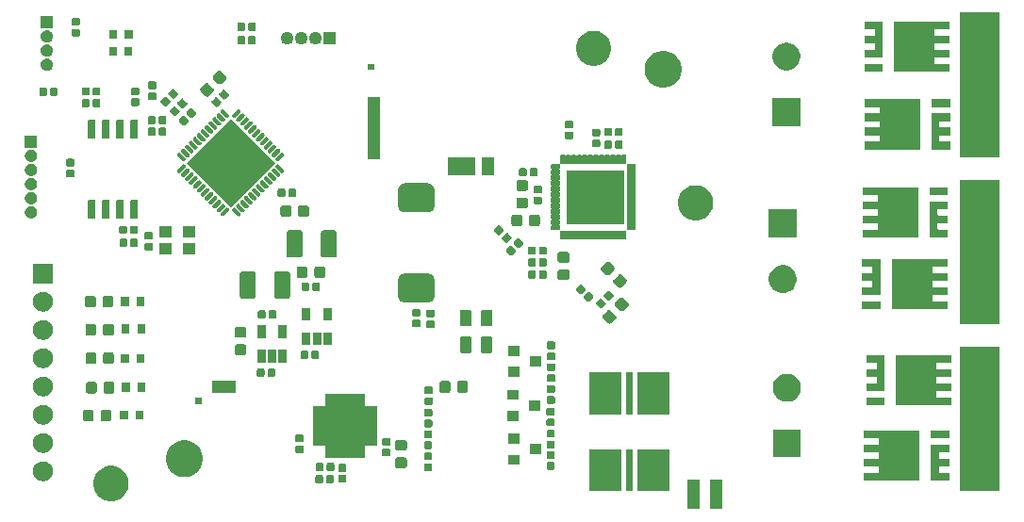
<source format=gts>
%TF.GenerationSoftware,KiCad,Pcbnew,5.1.5-52549c5~84~ubuntu19.10.1*%
%TF.CreationDate,2019-12-20T00:06:15-05:00*%
%TF.ProjectId,bldc-controller,626c6463-2d63-46f6-9e74-726f6c6c6572,rev?*%
%TF.SameCoordinates,Original*%
%TF.FileFunction,Soldermask,Top*%
%TF.FilePolarity,Negative*%
%FSLAX46Y46*%
G04 Gerber Fmt 4.6, Leading zero omitted, Abs format (unit mm)*
G04 Created by KiCad (PCBNEW 5.1.5-52549c5~84~ubuntu19.10.1) date 2019-12-20 00:06:15*
%MOMM*%
%LPD*%
G04 APERTURE LIST*
%ADD10C,0.100000*%
G04 APERTURE END LIST*
D10*
G36*
X50000000Y-109000000D02*
G01*
X49500000Y-109000000D01*
X49500000Y-108500000D01*
X50000000Y-108500000D01*
X50000000Y-109000000D01*
G37*
X50000000Y-109000000D02*
X49500000Y-109000000D01*
X49500000Y-108500000D01*
X50000000Y-108500000D01*
X50000000Y-109000000D01*
G36*
X34500000Y-139000000D02*
G01*
X34000000Y-139000000D01*
X34000000Y-138500000D01*
X34500000Y-138500000D01*
X34500000Y-139000000D01*
G37*
X34500000Y-139000000D02*
X34000000Y-139000000D01*
X34000000Y-138500000D01*
X34500000Y-138500000D01*
X34500000Y-139000000D01*
G36*
X37500000Y-138000000D02*
G01*
X35500000Y-138000000D01*
X35500000Y-137000000D01*
X37500000Y-137000000D01*
X37500000Y-138000000D01*
G37*
X37500000Y-138000000D02*
X35500000Y-138000000D01*
X35500000Y-137000000D01*
X37500000Y-137000000D01*
X37500000Y-138000000D01*
G36*
X50500000Y-117000000D02*
G01*
X49500000Y-117000000D01*
X49500000Y-111500000D01*
X50500000Y-111500000D01*
X50500000Y-117000000D01*
G37*
X50500000Y-117000000D02*
X49500000Y-117000000D01*
X49500000Y-111500000D01*
X50500000Y-111500000D01*
X50500000Y-117000000D01*
G36*
X81280800Y-148520800D02*
G01*
X80179200Y-148520800D01*
X80179200Y-145919200D01*
X81280800Y-145919200D01*
X81280800Y-148520800D01*
G37*
G36*
X79280800Y-148520800D02*
G01*
X78179200Y-148520800D01*
X78179200Y-145919200D01*
X79280800Y-145919200D01*
X79280800Y-148520800D01*
G37*
G36*
X26884644Y-144709757D02*
G01*
X27171421Y-144828544D01*
X27429514Y-145000996D01*
X27649004Y-145220486D01*
X27821456Y-145478579D01*
X27940243Y-145765356D01*
X28000800Y-146069797D01*
X28000800Y-146380203D01*
X27940243Y-146684644D01*
X27821456Y-146971421D01*
X27649004Y-147229514D01*
X27429514Y-147449004D01*
X27171421Y-147621456D01*
X26884644Y-147740243D01*
X26580203Y-147800800D01*
X26269797Y-147800800D01*
X25965356Y-147740243D01*
X25678579Y-147621456D01*
X25420486Y-147449004D01*
X25200996Y-147229514D01*
X25028544Y-146971421D01*
X24909757Y-146684644D01*
X24849200Y-146380203D01*
X24849200Y-146069797D01*
X24909757Y-145765356D01*
X25028544Y-145478579D01*
X25200996Y-145220486D01*
X25420486Y-145000996D01*
X25678579Y-144828544D01*
X25965356Y-144709757D01*
X26269797Y-144649200D01*
X26580203Y-144649200D01*
X26884644Y-144709757D01*
G37*
G36*
X76605800Y-146935800D02*
G01*
X73714200Y-146935800D01*
X73714200Y-143164200D01*
X76605800Y-143164200D01*
X76605800Y-146935800D01*
G37*
G36*
X72285800Y-146935800D02*
G01*
X69394200Y-146935800D01*
X69394200Y-143164200D01*
X72285800Y-143164200D01*
X72285800Y-146935800D01*
G37*
G36*
X73305800Y-146935800D02*
G01*
X72694200Y-146935800D01*
X72694200Y-143164200D01*
X73305800Y-143164200D01*
X73305800Y-146935800D01*
G37*
G36*
X106190800Y-146900800D02*
G01*
X102649200Y-146900800D01*
X102649200Y-133919200D01*
X106190800Y-133919200D01*
X106190800Y-146900800D01*
G37*
G36*
X45342027Y-145472275D02*
G01*
X45369650Y-145480654D01*
X45395113Y-145494264D01*
X45417425Y-145512575D01*
X45435736Y-145534887D01*
X45449346Y-145560350D01*
X45457725Y-145587973D01*
X45460800Y-145619191D01*
X45460800Y-146060809D01*
X45457725Y-146092027D01*
X45449346Y-146119650D01*
X45435736Y-146145113D01*
X45417425Y-146167425D01*
X45395113Y-146185736D01*
X45369650Y-146199346D01*
X45342027Y-146207725D01*
X45310809Y-146210800D01*
X44919191Y-146210800D01*
X44887973Y-146207725D01*
X44860350Y-146199346D01*
X44834887Y-146185736D01*
X44812575Y-146167425D01*
X44794264Y-146145113D01*
X44780654Y-146119650D01*
X44772275Y-146092027D01*
X44769200Y-146060809D01*
X44769200Y-145619191D01*
X44772275Y-145587973D01*
X44780654Y-145560350D01*
X44794264Y-145534887D01*
X44812575Y-145512575D01*
X44834887Y-145494264D01*
X44860350Y-145480654D01*
X44887973Y-145472275D01*
X44919191Y-145469200D01*
X45310809Y-145469200D01*
X45342027Y-145472275D01*
G37*
G36*
X46312027Y-145472275D02*
G01*
X46339650Y-145480654D01*
X46365113Y-145494264D01*
X46387425Y-145512575D01*
X46405736Y-145534887D01*
X46419346Y-145560350D01*
X46427725Y-145587973D01*
X46430800Y-145619191D01*
X46430800Y-146060809D01*
X46427725Y-146092027D01*
X46419346Y-146119650D01*
X46405736Y-146145113D01*
X46387425Y-146167425D01*
X46365113Y-146185736D01*
X46339650Y-146199346D01*
X46312027Y-146207725D01*
X46280809Y-146210800D01*
X45889191Y-146210800D01*
X45857973Y-146207725D01*
X45830350Y-146199346D01*
X45804887Y-146185736D01*
X45782575Y-146167425D01*
X45764264Y-146145113D01*
X45750654Y-146119650D01*
X45742275Y-146092027D01*
X45739200Y-146060809D01*
X45739200Y-145619191D01*
X45742275Y-145587973D01*
X45750654Y-145560350D01*
X45764264Y-145534887D01*
X45782575Y-145512575D01*
X45804887Y-145494264D01*
X45830350Y-145480654D01*
X45857973Y-145472275D01*
X45889191Y-145469200D01*
X46280809Y-145469200D01*
X46312027Y-145472275D01*
G37*
G36*
X47442027Y-145452275D02*
G01*
X47469650Y-145460654D01*
X47495113Y-145474264D01*
X47517425Y-145492575D01*
X47535736Y-145514887D01*
X47549346Y-145540350D01*
X47557725Y-145567973D01*
X47560800Y-145599191D01*
X47560800Y-145990809D01*
X47557725Y-146022027D01*
X47549346Y-146049650D01*
X47535736Y-146075113D01*
X47517425Y-146097425D01*
X47495113Y-146115736D01*
X47469650Y-146129346D01*
X47442027Y-146137725D01*
X47410809Y-146140800D01*
X46969191Y-146140800D01*
X46937973Y-146137725D01*
X46910350Y-146129346D01*
X46884887Y-146115736D01*
X46862575Y-146097425D01*
X46844264Y-146075113D01*
X46830654Y-146049650D01*
X46822275Y-146022027D01*
X46819200Y-145990809D01*
X46819200Y-145599191D01*
X46822275Y-145567973D01*
X46830654Y-145540350D01*
X46844264Y-145514887D01*
X46862575Y-145492575D01*
X46884887Y-145474264D01*
X46910350Y-145460654D01*
X46937973Y-145452275D01*
X46969191Y-145449200D01*
X47410809Y-145449200D01*
X47442027Y-145452275D01*
G37*
G36*
X20582754Y-144263817D02*
G01*
X20746689Y-144331721D01*
X20894227Y-144430303D01*
X21019697Y-144555773D01*
X21118279Y-144703311D01*
X21186183Y-144867246D01*
X21220800Y-145041279D01*
X21220800Y-145218721D01*
X21186183Y-145392754D01*
X21118279Y-145556689D01*
X21019697Y-145704227D01*
X20894227Y-145829697D01*
X20746689Y-145928279D01*
X20582754Y-145996183D01*
X20408721Y-146030800D01*
X20231279Y-146030800D01*
X20057246Y-145996183D01*
X19893311Y-145928279D01*
X19745773Y-145829697D01*
X19620303Y-145704227D01*
X19521721Y-145556689D01*
X19453817Y-145392754D01*
X19419200Y-145218721D01*
X19419200Y-145041279D01*
X19453817Y-144867246D01*
X19521721Y-144703311D01*
X19620303Y-144555773D01*
X19745773Y-144430303D01*
X19893311Y-144331721D01*
X20057246Y-144263817D01*
X20231279Y-144229200D01*
X20408721Y-144229200D01*
X20582754Y-144263817D01*
G37*
G36*
X99038300Y-146005800D02*
G01*
X94039200Y-146005800D01*
X94039200Y-145304200D01*
X95335901Y-145304200D01*
X95345811Y-145303224D01*
X95355341Y-145300333D01*
X95364123Y-145295639D01*
X95371821Y-145289321D01*
X95378139Y-145281623D01*
X95382833Y-145272841D01*
X95385724Y-145263311D01*
X95386700Y-145253401D01*
X95386700Y-144786599D01*
X95385724Y-144776689D01*
X95382833Y-144767159D01*
X95378139Y-144758377D01*
X95371821Y-144750679D01*
X95364123Y-144744361D01*
X95355341Y-144739667D01*
X95345811Y-144736776D01*
X95335901Y-144735800D01*
X94039200Y-144735800D01*
X94039200Y-144034200D01*
X95335901Y-144034200D01*
X95345811Y-144033224D01*
X95355341Y-144030333D01*
X95364123Y-144025639D01*
X95371821Y-144019321D01*
X95378139Y-144011623D01*
X95382833Y-144002841D01*
X95385724Y-143993311D01*
X95386700Y-143983401D01*
X95386700Y-143516599D01*
X95385724Y-143506689D01*
X95382833Y-143497159D01*
X95378139Y-143488377D01*
X95371821Y-143480679D01*
X95364123Y-143474361D01*
X95355341Y-143469667D01*
X95345811Y-143466776D01*
X95335901Y-143465800D01*
X94039200Y-143465800D01*
X94039200Y-142764200D01*
X95335901Y-142764200D01*
X95345811Y-142763224D01*
X95355341Y-142760333D01*
X95364123Y-142755639D01*
X95371821Y-142749321D01*
X95378139Y-142741623D01*
X95382833Y-142732841D01*
X95385724Y-142723311D01*
X95386700Y-142713401D01*
X95386700Y-142246599D01*
X95385724Y-142236689D01*
X95382833Y-142227159D01*
X95378139Y-142218377D01*
X95371821Y-142210679D01*
X95364123Y-142204361D01*
X95355341Y-142199667D01*
X95345811Y-142196776D01*
X95335901Y-142195800D01*
X94039200Y-142195800D01*
X94039200Y-141494200D01*
X99038300Y-141494200D01*
X99038300Y-146005800D01*
G37*
G36*
X101680800Y-143465800D02*
G01*
X100796599Y-143465800D01*
X100786689Y-143466776D01*
X100777159Y-143469667D01*
X100768377Y-143474361D01*
X100760679Y-143480679D01*
X100754361Y-143488377D01*
X100749667Y-143497159D01*
X100746776Y-143506689D01*
X100745800Y-143516599D01*
X100745800Y-143983401D01*
X100746776Y-143993311D01*
X100749667Y-144002841D01*
X100754361Y-144011623D01*
X100760679Y-144019321D01*
X100768377Y-144025639D01*
X100777159Y-144030333D01*
X100786689Y-144033224D01*
X100796599Y-144034200D01*
X101680800Y-144034200D01*
X101680800Y-144735800D01*
X100796599Y-144735800D01*
X100786689Y-144736776D01*
X100777159Y-144739667D01*
X100768377Y-144744361D01*
X100760679Y-144750679D01*
X100754361Y-144758377D01*
X100749667Y-144767159D01*
X100746776Y-144776689D01*
X100745800Y-144786599D01*
X100745800Y-145253401D01*
X100746776Y-145263311D01*
X100749667Y-145272841D01*
X100754361Y-145281623D01*
X100760679Y-145289321D01*
X100768377Y-145295639D01*
X100777159Y-145300333D01*
X100786689Y-145303224D01*
X100796599Y-145304200D01*
X101680800Y-145304200D01*
X101680800Y-146005800D01*
X100029200Y-146005800D01*
X100029200Y-142764200D01*
X101680800Y-142764200D01*
X101680800Y-143465800D01*
G37*
G36*
X33481521Y-142412639D02*
G01*
X33781947Y-142537080D01*
X34052324Y-142717740D01*
X34282260Y-142947676D01*
X34462920Y-143218053D01*
X34587361Y-143518479D01*
X34650800Y-143837410D01*
X34650800Y-144162590D01*
X34587361Y-144481521D01*
X34462920Y-144781947D01*
X34282260Y-145052324D01*
X34052324Y-145282260D01*
X33781947Y-145462920D01*
X33481521Y-145587361D01*
X33162590Y-145650800D01*
X32837410Y-145650800D01*
X32518479Y-145587361D01*
X32218053Y-145462920D01*
X31947676Y-145282260D01*
X31717740Y-145052324D01*
X31537080Y-144781947D01*
X31412639Y-144481521D01*
X31349200Y-144162590D01*
X31349200Y-143837410D01*
X31412639Y-143518479D01*
X31537080Y-143218053D01*
X31717740Y-142947676D01*
X31947676Y-142717740D01*
X32218053Y-142537080D01*
X32518479Y-142412639D01*
X32837410Y-142349200D01*
X33162590Y-142349200D01*
X33481521Y-142412639D01*
G37*
G36*
X47442027Y-144482275D02*
G01*
X47469650Y-144490654D01*
X47495113Y-144504264D01*
X47517425Y-144522575D01*
X47535736Y-144544887D01*
X47549346Y-144570350D01*
X47557725Y-144597973D01*
X47560800Y-144629191D01*
X47560800Y-145020809D01*
X47557725Y-145052027D01*
X47549346Y-145079650D01*
X47535736Y-145105113D01*
X47517425Y-145127425D01*
X47495113Y-145145736D01*
X47469650Y-145159346D01*
X47442027Y-145167725D01*
X47410809Y-145170800D01*
X46969191Y-145170800D01*
X46937973Y-145167725D01*
X46910350Y-145159346D01*
X46884887Y-145145736D01*
X46862575Y-145127425D01*
X46844264Y-145105113D01*
X46830654Y-145079650D01*
X46822275Y-145052027D01*
X46819200Y-145020809D01*
X46819200Y-144629191D01*
X46822275Y-144597973D01*
X46830654Y-144570350D01*
X46844264Y-144544887D01*
X46862575Y-144522575D01*
X46884887Y-144504264D01*
X46910350Y-144490654D01*
X46937973Y-144482275D01*
X46969191Y-144479200D01*
X47410809Y-144479200D01*
X47442027Y-144482275D01*
G37*
G36*
X45392027Y-144382275D02*
G01*
X45419650Y-144390654D01*
X45445113Y-144404264D01*
X45467425Y-144422575D01*
X45485736Y-144444887D01*
X45499346Y-144470350D01*
X45507725Y-144497973D01*
X45510800Y-144529191D01*
X45510800Y-144970809D01*
X45507725Y-145002027D01*
X45499346Y-145029650D01*
X45485736Y-145055113D01*
X45467425Y-145077425D01*
X45445113Y-145095736D01*
X45419650Y-145109346D01*
X45392027Y-145117725D01*
X45360809Y-145120800D01*
X44969191Y-145120800D01*
X44937973Y-145117725D01*
X44910350Y-145109346D01*
X44884887Y-145095736D01*
X44862575Y-145077425D01*
X44844264Y-145055113D01*
X44830654Y-145029650D01*
X44822275Y-145002027D01*
X44819200Y-144970809D01*
X44819200Y-144529191D01*
X44822275Y-144497973D01*
X44830654Y-144470350D01*
X44844264Y-144444887D01*
X44862575Y-144422575D01*
X44884887Y-144404264D01*
X44910350Y-144390654D01*
X44937973Y-144382275D01*
X44969191Y-144379200D01*
X45360809Y-144379200D01*
X45392027Y-144382275D01*
G37*
G36*
X46362027Y-144382275D02*
G01*
X46389650Y-144390654D01*
X46415113Y-144404264D01*
X46437425Y-144422575D01*
X46455736Y-144444887D01*
X46469346Y-144470350D01*
X46477725Y-144497973D01*
X46480800Y-144529191D01*
X46480800Y-144970809D01*
X46477725Y-145002027D01*
X46469346Y-145029650D01*
X46455736Y-145055113D01*
X46437425Y-145077425D01*
X46415113Y-145095736D01*
X46389650Y-145109346D01*
X46362027Y-145117725D01*
X46330809Y-145120800D01*
X45939191Y-145120800D01*
X45907973Y-145117725D01*
X45880350Y-145109346D01*
X45854887Y-145095736D01*
X45832575Y-145077425D01*
X45814264Y-145055113D01*
X45800654Y-145029650D01*
X45792275Y-145002027D01*
X45789200Y-144970809D01*
X45789200Y-144529191D01*
X45792275Y-144497973D01*
X45800654Y-144470350D01*
X45814264Y-144444887D01*
X45832575Y-144422575D01*
X45854887Y-144404264D01*
X45880350Y-144390654D01*
X45907973Y-144382275D01*
X45939191Y-144379200D01*
X46330809Y-144379200D01*
X46362027Y-144382275D01*
G37*
G36*
X55142027Y-144422275D02*
G01*
X55169650Y-144430654D01*
X55195113Y-144444264D01*
X55217425Y-144462575D01*
X55235736Y-144484887D01*
X55249346Y-144510350D01*
X55257725Y-144537973D01*
X55260800Y-144569191D01*
X55260800Y-144960809D01*
X55257725Y-144992027D01*
X55249346Y-145019650D01*
X55235736Y-145045113D01*
X55217425Y-145067425D01*
X55195113Y-145085736D01*
X55169650Y-145099346D01*
X55142027Y-145107725D01*
X55110809Y-145110800D01*
X54669191Y-145110800D01*
X54637973Y-145107725D01*
X54610350Y-145099346D01*
X54584887Y-145085736D01*
X54562575Y-145067425D01*
X54544264Y-145045113D01*
X54530654Y-145019650D01*
X54522275Y-144992027D01*
X54519200Y-144960809D01*
X54519200Y-144569191D01*
X54522275Y-144537973D01*
X54530654Y-144510350D01*
X54544264Y-144484887D01*
X54562575Y-144462575D01*
X54584887Y-144444264D01*
X54610350Y-144430654D01*
X54637973Y-144422275D01*
X54669191Y-144419200D01*
X55110809Y-144419200D01*
X55142027Y-144422275D01*
G37*
G36*
X66152027Y-144312275D02*
G01*
X66179650Y-144320654D01*
X66205113Y-144334264D01*
X66227425Y-144352575D01*
X66245736Y-144374887D01*
X66259346Y-144400350D01*
X66267725Y-144427973D01*
X66270800Y-144459191D01*
X66270800Y-144850809D01*
X66267725Y-144882027D01*
X66259346Y-144909650D01*
X66245736Y-144935113D01*
X66227425Y-144957425D01*
X66205113Y-144975736D01*
X66179650Y-144989346D01*
X66152027Y-144997725D01*
X66120809Y-145000800D01*
X65679191Y-145000800D01*
X65647973Y-144997725D01*
X65620350Y-144989346D01*
X65594887Y-144975736D01*
X65572575Y-144957425D01*
X65554264Y-144935113D01*
X65540654Y-144909650D01*
X65532275Y-144882027D01*
X65529200Y-144850809D01*
X65529200Y-144459191D01*
X65532275Y-144427973D01*
X65540654Y-144400350D01*
X65554264Y-144374887D01*
X65572575Y-144352575D01*
X65594887Y-144334264D01*
X65620350Y-144320654D01*
X65647973Y-144312275D01*
X65679191Y-144309200D01*
X66120809Y-144309200D01*
X66152027Y-144312275D01*
G37*
G36*
X52819674Y-143883643D02*
G01*
X52860667Y-143896078D01*
X52898448Y-143916273D01*
X52931556Y-143943444D01*
X52958727Y-143976552D01*
X52978922Y-144014333D01*
X52991357Y-144055326D01*
X52995800Y-144100441D01*
X52995800Y-144634559D01*
X52991357Y-144679674D01*
X52978922Y-144720667D01*
X52958727Y-144758448D01*
X52931556Y-144791556D01*
X52898448Y-144818727D01*
X52860667Y-144838922D01*
X52819674Y-144851357D01*
X52774559Y-144855800D01*
X52165441Y-144855800D01*
X52120326Y-144851357D01*
X52079333Y-144838922D01*
X52041552Y-144818727D01*
X52008444Y-144791556D01*
X51981273Y-144758448D01*
X51961078Y-144720667D01*
X51948643Y-144679674D01*
X51944200Y-144634559D01*
X51944200Y-144100441D01*
X51948643Y-144055326D01*
X51961078Y-144014333D01*
X51981273Y-143976552D01*
X52008444Y-143943444D01*
X52041552Y-143916273D01*
X52079333Y-143896078D01*
X52120326Y-143883643D01*
X52165441Y-143879200D01*
X52774559Y-143879200D01*
X52819674Y-143883643D01*
G37*
G36*
X63080800Y-144550800D02*
G01*
X62079200Y-144550800D01*
X62079200Y-143649200D01*
X63080800Y-143649200D01*
X63080800Y-144550800D01*
G37*
G36*
X55142027Y-143452275D02*
G01*
X55169650Y-143460654D01*
X55195113Y-143474264D01*
X55217425Y-143492575D01*
X55235736Y-143514887D01*
X55249346Y-143540350D01*
X55257725Y-143567973D01*
X55260800Y-143599191D01*
X55260800Y-143990809D01*
X55257725Y-144022027D01*
X55249346Y-144049650D01*
X55235736Y-144075113D01*
X55217425Y-144097425D01*
X55195113Y-144115736D01*
X55169650Y-144129346D01*
X55142027Y-144137725D01*
X55110809Y-144140800D01*
X54669191Y-144140800D01*
X54637973Y-144137725D01*
X54610350Y-144129346D01*
X54584887Y-144115736D01*
X54562575Y-144097425D01*
X54544264Y-144075113D01*
X54530654Y-144049650D01*
X54522275Y-144022027D01*
X54519200Y-143990809D01*
X54519200Y-143599191D01*
X54522275Y-143567973D01*
X54530654Y-143540350D01*
X54544264Y-143514887D01*
X54562575Y-143492575D01*
X54584887Y-143474264D01*
X54610350Y-143460654D01*
X54637973Y-143452275D01*
X54669191Y-143449200D01*
X55110809Y-143449200D01*
X55142027Y-143452275D01*
G37*
G36*
X66152027Y-143342275D02*
G01*
X66179650Y-143350654D01*
X66205113Y-143364264D01*
X66227425Y-143382575D01*
X66245736Y-143404887D01*
X66259346Y-143430350D01*
X66267725Y-143457973D01*
X66270800Y-143489191D01*
X66270800Y-143880809D01*
X66267725Y-143912027D01*
X66259346Y-143939650D01*
X66245736Y-143965113D01*
X66227425Y-143987425D01*
X66205113Y-144005736D01*
X66179650Y-144019346D01*
X66152027Y-144027725D01*
X66120809Y-144030800D01*
X65679191Y-144030800D01*
X65647973Y-144027725D01*
X65620350Y-144019346D01*
X65594887Y-144005736D01*
X65572575Y-143987425D01*
X65554264Y-143965113D01*
X65540654Y-143939650D01*
X65532275Y-143912027D01*
X65529200Y-143880809D01*
X65529200Y-143489191D01*
X65532275Y-143457973D01*
X65540654Y-143430350D01*
X65554264Y-143404887D01*
X65572575Y-143382575D01*
X65594887Y-143364264D01*
X65620350Y-143350654D01*
X65647973Y-143342275D01*
X65679191Y-143339200D01*
X66120809Y-143339200D01*
X66152027Y-143342275D01*
G37*
G36*
X49200000Y-139249201D02*
G01*
X49200976Y-139259111D01*
X49203867Y-139268641D01*
X49208561Y-139277423D01*
X49214879Y-139285121D01*
X49222577Y-139291439D01*
X49231359Y-139296133D01*
X49240889Y-139299024D01*
X49250799Y-139300000D01*
X50365000Y-139300000D01*
X50365000Y-142800000D01*
X49250799Y-142800000D01*
X49240889Y-142800976D01*
X49231359Y-142803867D01*
X49222577Y-142808561D01*
X49214879Y-142814879D01*
X49208561Y-142822577D01*
X49203867Y-142831359D01*
X49200976Y-142840889D01*
X49200000Y-142850799D01*
X49200000Y-143965000D01*
X45700000Y-143965000D01*
X45700000Y-142850799D01*
X45699024Y-142840889D01*
X45696133Y-142831359D01*
X45691439Y-142822577D01*
X45685121Y-142814879D01*
X45677423Y-142808561D01*
X45668641Y-142803867D01*
X45659111Y-142800976D01*
X45649201Y-142800000D01*
X44535000Y-142800000D01*
X44535000Y-139300000D01*
X45649201Y-139300000D01*
X45659111Y-139299024D01*
X45668641Y-139296133D01*
X45677423Y-139291439D01*
X45685121Y-139285121D01*
X45691439Y-139277423D01*
X45696133Y-139268641D01*
X45699024Y-139259111D01*
X45700000Y-139249201D01*
X45700000Y-138135000D01*
X49200000Y-138135000D01*
X49200000Y-139249201D01*
G37*
G36*
X88370800Y-143870800D02*
G01*
X85869200Y-143870800D01*
X85869200Y-141369200D01*
X88370800Y-141369200D01*
X88370800Y-143870800D01*
G37*
G36*
X51402027Y-143107275D02*
G01*
X51429650Y-143115654D01*
X51455113Y-143129264D01*
X51477425Y-143147575D01*
X51495736Y-143169887D01*
X51509346Y-143195350D01*
X51517725Y-143222973D01*
X51520800Y-143254191D01*
X51520800Y-143645809D01*
X51517725Y-143677027D01*
X51509346Y-143704650D01*
X51495736Y-143730113D01*
X51477425Y-143752425D01*
X51455113Y-143770736D01*
X51429650Y-143784346D01*
X51402027Y-143792725D01*
X51370809Y-143795800D01*
X50929191Y-143795800D01*
X50897973Y-143792725D01*
X50870350Y-143784346D01*
X50844887Y-143770736D01*
X50822575Y-143752425D01*
X50804264Y-143730113D01*
X50790654Y-143704650D01*
X50782275Y-143677027D01*
X50779200Y-143645809D01*
X50779200Y-143254191D01*
X50782275Y-143222973D01*
X50790654Y-143195350D01*
X50804264Y-143169887D01*
X50822575Y-143147575D01*
X50844887Y-143129264D01*
X50870350Y-143115654D01*
X50897973Y-143107275D01*
X50929191Y-143104200D01*
X51370809Y-143104200D01*
X51402027Y-143107275D01*
G37*
G36*
X65080800Y-143600800D02*
G01*
X64079200Y-143600800D01*
X64079200Y-142699200D01*
X65080800Y-142699200D01*
X65080800Y-143600800D01*
G37*
G36*
X43612027Y-142812275D02*
G01*
X43639650Y-142820654D01*
X43665113Y-142834264D01*
X43687425Y-142852575D01*
X43705736Y-142874887D01*
X43719346Y-142900350D01*
X43727725Y-142927973D01*
X43730800Y-142959191D01*
X43730800Y-143350809D01*
X43727725Y-143382027D01*
X43719346Y-143409650D01*
X43705736Y-143435113D01*
X43687425Y-143457425D01*
X43665113Y-143475736D01*
X43639650Y-143489346D01*
X43612027Y-143497725D01*
X43580809Y-143500800D01*
X43139191Y-143500800D01*
X43107973Y-143497725D01*
X43080350Y-143489346D01*
X43054887Y-143475736D01*
X43032575Y-143457425D01*
X43014264Y-143435113D01*
X43000654Y-143409650D01*
X42992275Y-143382027D01*
X42989200Y-143350809D01*
X42989200Y-142959191D01*
X42992275Y-142927973D01*
X43000654Y-142900350D01*
X43014264Y-142874887D01*
X43032575Y-142852575D01*
X43054887Y-142834264D01*
X43080350Y-142820654D01*
X43107973Y-142812275D01*
X43139191Y-142809200D01*
X43580809Y-142809200D01*
X43612027Y-142812275D01*
G37*
G36*
X20582754Y-141723817D02*
G01*
X20746689Y-141791721D01*
X20894227Y-141890303D01*
X21019697Y-142015773D01*
X21118279Y-142163311D01*
X21186183Y-142327246D01*
X21220800Y-142501279D01*
X21220800Y-142678721D01*
X21186183Y-142852754D01*
X21118279Y-143016689D01*
X21019697Y-143164227D01*
X20894227Y-143289697D01*
X20746689Y-143388279D01*
X20582754Y-143456183D01*
X20408721Y-143490800D01*
X20231279Y-143490800D01*
X20057246Y-143456183D01*
X19893311Y-143388279D01*
X19745773Y-143289697D01*
X19620303Y-143164227D01*
X19521721Y-143016689D01*
X19453817Y-142852754D01*
X19419200Y-142678721D01*
X19419200Y-142501279D01*
X19453817Y-142327246D01*
X19521721Y-142163311D01*
X19620303Y-142015773D01*
X19745773Y-141890303D01*
X19893311Y-141791721D01*
X20057246Y-141723817D01*
X20231279Y-141689200D01*
X20408721Y-141689200D01*
X20582754Y-141723817D01*
G37*
G36*
X52819674Y-142308643D02*
G01*
X52860667Y-142321078D01*
X52898448Y-142341273D01*
X52931556Y-142368444D01*
X52958727Y-142401552D01*
X52978922Y-142439333D01*
X52991357Y-142480326D01*
X52995800Y-142525441D01*
X52995800Y-143059559D01*
X52991357Y-143104674D01*
X52978922Y-143145667D01*
X52958727Y-143183448D01*
X52931556Y-143216556D01*
X52898448Y-143243727D01*
X52860667Y-143263922D01*
X52819674Y-143276357D01*
X52774559Y-143280800D01*
X52165441Y-143280800D01*
X52120326Y-143276357D01*
X52079333Y-143263922D01*
X52041552Y-143243727D01*
X52008444Y-143216556D01*
X51981273Y-143183448D01*
X51961078Y-143145667D01*
X51948643Y-143104674D01*
X51944200Y-143059559D01*
X51944200Y-142525441D01*
X51948643Y-142480326D01*
X51961078Y-142439333D01*
X51981273Y-142401552D01*
X52008444Y-142368444D01*
X52041552Y-142341273D01*
X52079333Y-142321078D01*
X52120326Y-142308643D01*
X52165441Y-142304200D01*
X52774559Y-142304200D01*
X52819674Y-142308643D01*
G37*
G36*
X55142027Y-142447275D02*
G01*
X55169650Y-142455654D01*
X55195113Y-142469264D01*
X55217425Y-142487575D01*
X55235736Y-142509887D01*
X55249346Y-142535350D01*
X55257725Y-142562973D01*
X55260800Y-142594191D01*
X55260800Y-142985809D01*
X55257725Y-143017027D01*
X55249346Y-143044650D01*
X55235736Y-143070113D01*
X55217425Y-143092425D01*
X55195113Y-143110736D01*
X55169650Y-143124346D01*
X55142027Y-143132725D01*
X55110809Y-143135800D01*
X54669191Y-143135800D01*
X54637973Y-143132725D01*
X54610350Y-143124346D01*
X54584887Y-143110736D01*
X54562575Y-143092425D01*
X54544264Y-143070113D01*
X54530654Y-143044650D01*
X54522275Y-143017027D01*
X54519200Y-142985809D01*
X54519200Y-142594191D01*
X54522275Y-142562973D01*
X54530654Y-142535350D01*
X54544264Y-142509887D01*
X54562575Y-142487575D01*
X54584887Y-142469264D01*
X54610350Y-142455654D01*
X54637973Y-142447275D01*
X54669191Y-142444200D01*
X55110809Y-142444200D01*
X55142027Y-142447275D01*
G37*
G36*
X66152027Y-142392275D02*
G01*
X66179650Y-142400654D01*
X66205113Y-142414264D01*
X66227425Y-142432575D01*
X66245736Y-142454887D01*
X66259346Y-142480350D01*
X66267725Y-142507973D01*
X66270800Y-142539191D01*
X66270800Y-142930809D01*
X66267725Y-142962027D01*
X66259346Y-142989650D01*
X66245736Y-143015113D01*
X66227425Y-143037425D01*
X66205113Y-143055736D01*
X66179650Y-143069346D01*
X66152027Y-143077725D01*
X66120809Y-143080800D01*
X65679191Y-143080800D01*
X65647973Y-143077725D01*
X65620350Y-143069346D01*
X65594887Y-143055736D01*
X65572575Y-143037425D01*
X65554264Y-143015113D01*
X65540654Y-142989650D01*
X65532275Y-142962027D01*
X65529200Y-142930809D01*
X65529200Y-142539191D01*
X65532275Y-142507973D01*
X65540654Y-142480350D01*
X65554264Y-142454887D01*
X65572575Y-142432575D01*
X65594887Y-142414264D01*
X65620350Y-142400654D01*
X65647973Y-142392275D01*
X65679191Y-142389200D01*
X66120809Y-142389200D01*
X66152027Y-142392275D01*
G37*
G36*
X51402027Y-142137275D02*
G01*
X51429650Y-142145654D01*
X51455113Y-142159264D01*
X51477425Y-142177575D01*
X51495736Y-142199887D01*
X51509346Y-142225350D01*
X51517725Y-142252973D01*
X51520800Y-142284191D01*
X51520800Y-142675809D01*
X51517725Y-142707027D01*
X51509346Y-142734650D01*
X51495736Y-142760113D01*
X51477425Y-142782425D01*
X51455113Y-142800736D01*
X51429650Y-142814346D01*
X51402027Y-142822725D01*
X51370809Y-142825800D01*
X50929191Y-142825800D01*
X50897973Y-142822725D01*
X50870350Y-142814346D01*
X50844887Y-142800736D01*
X50822575Y-142782425D01*
X50804264Y-142760113D01*
X50790654Y-142734650D01*
X50782275Y-142707027D01*
X50779200Y-142675809D01*
X50779200Y-142284191D01*
X50782275Y-142252973D01*
X50790654Y-142225350D01*
X50804264Y-142199887D01*
X50822575Y-142177575D01*
X50844887Y-142159264D01*
X50870350Y-142145654D01*
X50897973Y-142137275D01*
X50929191Y-142134200D01*
X51370809Y-142134200D01*
X51402027Y-142137275D01*
G37*
G36*
X63080800Y-142650800D02*
G01*
X62079200Y-142650800D01*
X62079200Y-141749200D01*
X63080800Y-141749200D01*
X63080800Y-142650800D01*
G37*
G36*
X43612027Y-141842275D02*
G01*
X43639650Y-141850654D01*
X43665113Y-141864264D01*
X43687425Y-141882575D01*
X43705736Y-141904887D01*
X43719346Y-141930350D01*
X43727725Y-141957973D01*
X43730800Y-141989191D01*
X43730800Y-142380809D01*
X43727725Y-142412027D01*
X43719346Y-142439650D01*
X43705736Y-142465113D01*
X43687425Y-142487425D01*
X43665113Y-142505736D01*
X43639650Y-142519346D01*
X43612027Y-142527725D01*
X43580809Y-142530800D01*
X43139191Y-142530800D01*
X43107973Y-142527725D01*
X43080350Y-142519346D01*
X43054887Y-142505736D01*
X43032575Y-142487425D01*
X43014264Y-142465113D01*
X43000654Y-142439650D01*
X42992275Y-142412027D01*
X42989200Y-142380809D01*
X42989200Y-141989191D01*
X42992275Y-141957973D01*
X43000654Y-141930350D01*
X43014264Y-141904887D01*
X43032575Y-141882575D01*
X43054887Y-141864264D01*
X43080350Y-141850654D01*
X43107973Y-141842275D01*
X43139191Y-141839200D01*
X43580809Y-141839200D01*
X43612027Y-141842275D01*
G37*
G36*
X101680800Y-142195800D02*
G01*
X100029200Y-142195800D01*
X100029200Y-141494200D01*
X101680800Y-141494200D01*
X101680800Y-142195800D01*
G37*
G36*
X55142027Y-141477275D02*
G01*
X55169650Y-141485654D01*
X55195113Y-141499264D01*
X55217425Y-141517575D01*
X55235736Y-141539887D01*
X55249346Y-141565350D01*
X55257725Y-141592973D01*
X55260800Y-141624191D01*
X55260800Y-142015809D01*
X55257725Y-142047027D01*
X55249346Y-142074650D01*
X55235736Y-142100113D01*
X55217425Y-142122425D01*
X55195113Y-142140736D01*
X55169650Y-142154346D01*
X55142027Y-142162725D01*
X55110809Y-142165800D01*
X54669191Y-142165800D01*
X54637973Y-142162725D01*
X54610350Y-142154346D01*
X54584887Y-142140736D01*
X54562575Y-142122425D01*
X54544264Y-142100113D01*
X54530654Y-142074650D01*
X54522275Y-142047027D01*
X54519200Y-142015809D01*
X54519200Y-141624191D01*
X54522275Y-141592973D01*
X54530654Y-141565350D01*
X54544264Y-141539887D01*
X54562575Y-141517575D01*
X54584887Y-141499264D01*
X54610350Y-141485654D01*
X54637973Y-141477275D01*
X54669191Y-141474200D01*
X55110809Y-141474200D01*
X55142027Y-141477275D01*
G37*
G36*
X66152027Y-141422275D02*
G01*
X66179650Y-141430654D01*
X66205113Y-141444264D01*
X66227425Y-141462575D01*
X66245736Y-141484887D01*
X66259346Y-141510350D01*
X66267725Y-141537973D01*
X66270800Y-141569191D01*
X66270800Y-141960809D01*
X66267725Y-141992027D01*
X66259346Y-142019650D01*
X66245736Y-142045113D01*
X66227425Y-142067425D01*
X66205113Y-142085736D01*
X66179650Y-142099346D01*
X66152027Y-142107725D01*
X66120809Y-142110800D01*
X65679191Y-142110800D01*
X65647973Y-142107725D01*
X65620350Y-142099346D01*
X65594887Y-142085736D01*
X65572575Y-142067425D01*
X65554264Y-142045113D01*
X65540654Y-142019650D01*
X65532275Y-141992027D01*
X65529200Y-141960809D01*
X65529200Y-141569191D01*
X65532275Y-141537973D01*
X65540654Y-141510350D01*
X65554264Y-141484887D01*
X65572575Y-141462575D01*
X65594887Y-141444264D01*
X65620350Y-141430654D01*
X65647973Y-141422275D01*
X65679191Y-141419200D01*
X66120809Y-141419200D01*
X66152027Y-141422275D01*
G37*
G36*
X55162027Y-140492275D02*
G01*
X55189650Y-140500654D01*
X55215113Y-140514264D01*
X55237425Y-140532575D01*
X55255736Y-140554887D01*
X55269346Y-140580350D01*
X55277725Y-140607973D01*
X55280800Y-140639191D01*
X55280800Y-141030809D01*
X55277725Y-141062027D01*
X55269346Y-141089650D01*
X55255736Y-141115113D01*
X55237425Y-141137425D01*
X55215113Y-141155736D01*
X55189650Y-141169346D01*
X55162027Y-141177725D01*
X55130809Y-141180800D01*
X54689191Y-141180800D01*
X54657973Y-141177725D01*
X54630350Y-141169346D01*
X54604887Y-141155736D01*
X54582575Y-141137425D01*
X54564264Y-141115113D01*
X54550654Y-141089650D01*
X54542275Y-141062027D01*
X54539200Y-141030809D01*
X54539200Y-140639191D01*
X54542275Y-140607973D01*
X54550654Y-140580350D01*
X54564264Y-140554887D01*
X54582575Y-140532575D01*
X54604887Y-140514264D01*
X54630350Y-140500654D01*
X54657973Y-140492275D01*
X54689191Y-140489200D01*
X55130809Y-140489200D01*
X55162027Y-140492275D01*
G37*
G36*
X66142027Y-140402275D02*
G01*
X66169650Y-140410654D01*
X66195113Y-140424264D01*
X66217425Y-140442575D01*
X66235736Y-140464887D01*
X66249346Y-140490350D01*
X66257725Y-140517973D01*
X66260800Y-140549191D01*
X66260800Y-140940809D01*
X66257725Y-140972027D01*
X66249346Y-140999650D01*
X66235736Y-141025113D01*
X66217425Y-141047425D01*
X66195113Y-141065736D01*
X66169650Y-141079346D01*
X66142027Y-141087725D01*
X66110809Y-141090800D01*
X65669191Y-141090800D01*
X65637973Y-141087725D01*
X65610350Y-141079346D01*
X65584887Y-141065736D01*
X65562575Y-141047425D01*
X65544264Y-141025113D01*
X65530654Y-140999650D01*
X65522275Y-140972027D01*
X65519200Y-140940809D01*
X65519200Y-140549191D01*
X65522275Y-140517973D01*
X65530654Y-140490350D01*
X65544264Y-140464887D01*
X65562575Y-140442575D01*
X65584887Y-140424264D01*
X65610350Y-140410654D01*
X65637973Y-140402275D01*
X65669191Y-140399200D01*
X66110809Y-140399200D01*
X66142027Y-140402275D01*
G37*
G36*
X20582754Y-139183817D02*
G01*
X20746689Y-139251721D01*
X20894227Y-139350303D01*
X21019697Y-139475773D01*
X21118279Y-139623311D01*
X21186183Y-139787246D01*
X21220800Y-139961279D01*
X21220800Y-140138721D01*
X21186183Y-140312754D01*
X21118279Y-140476689D01*
X21019697Y-140624227D01*
X20894227Y-140749697D01*
X20746689Y-140848279D01*
X20582754Y-140916183D01*
X20408721Y-140950800D01*
X20231279Y-140950800D01*
X20057246Y-140916183D01*
X19893311Y-140848279D01*
X19745773Y-140749697D01*
X19620303Y-140624227D01*
X19521721Y-140476689D01*
X19453817Y-140312754D01*
X19419200Y-140138721D01*
X19419200Y-139961279D01*
X19453817Y-139787246D01*
X19521721Y-139623311D01*
X19620303Y-139475773D01*
X19745773Y-139350303D01*
X19893311Y-139251721D01*
X20057246Y-139183817D01*
X20231279Y-139149200D01*
X20408721Y-139149200D01*
X20582754Y-139183817D01*
G37*
G36*
X26279674Y-139598643D02*
G01*
X26320667Y-139611078D01*
X26358448Y-139631273D01*
X26391556Y-139658444D01*
X26418727Y-139691552D01*
X26438922Y-139729333D01*
X26451357Y-139770326D01*
X26455800Y-139815441D01*
X26455800Y-140424559D01*
X26451357Y-140469674D01*
X26438922Y-140510667D01*
X26418727Y-140548448D01*
X26391556Y-140581556D01*
X26358448Y-140608727D01*
X26320667Y-140628922D01*
X26279674Y-140641357D01*
X26234559Y-140645800D01*
X25700441Y-140645800D01*
X25655326Y-140641357D01*
X25614333Y-140628922D01*
X25576552Y-140608727D01*
X25543444Y-140581556D01*
X25516273Y-140548448D01*
X25496078Y-140510667D01*
X25483643Y-140469674D01*
X25479200Y-140424559D01*
X25479200Y-139815441D01*
X25483643Y-139770326D01*
X25496078Y-139729333D01*
X25516273Y-139691552D01*
X25543444Y-139658444D01*
X25576552Y-139631273D01*
X25614333Y-139611078D01*
X25655326Y-139598643D01*
X25700441Y-139594200D01*
X26234559Y-139594200D01*
X26279674Y-139598643D01*
G37*
G36*
X24704674Y-139598643D02*
G01*
X24745667Y-139611078D01*
X24783448Y-139631273D01*
X24816556Y-139658444D01*
X24843727Y-139691552D01*
X24863922Y-139729333D01*
X24876357Y-139770326D01*
X24880800Y-139815441D01*
X24880800Y-140424559D01*
X24876357Y-140469674D01*
X24863922Y-140510667D01*
X24843727Y-140548448D01*
X24816556Y-140581556D01*
X24783448Y-140608727D01*
X24745667Y-140628922D01*
X24704674Y-140641357D01*
X24659559Y-140645800D01*
X24125441Y-140645800D01*
X24080326Y-140641357D01*
X24039333Y-140628922D01*
X24001552Y-140608727D01*
X23968444Y-140581556D01*
X23941273Y-140548448D01*
X23921078Y-140510667D01*
X23908643Y-140469674D01*
X23904200Y-140424559D01*
X23904200Y-139815441D01*
X23908643Y-139770326D01*
X23921078Y-139729333D01*
X23941273Y-139691552D01*
X23968444Y-139658444D01*
X24001552Y-139631273D01*
X24039333Y-139611078D01*
X24080326Y-139598643D01*
X24125441Y-139594200D01*
X24659559Y-139594200D01*
X24704674Y-139598643D01*
G37*
G36*
X62990800Y-140620800D02*
G01*
X61989200Y-140620800D01*
X61989200Y-139719200D01*
X62990800Y-139719200D01*
X62990800Y-140620800D01*
G37*
G36*
X27950800Y-140490800D02*
G01*
X27249200Y-140490800D01*
X27249200Y-139689200D01*
X27950800Y-139689200D01*
X27950800Y-140490800D01*
G37*
G36*
X29350800Y-140490800D02*
G01*
X28649200Y-140490800D01*
X28649200Y-139689200D01*
X29350800Y-139689200D01*
X29350800Y-140490800D01*
G37*
G36*
X55162027Y-139522275D02*
G01*
X55189650Y-139530654D01*
X55215113Y-139544264D01*
X55237425Y-139562575D01*
X55255736Y-139584887D01*
X55269346Y-139610350D01*
X55277725Y-139637973D01*
X55280800Y-139669191D01*
X55280800Y-140060809D01*
X55277725Y-140092027D01*
X55269346Y-140119650D01*
X55255736Y-140145113D01*
X55237425Y-140167425D01*
X55215113Y-140185736D01*
X55189650Y-140199346D01*
X55162027Y-140207725D01*
X55130809Y-140210800D01*
X54689191Y-140210800D01*
X54657973Y-140207725D01*
X54630350Y-140199346D01*
X54604887Y-140185736D01*
X54582575Y-140167425D01*
X54564264Y-140145113D01*
X54550654Y-140119650D01*
X54542275Y-140092027D01*
X54539200Y-140060809D01*
X54539200Y-139669191D01*
X54542275Y-139637973D01*
X54550654Y-139610350D01*
X54564264Y-139584887D01*
X54582575Y-139562575D01*
X54604887Y-139544264D01*
X54630350Y-139530654D01*
X54657973Y-139522275D01*
X54689191Y-139519200D01*
X55130809Y-139519200D01*
X55162027Y-139522275D01*
G37*
G36*
X66142027Y-139432275D02*
G01*
X66169650Y-139440654D01*
X66195113Y-139454264D01*
X66217425Y-139472575D01*
X66235736Y-139494887D01*
X66249346Y-139520350D01*
X66257725Y-139547973D01*
X66260800Y-139579191D01*
X66260800Y-139970809D01*
X66257725Y-140002027D01*
X66249346Y-140029650D01*
X66235736Y-140055113D01*
X66217425Y-140077425D01*
X66195113Y-140095736D01*
X66169650Y-140109346D01*
X66142027Y-140117725D01*
X66110809Y-140120800D01*
X65669191Y-140120800D01*
X65637973Y-140117725D01*
X65610350Y-140109346D01*
X65584887Y-140095736D01*
X65562575Y-140077425D01*
X65544264Y-140055113D01*
X65530654Y-140029650D01*
X65522275Y-140002027D01*
X65519200Y-139970809D01*
X65519200Y-139579191D01*
X65522275Y-139547973D01*
X65530654Y-139520350D01*
X65544264Y-139494887D01*
X65562575Y-139472575D01*
X65584887Y-139454264D01*
X65610350Y-139440654D01*
X65637973Y-139432275D01*
X65669191Y-139429200D01*
X66110809Y-139429200D01*
X66142027Y-139432275D01*
G37*
G36*
X72285800Y-140035800D02*
G01*
X69394200Y-140035800D01*
X69394200Y-136264200D01*
X72285800Y-136264200D01*
X72285800Y-140035800D01*
G37*
G36*
X73305800Y-140035800D02*
G01*
X72694200Y-140035800D01*
X72694200Y-136264200D01*
X73305800Y-136264200D01*
X73305800Y-140035800D01*
G37*
G36*
X76605800Y-140035800D02*
G01*
X73714200Y-140035800D01*
X73714200Y-136264200D01*
X76605800Y-136264200D01*
X76605800Y-140035800D01*
G37*
G36*
X64990800Y-139670800D02*
G01*
X63989200Y-139670800D01*
X63989200Y-138769200D01*
X64990800Y-138769200D01*
X64990800Y-139670800D01*
G37*
G36*
X101890800Y-135385800D02*
G01*
X100594099Y-135385800D01*
X100584189Y-135386776D01*
X100574659Y-135389667D01*
X100565877Y-135394361D01*
X100558179Y-135400679D01*
X100551861Y-135408377D01*
X100547167Y-135417159D01*
X100544276Y-135426689D01*
X100543300Y-135436599D01*
X100543300Y-135903401D01*
X100544276Y-135913311D01*
X100547167Y-135922841D01*
X100551861Y-135931623D01*
X100558179Y-135939321D01*
X100565877Y-135945639D01*
X100574659Y-135950333D01*
X100584189Y-135953224D01*
X100594099Y-135954200D01*
X101890800Y-135954200D01*
X101890800Y-136655800D01*
X100594099Y-136655800D01*
X100584189Y-136656776D01*
X100574659Y-136659667D01*
X100565877Y-136664361D01*
X100558179Y-136670679D01*
X100551861Y-136678377D01*
X100547167Y-136687159D01*
X100544276Y-136696689D01*
X100543300Y-136706599D01*
X100543300Y-137173401D01*
X100544276Y-137183311D01*
X100547167Y-137192841D01*
X100551861Y-137201623D01*
X100558179Y-137209321D01*
X100565877Y-137215639D01*
X100574659Y-137220333D01*
X100584189Y-137223224D01*
X100594099Y-137224200D01*
X101890800Y-137224200D01*
X101890800Y-137925800D01*
X100594099Y-137925800D01*
X100584189Y-137926776D01*
X100574659Y-137929667D01*
X100565877Y-137934361D01*
X100558179Y-137940679D01*
X100551861Y-137948377D01*
X100547167Y-137957159D01*
X100544276Y-137966689D01*
X100543300Y-137976599D01*
X100543300Y-138443401D01*
X100544276Y-138453311D01*
X100547167Y-138462841D01*
X100551861Y-138471623D01*
X100558179Y-138479321D01*
X100565877Y-138485639D01*
X100574659Y-138490333D01*
X100584189Y-138493224D01*
X100594099Y-138494200D01*
X101890800Y-138494200D01*
X101890800Y-139195800D01*
X96891700Y-139195800D01*
X96891700Y-134684200D01*
X101890800Y-134684200D01*
X101890800Y-135385800D01*
G37*
G36*
X95900800Y-139195800D02*
G01*
X94249200Y-139195800D01*
X94249200Y-138494200D01*
X95900800Y-138494200D01*
X95900800Y-139195800D01*
G37*
G36*
X55212027Y-138482275D02*
G01*
X55239650Y-138490654D01*
X55265113Y-138504264D01*
X55287425Y-138522575D01*
X55305736Y-138544887D01*
X55319346Y-138570350D01*
X55327725Y-138597973D01*
X55330800Y-138629191D01*
X55330800Y-139020809D01*
X55327725Y-139052027D01*
X55319346Y-139079650D01*
X55305736Y-139105113D01*
X55287425Y-139127425D01*
X55265113Y-139145736D01*
X55239650Y-139159346D01*
X55212027Y-139167725D01*
X55180809Y-139170800D01*
X54739191Y-139170800D01*
X54707973Y-139167725D01*
X54680350Y-139159346D01*
X54654887Y-139145736D01*
X54632575Y-139127425D01*
X54614264Y-139105113D01*
X54600654Y-139079650D01*
X54592275Y-139052027D01*
X54589200Y-139020809D01*
X54589200Y-138629191D01*
X54592275Y-138597973D01*
X54600654Y-138570350D01*
X54614264Y-138544887D01*
X54632575Y-138522575D01*
X54654887Y-138504264D01*
X54680350Y-138490654D01*
X54707973Y-138482275D01*
X54739191Y-138479200D01*
X55180809Y-138479200D01*
X55212027Y-138482275D01*
G37*
G36*
X66172027Y-138382275D02*
G01*
X66199650Y-138390654D01*
X66225113Y-138404264D01*
X66247425Y-138422575D01*
X66265736Y-138444887D01*
X66279346Y-138470350D01*
X66287725Y-138497973D01*
X66290800Y-138529191D01*
X66290800Y-138920809D01*
X66287725Y-138952027D01*
X66279346Y-138979650D01*
X66265736Y-139005113D01*
X66247425Y-139027425D01*
X66225113Y-139045736D01*
X66199650Y-139059346D01*
X66172027Y-139067725D01*
X66140809Y-139070800D01*
X65699191Y-139070800D01*
X65667973Y-139067725D01*
X65640350Y-139059346D01*
X65614887Y-139045736D01*
X65592575Y-139027425D01*
X65574264Y-139005113D01*
X65560654Y-138979650D01*
X65552275Y-138952027D01*
X65549200Y-138920809D01*
X65549200Y-138529191D01*
X65552275Y-138497973D01*
X65560654Y-138470350D01*
X65574264Y-138444887D01*
X65592575Y-138422575D01*
X65614887Y-138404264D01*
X65640350Y-138390654D01*
X65667973Y-138382275D01*
X65699191Y-138379200D01*
X66140809Y-138379200D01*
X66172027Y-138382275D01*
G37*
G36*
X87484845Y-136417268D02*
G01*
X87712476Y-136511555D01*
X87917340Y-136648441D01*
X88091559Y-136822660D01*
X88228445Y-137027524D01*
X88322732Y-137255155D01*
X88370800Y-137496807D01*
X88370800Y-137743193D01*
X88322732Y-137984845D01*
X88228445Y-138212476D01*
X88091559Y-138417340D01*
X87917340Y-138591559D01*
X87826734Y-138652100D01*
X87712476Y-138728445D01*
X87484845Y-138822732D01*
X87243193Y-138870800D01*
X86996807Y-138870800D01*
X86755155Y-138822732D01*
X86527524Y-138728445D01*
X86413266Y-138652100D01*
X86322660Y-138591559D01*
X86148441Y-138417340D01*
X86011555Y-138212476D01*
X85917268Y-137984845D01*
X85869200Y-137743193D01*
X85869200Y-137496807D01*
X85917268Y-137255155D01*
X86011555Y-137027524D01*
X86148441Y-136822660D01*
X86322660Y-136648441D01*
X86527524Y-136511555D01*
X86755155Y-136417268D01*
X86996807Y-136369200D01*
X87243193Y-136369200D01*
X87484845Y-136417268D01*
G37*
G36*
X62990800Y-138720800D02*
G01*
X61989200Y-138720800D01*
X61989200Y-137819200D01*
X62990800Y-137819200D01*
X62990800Y-138720800D01*
G37*
G36*
X20582754Y-136643817D02*
G01*
X20746689Y-136711721D01*
X20894227Y-136810303D01*
X21019697Y-136935773D01*
X21118279Y-137083311D01*
X21186183Y-137247246D01*
X21220800Y-137421279D01*
X21220800Y-137598721D01*
X21186183Y-137772754D01*
X21118279Y-137936689D01*
X21019697Y-138084227D01*
X20894227Y-138209697D01*
X20746689Y-138308279D01*
X20582754Y-138376183D01*
X20408721Y-138410800D01*
X20231279Y-138410800D01*
X20057246Y-138376183D01*
X19893311Y-138308279D01*
X19745773Y-138209697D01*
X19620303Y-138084227D01*
X19521721Y-137936689D01*
X19453817Y-137772754D01*
X19419200Y-137598721D01*
X19419200Y-137421279D01*
X19453817Y-137247246D01*
X19521721Y-137083311D01*
X19620303Y-136935773D01*
X19745773Y-136810303D01*
X19893311Y-136711721D01*
X20057246Y-136643817D01*
X20231279Y-136609200D01*
X20408721Y-136609200D01*
X20582754Y-136643817D01*
G37*
G36*
X55212027Y-137512275D02*
G01*
X55239650Y-137520654D01*
X55265113Y-137534264D01*
X55287425Y-137552575D01*
X55305736Y-137574887D01*
X55319346Y-137600350D01*
X55327725Y-137627973D01*
X55330800Y-137659191D01*
X55330800Y-138050809D01*
X55327725Y-138082027D01*
X55319346Y-138109650D01*
X55305736Y-138135113D01*
X55287425Y-138157425D01*
X55265113Y-138175736D01*
X55239650Y-138189346D01*
X55212027Y-138197725D01*
X55180809Y-138200800D01*
X54739191Y-138200800D01*
X54707973Y-138197725D01*
X54680350Y-138189346D01*
X54654887Y-138175736D01*
X54632575Y-138157425D01*
X54614264Y-138135113D01*
X54600654Y-138109650D01*
X54592275Y-138082027D01*
X54589200Y-138050809D01*
X54589200Y-137659191D01*
X54592275Y-137627973D01*
X54600654Y-137600350D01*
X54614264Y-137574887D01*
X54632575Y-137552575D01*
X54654887Y-137534264D01*
X54680350Y-137520654D01*
X54707973Y-137512275D01*
X54739191Y-137509200D01*
X55180809Y-137509200D01*
X55212027Y-137512275D01*
G37*
G36*
X24974674Y-137098643D02*
G01*
X25015667Y-137111078D01*
X25053448Y-137131273D01*
X25086556Y-137158444D01*
X25113727Y-137191552D01*
X25133922Y-137229333D01*
X25146357Y-137270326D01*
X25150800Y-137315441D01*
X25150800Y-137924559D01*
X25146357Y-137969674D01*
X25133922Y-138010667D01*
X25113727Y-138048448D01*
X25086556Y-138081556D01*
X25053448Y-138108727D01*
X25015667Y-138128922D01*
X24974674Y-138141357D01*
X24929559Y-138145800D01*
X24395441Y-138145800D01*
X24350326Y-138141357D01*
X24309333Y-138128922D01*
X24271552Y-138108727D01*
X24238444Y-138081556D01*
X24211273Y-138048448D01*
X24191078Y-138010667D01*
X24178643Y-137969674D01*
X24174200Y-137924559D01*
X24174200Y-137315441D01*
X24178643Y-137270326D01*
X24191078Y-137229333D01*
X24211273Y-137191552D01*
X24238444Y-137158444D01*
X24271552Y-137131273D01*
X24309333Y-137111078D01*
X24350326Y-137098643D01*
X24395441Y-137094200D01*
X24929559Y-137094200D01*
X24974674Y-137098643D01*
G37*
G36*
X26549674Y-137098643D02*
G01*
X26590667Y-137111078D01*
X26628448Y-137131273D01*
X26661556Y-137158444D01*
X26688727Y-137191552D01*
X26708922Y-137229333D01*
X26721357Y-137270326D01*
X26725800Y-137315441D01*
X26725800Y-137924559D01*
X26721357Y-137969674D01*
X26708922Y-138010667D01*
X26688727Y-138048448D01*
X26661556Y-138081556D01*
X26628448Y-138108727D01*
X26590667Y-138128922D01*
X26549674Y-138141357D01*
X26504559Y-138145800D01*
X25970441Y-138145800D01*
X25925326Y-138141357D01*
X25884333Y-138128922D01*
X25846552Y-138108727D01*
X25813444Y-138081556D01*
X25786273Y-138048448D01*
X25766078Y-138010667D01*
X25753643Y-137969674D01*
X25749200Y-137924559D01*
X25749200Y-137315441D01*
X25753643Y-137270326D01*
X25766078Y-137229333D01*
X25786273Y-137191552D01*
X25813444Y-137158444D01*
X25846552Y-137131273D01*
X25884333Y-137111078D01*
X25925326Y-137098643D01*
X25970441Y-137094200D01*
X26504559Y-137094200D01*
X26549674Y-137098643D01*
G37*
G36*
X66172027Y-137412275D02*
G01*
X66199650Y-137420654D01*
X66225113Y-137434264D01*
X66247425Y-137452575D01*
X66265736Y-137474887D01*
X66279346Y-137500350D01*
X66287725Y-137527973D01*
X66290800Y-137559191D01*
X66290800Y-137950809D01*
X66287725Y-137982027D01*
X66279346Y-138009650D01*
X66265736Y-138035113D01*
X66247425Y-138057425D01*
X66225113Y-138075736D01*
X66199650Y-138089346D01*
X66172027Y-138097725D01*
X66140809Y-138100800D01*
X65699191Y-138100800D01*
X65667973Y-138097725D01*
X65640350Y-138089346D01*
X65614887Y-138075736D01*
X65592575Y-138057425D01*
X65574264Y-138035113D01*
X65560654Y-138009650D01*
X65552275Y-137982027D01*
X65549200Y-137950809D01*
X65549200Y-137559191D01*
X65552275Y-137527973D01*
X65560654Y-137500350D01*
X65574264Y-137474887D01*
X65592575Y-137452575D01*
X65614887Y-137434264D01*
X65640350Y-137420654D01*
X65667973Y-137412275D01*
X65699191Y-137409200D01*
X66140809Y-137409200D01*
X66172027Y-137412275D01*
G37*
G36*
X58299674Y-137018643D02*
G01*
X58340667Y-137031078D01*
X58378448Y-137051273D01*
X58411556Y-137078444D01*
X58438727Y-137111552D01*
X58458922Y-137149333D01*
X58471357Y-137190326D01*
X58475800Y-137235441D01*
X58475800Y-137844559D01*
X58471357Y-137889674D01*
X58458922Y-137930667D01*
X58438727Y-137968448D01*
X58411556Y-138001556D01*
X58378448Y-138028727D01*
X58340667Y-138048922D01*
X58299674Y-138061357D01*
X58254559Y-138065800D01*
X57720441Y-138065800D01*
X57675326Y-138061357D01*
X57634333Y-138048922D01*
X57596552Y-138028727D01*
X57563444Y-138001556D01*
X57536273Y-137968448D01*
X57516078Y-137930667D01*
X57503643Y-137889674D01*
X57499200Y-137844559D01*
X57499200Y-137235441D01*
X57503643Y-137190326D01*
X57516078Y-137149333D01*
X57536273Y-137111552D01*
X57563444Y-137078444D01*
X57596552Y-137051273D01*
X57634333Y-137031078D01*
X57675326Y-137018643D01*
X57720441Y-137014200D01*
X58254559Y-137014200D01*
X58299674Y-137018643D01*
G37*
G36*
X56724674Y-137018643D02*
G01*
X56765667Y-137031078D01*
X56803448Y-137051273D01*
X56836556Y-137078444D01*
X56863727Y-137111552D01*
X56883922Y-137149333D01*
X56896357Y-137190326D01*
X56900800Y-137235441D01*
X56900800Y-137844559D01*
X56896357Y-137889674D01*
X56883922Y-137930667D01*
X56863727Y-137968448D01*
X56836556Y-138001556D01*
X56803448Y-138028727D01*
X56765667Y-138048922D01*
X56724674Y-138061357D01*
X56679559Y-138065800D01*
X56145441Y-138065800D01*
X56100326Y-138061357D01*
X56059333Y-138048922D01*
X56021552Y-138028727D01*
X55988444Y-138001556D01*
X55961273Y-137968448D01*
X55941078Y-137930667D01*
X55928643Y-137889674D01*
X55924200Y-137844559D01*
X55924200Y-137235441D01*
X55928643Y-137190326D01*
X55941078Y-137149333D01*
X55961273Y-137111552D01*
X55988444Y-137078444D01*
X56021552Y-137051273D01*
X56059333Y-137031078D01*
X56100326Y-137018643D01*
X56145441Y-137014200D01*
X56679559Y-137014200D01*
X56724674Y-137018643D01*
G37*
G36*
X28100800Y-137990800D02*
G01*
X27399200Y-137990800D01*
X27399200Y-137189200D01*
X28100800Y-137189200D01*
X28100800Y-137990800D01*
G37*
G36*
X29500800Y-137990800D02*
G01*
X28799200Y-137990800D01*
X28799200Y-137189200D01*
X29500800Y-137189200D01*
X29500800Y-137990800D01*
G37*
G36*
X95900800Y-137925800D02*
G01*
X94249200Y-137925800D01*
X94249200Y-137224200D01*
X95133401Y-137224200D01*
X95143311Y-137223224D01*
X95152841Y-137220333D01*
X95161623Y-137215639D01*
X95169321Y-137209321D01*
X95175639Y-137201623D01*
X95180333Y-137192841D01*
X95183224Y-137183311D01*
X95184200Y-137173401D01*
X95184200Y-136706599D01*
X95183224Y-136696689D01*
X95180333Y-136687159D01*
X95175639Y-136678377D01*
X95169321Y-136670679D01*
X95161623Y-136664361D01*
X95152841Y-136659667D01*
X95143311Y-136656776D01*
X95133401Y-136655800D01*
X94249200Y-136655800D01*
X94249200Y-135954200D01*
X95133401Y-135954200D01*
X95143311Y-135953224D01*
X95152841Y-135950333D01*
X95161623Y-135945639D01*
X95169321Y-135939321D01*
X95175639Y-135931623D01*
X95180333Y-135922841D01*
X95183224Y-135913311D01*
X95184200Y-135903401D01*
X95184200Y-135436599D01*
X95183224Y-135426689D01*
X95180333Y-135417159D01*
X95175639Y-135408377D01*
X95169321Y-135400679D01*
X95161623Y-135394361D01*
X95152841Y-135389667D01*
X95143311Y-135386776D01*
X95133401Y-135385800D01*
X94249200Y-135385800D01*
X94249200Y-134684200D01*
X95900800Y-134684200D01*
X95900800Y-137925800D01*
G37*
G36*
X66192027Y-136412275D02*
G01*
X66219650Y-136420654D01*
X66245113Y-136434264D01*
X66267425Y-136452575D01*
X66285736Y-136474887D01*
X66299346Y-136500350D01*
X66307725Y-136527973D01*
X66310800Y-136559191D01*
X66310800Y-136950809D01*
X66307725Y-136982027D01*
X66299346Y-137009650D01*
X66285736Y-137035113D01*
X66267425Y-137057425D01*
X66245113Y-137075736D01*
X66219650Y-137089346D01*
X66192027Y-137097725D01*
X66160809Y-137100800D01*
X65719191Y-137100800D01*
X65687973Y-137097725D01*
X65660350Y-137089346D01*
X65634887Y-137075736D01*
X65612575Y-137057425D01*
X65594264Y-137035113D01*
X65580654Y-137009650D01*
X65572275Y-136982027D01*
X65569200Y-136950809D01*
X65569200Y-136559191D01*
X65572275Y-136527973D01*
X65580654Y-136500350D01*
X65594264Y-136474887D01*
X65612575Y-136452575D01*
X65634887Y-136434264D01*
X65660350Y-136420654D01*
X65687973Y-136412275D01*
X65719191Y-136409200D01*
X66160809Y-136409200D01*
X66192027Y-136412275D01*
G37*
G36*
X63080800Y-136660800D02*
G01*
X62079200Y-136660800D01*
X62079200Y-135759200D01*
X63080800Y-135759200D01*
X63080800Y-136660800D01*
G37*
G36*
X41062027Y-135902275D02*
G01*
X41089650Y-135910654D01*
X41115113Y-135924264D01*
X41137425Y-135942575D01*
X41155736Y-135964887D01*
X41169346Y-135990350D01*
X41177725Y-136017973D01*
X41180800Y-136049191D01*
X41180800Y-136490809D01*
X41177725Y-136522027D01*
X41169346Y-136549650D01*
X41155736Y-136575113D01*
X41137425Y-136597425D01*
X41115113Y-136615736D01*
X41089650Y-136629346D01*
X41062027Y-136637725D01*
X41030809Y-136640800D01*
X40639191Y-136640800D01*
X40607973Y-136637725D01*
X40580350Y-136629346D01*
X40554887Y-136615736D01*
X40532575Y-136597425D01*
X40514264Y-136575113D01*
X40500654Y-136549650D01*
X40492275Y-136522027D01*
X40489200Y-136490809D01*
X40489200Y-136049191D01*
X40492275Y-136017973D01*
X40500654Y-135990350D01*
X40514264Y-135964887D01*
X40532575Y-135942575D01*
X40554887Y-135924264D01*
X40580350Y-135910654D01*
X40607973Y-135902275D01*
X40639191Y-135899200D01*
X41030809Y-135899200D01*
X41062027Y-135902275D01*
G37*
G36*
X40092027Y-135902275D02*
G01*
X40119650Y-135910654D01*
X40145113Y-135924264D01*
X40167425Y-135942575D01*
X40185736Y-135964887D01*
X40199346Y-135990350D01*
X40207725Y-136017973D01*
X40210800Y-136049191D01*
X40210800Y-136490809D01*
X40207725Y-136522027D01*
X40199346Y-136549650D01*
X40185736Y-136575113D01*
X40167425Y-136597425D01*
X40145113Y-136615736D01*
X40119650Y-136629346D01*
X40092027Y-136637725D01*
X40060809Y-136640800D01*
X39669191Y-136640800D01*
X39637973Y-136637725D01*
X39610350Y-136629346D01*
X39584887Y-136615736D01*
X39562575Y-136597425D01*
X39544264Y-136575113D01*
X39530654Y-136549650D01*
X39522275Y-136522027D01*
X39519200Y-136490809D01*
X39519200Y-136049191D01*
X39522275Y-136017973D01*
X39530654Y-135990350D01*
X39544264Y-135964887D01*
X39562575Y-135942575D01*
X39584887Y-135924264D01*
X39610350Y-135910654D01*
X39637973Y-135902275D01*
X39669191Y-135899200D01*
X40060809Y-135899200D01*
X40092027Y-135902275D01*
G37*
G36*
X66192027Y-135442275D02*
G01*
X66219650Y-135450654D01*
X66245113Y-135464264D01*
X66267425Y-135482575D01*
X66285736Y-135504887D01*
X66299346Y-135530350D01*
X66307725Y-135557973D01*
X66310800Y-135589191D01*
X66310800Y-135980809D01*
X66307725Y-136012027D01*
X66299346Y-136039650D01*
X66285736Y-136065113D01*
X66267425Y-136087425D01*
X66245113Y-136105736D01*
X66219650Y-136119346D01*
X66192027Y-136127725D01*
X66160809Y-136130800D01*
X65719191Y-136130800D01*
X65687973Y-136127725D01*
X65660350Y-136119346D01*
X65634887Y-136105736D01*
X65612575Y-136087425D01*
X65594264Y-136065113D01*
X65580654Y-136039650D01*
X65572275Y-136012027D01*
X65569200Y-135980809D01*
X65569200Y-135589191D01*
X65572275Y-135557973D01*
X65580654Y-135530350D01*
X65594264Y-135504887D01*
X65612575Y-135482575D01*
X65634887Y-135464264D01*
X65660350Y-135450654D01*
X65687973Y-135442275D01*
X65719191Y-135439200D01*
X66160809Y-135439200D01*
X66192027Y-135442275D01*
G37*
G36*
X20582754Y-134103817D02*
G01*
X20746689Y-134171721D01*
X20894227Y-134270303D01*
X21019697Y-134395773D01*
X21118279Y-134543311D01*
X21186183Y-134707246D01*
X21220800Y-134881279D01*
X21220800Y-135058721D01*
X21186183Y-135232754D01*
X21118279Y-135396689D01*
X21019697Y-135544227D01*
X20894227Y-135669697D01*
X20746689Y-135768279D01*
X20582754Y-135836183D01*
X20408721Y-135870800D01*
X20231279Y-135870800D01*
X20057246Y-135836183D01*
X19893311Y-135768279D01*
X19745773Y-135669697D01*
X19620303Y-135544227D01*
X19521721Y-135396689D01*
X19453817Y-135232754D01*
X19419200Y-135058721D01*
X19419200Y-134881279D01*
X19453817Y-134707246D01*
X19521721Y-134543311D01*
X19620303Y-134395773D01*
X19745773Y-134270303D01*
X19893311Y-134171721D01*
X20057246Y-134103817D01*
X20231279Y-134069200D01*
X20408721Y-134069200D01*
X20582754Y-134103817D01*
G37*
G36*
X65080800Y-135710800D02*
G01*
X64079200Y-135710800D01*
X64079200Y-134809200D01*
X65080800Y-134809200D01*
X65080800Y-135710800D01*
G37*
G36*
X24934674Y-134448643D02*
G01*
X24975667Y-134461078D01*
X25013448Y-134481273D01*
X25046556Y-134508444D01*
X25073727Y-134541552D01*
X25093922Y-134579333D01*
X25106357Y-134620326D01*
X25110800Y-134665441D01*
X25110800Y-135274559D01*
X25106357Y-135319674D01*
X25093922Y-135360667D01*
X25073727Y-135398448D01*
X25046556Y-135431556D01*
X25013448Y-135458727D01*
X24975667Y-135478922D01*
X24934674Y-135491357D01*
X24889559Y-135495800D01*
X24355441Y-135495800D01*
X24310326Y-135491357D01*
X24269333Y-135478922D01*
X24231552Y-135458727D01*
X24198444Y-135431556D01*
X24171273Y-135398448D01*
X24151078Y-135360667D01*
X24138643Y-135319674D01*
X24134200Y-135274559D01*
X24134200Y-134665441D01*
X24138643Y-134620326D01*
X24151078Y-134579333D01*
X24171273Y-134541552D01*
X24198444Y-134508444D01*
X24231552Y-134481273D01*
X24269333Y-134461078D01*
X24310326Y-134448643D01*
X24355441Y-134444200D01*
X24889559Y-134444200D01*
X24934674Y-134448643D01*
G37*
G36*
X26509674Y-134448643D02*
G01*
X26550667Y-134461078D01*
X26588448Y-134481273D01*
X26621556Y-134508444D01*
X26648727Y-134541552D01*
X26668922Y-134579333D01*
X26681357Y-134620326D01*
X26685800Y-134665441D01*
X26685800Y-135274559D01*
X26681357Y-135319674D01*
X26668922Y-135360667D01*
X26648727Y-135398448D01*
X26621556Y-135431556D01*
X26588448Y-135458727D01*
X26550667Y-135478922D01*
X26509674Y-135491357D01*
X26464559Y-135495800D01*
X25930441Y-135495800D01*
X25885326Y-135491357D01*
X25844333Y-135478922D01*
X25806552Y-135458727D01*
X25773444Y-135431556D01*
X25746273Y-135398448D01*
X25726078Y-135360667D01*
X25713643Y-135319674D01*
X25709200Y-135274559D01*
X25709200Y-134665441D01*
X25713643Y-134620326D01*
X25726078Y-134579333D01*
X25746273Y-134541552D01*
X25773444Y-134508444D01*
X25806552Y-134481273D01*
X25844333Y-134461078D01*
X25885326Y-134448643D01*
X25930441Y-134444200D01*
X26464559Y-134444200D01*
X26509674Y-134448643D01*
G37*
G36*
X28030800Y-135410800D02*
G01*
X27329200Y-135410800D01*
X27329200Y-134609200D01*
X28030800Y-134609200D01*
X28030800Y-135410800D01*
G37*
G36*
X29430800Y-135410800D02*
G01*
X28729200Y-135410800D01*
X28729200Y-134609200D01*
X29430800Y-134609200D01*
X29430800Y-135410800D01*
G37*
G36*
X42205800Y-135370800D02*
G01*
X41454200Y-135370800D01*
X41454200Y-134209200D01*
X42205800Y-134209200D01*
X42205800Y-135370800D01*
G37*
G36*
X40305800Y-135370800D02*
G01*
X39554200Y-135370800D01*
X39554200Y-134209200D01*
X40305800Y-134209200D01*
X40305800Y-135370800D01*
G37*
G36*
X41255800Y-135370800D02*
G01*
X40504200Y-135370800D01*
X40504200Y-134209200D01*
X41255800Y-134209200D01*
X41255800Y-135370800D01*
G37*
G36*
X66192027Y-134442275D02*
G01*
X66219650Y-134450654D01*
X66245113Y-134464264D01*
X66267425Y-134482575D01*
X66285736Y-134504887D01*
X66299346Y-134530350D01*
X66307725Y-134557973D01*
X66310800Y-134589191D01*
X66310800Y-134980809D01*
X66307725Y-135012027D01*
X66299346Y-135039650D01*
X66285736Y-135065113D01*
X66267425Y-135087425D01*
X66245113Y-135105736D01*
X66219650Y-135119346D01*
X66192027Y-135127725D01*
X66160809Y-135130800D01*
X65719191Y-135130800D01*
X65687973Y-135127725D01*
X65660350Y-135119346D01*
X65634887Y-135105736D01*
X65612575Y-135087425D01*
X65594264Y-135065113D01*
X65580654Y-135039650D01*
X65572275Y-135012027D01*
X65569200Y-134980809D01*
X65569200Y-134589191D01*
X65572275Y-134557973D01*
X65580654Y-134530350D01*
X65594264Y-134504887D01*
X65612575Y-134482575D01*
X65634887Y-134464264D01*
X65660350Y-134450654D01*
X65687973Y-134442275D01*
X65719191Y-134439200D01*
X66160809Y-134439200D01*
X66192027Y-134442275D01*
G37*
G36*
X44992027Y-134302275D02*
G01*
X45019650Y-134310654D01*
X45045113Y-134324264D01*
X45067425Y-134342575D01*
X45085736Y-134364887D01*
X45099346Y-134390350D01*
X45107725Y-134417973D01*
X45110800Y-134449191D01*
X45110800Y-134890809D01*
X45107725Y-134922027D01*
X45099346Y-134949650D01*
X45085736Y-134975113D01*
X45067425Y-134997425D01*
X45045113Y-135015736D01*
X45019650Y-135029346D01*
X44992027Y-135037725D01*
X44960809Y-135040800D01*
X44569191Y-135040800D01*
X44537973Y-135037725D01*
X44510350Y-135029346D01*
X44484887Y-135015736D01*
X44462575Y-134997425D01*
X44444264Y-134975113D01*
X44430654Y-134949650D01*
X44422275Y-134922027D01*
X44419200Y-134890809D01*
X44419200Y-134449191D01*
X44422275Y-134417973D01*
X44430654Y-134390350D01*
X44444264Y-134364887D01*
X44462575Y-134342575D01*
X44484887Y-134324264D01*
X44510350Y-134310654D01*
X44537973Y-134302275D01*
X44569191Y-134299200D01*
X44960809Y-134299200D01*
X44992027Y-134302275D01*
G37*
G36*
X44022027Y-134302275D02*
G01*
X44049650Y-134310654D01*
X44075113Y-134324264D01*
X44097425Y-134342575D01*
X44115736Y-134364887D01*
X44129346Y-134390350D01*
X44137725Y-134417973D01*
X44140800Y-134449191D01*
X44140800Y-134890809D01*
X44137725Y-134922027D01*
X44129346Y-134949650D01*
X44115736Y-134975113D01*
X44097425Y-134997425D01*
X44075113Y-135015736D01*
X44049650Y-135029346D01*
X44022027Y-135037725D01*
X43990809Y-135040800D01*
X43599191Y-135040800D01*
X43567973Y-135037725D01*
X43540350Y-135029346D01*
X43514887Y-135015736D01*
X43492575Y-134997425D01*
X43474264Y-134975113D01*
X43460654Y-134949650D01*
X43452275Y-134922027D01*
X43449200Y-134890809D01*
X43449200Y-134449191D01*
X43452275Y-134417973D01*
X43460654Y-134390350D01*
X43474264Y-134364887D01*
X43492575Y-134342575D01*
X43514887Y-134324264D01*
X43540350Y-134310654D01*
X43567973Y-134302275D01*
X43599191Y-134299200D01*
X43990809Y-134299200D01*
X44022027Y-134302275D01*
G37*
G36*
X63080800Y-134760800D02*
G01*
X62079200Y-134760800D01*
X62079200Y-133859200D01*
X63080800Y-133859200D01*
X63080800Y-134760800D01*
G37*
G36*
X38419674Y-133723643D02*
G01*
X38460667Y-133736078D01*
X38498448Y-133756273D01*
X38531556Y-133783444D01*
X38558727Y-133816552D01*
X38578922Y-133854333D01*
X38591357Y-133895326D01*
X38595800Y-133940441D01*
X38595800Y-134474559D01*
X38591357Y-134519674D01*
X38578922Y-134560667D01*
X38558727Y-134598448D01*
X38531556Y-134631556D01*
X38498448Y-134658727D01*
X38460667Y-134678922D01*
X38419674Y-134691357D01*
X38374559Y-134695800D01*
X37765441Y-134695800D01*
X37720326Y-134691357D01*
X37679333Y-134678922D01*
X37641552Y-134658727D01*
X37608444Y-134631556D01*
X37581273Y-134598448D01*
X37561078Y-134560667D01*
X37548643Y-134519674D01*
X37544200Y-134474559D01*
X37544200Y-133940441D01*
X37548643Y-133895326D01*
X37561078Y-133854333D01*
X37581273Y-133816552D01*
X37608444Y-133783444D01*
X37641552Y-133756273D01*
X37679333Y-133736078D01*
X37720326Y-133723643D01*
X37765441Y-133719200D01*
X38374559Y-133719200D01*
X38419674Y-133723643D01*
G37*
G36*
X58624552Y-133014124D02*
G01*
X58670237Y-133027982D01*
X58712333Y-133050483D01*
X58749234Y-133080766D01*
X58779517Y-133117667D01*
X58802018Y-133159763D01*
X58815876Y-133205448D01*
X58820800Y-133255442D01*
X58820800Y-134264558D01*
X58815876Y-134314552D01*
X58802018Y-134360237D01*
X58779517Y-134402333D01*
X58749234Y-134439234D01*
X58712333Y-134469517D01*
X58670237Y-134492018D01*
X58624552Y-134505876D01*
X58574558Y-134510800D01*
X57990442Y-134510800D01*
X57940448Y-134505876D01*
X57894763Y-134492018D01*
X57852667Y-134469517D01*
X57815766Y-134439234D01*
X57785483Y-134402333D01*
X57762982Y-134360237D01*
X57749124Y-134314552D01*
X57744200Y-134264558D01*
X57744200Y-133255442D01*
X57749124Y-133205448D01*
X57762982Y-133159763D01*
X57785483Y-133117667D01*
X57815766Y-133080766D01*
X57852667Y-133050483D01*
X57894763Y-133027982D01*
X57940448Y-133014124D01*
X57990442Y-133009200D01*
X58574558Y-133009200D01*
X58624552Y-133014124D01*
G37*
G36*
X60499552Y-133014124D02*
G01*
X60545237Y-133027982D01*
X60587333Y-133050483D01*
X60624234Y-133080766D01*
X60654517Y-133117667D01*
X60677018Y-133159763D01*
X60690876Y-133205448D01*
X60695800Y-133255442D01*
X60695800Y-134264558D01*
X60690876Y-134314552D01*
X60677018Y-134360237D01*
X60654517Y-134402333D01*
X60624234Y-134439234D01*
X60587333Y-134469517D01*
X60545237Y-134492018D01*
X60499552Y-134505876D01*
X60449558Y-134510800D01*
X59865442Y-134510800D01*
X59815448Y-134505876D01*
X59769763Y-134492018D01*
X59727667Y-134469517D01*
X59690766Y-134439234D01*
X59660483Y-134402333D01*
X59637982Y-134360237D01*
X59624124Y-134314552D01*
X59619200Y-134264558D01*
X59619200Y-133255442D01*
X59624124Y-133205448D01*
X59637982Y-133159763D01*
X59660483Y-133117667D01*
X59690766Y-133080766D01*
X59727667Y-133050483D01*
X59769763Y-133027982D01*
X59815448Y-133014124D01*
X59865442Y-133009200D01*
X60449558Y-133009200D01*
X60499552Y-133014124D01*
G37*
G36*
X66192027Y-133472275D02*
G01*
X66219650Y-133480654D01*
X66245113Y-133494264D01*
X66267425Y-133512575D01*
X66285736Y-133534887D01*
X66299346Y-133560350D01*
X66307725Y-133587973D01*
X66310800Y-133619191D01*
X66310800Y-134010809D01*
X66307725Y-134042027D01*
X66299346Y-134069650D01*
X66285736Y-134095113D01*
X66267425Y-134117425D01*
X66245113Y-134135736D01*
X66219650Y-134149346D01*
X66192027Y-134157725D01*
X66160809Y-134160800D01*
X65719191Y-134160800D01*
X65687973Y-134157725D01*
X65660350Y-134149346D01*
X65634887Y-134135736D01*
X65612575Y-134117425D01*
X65594264Y-134095113D01*
X65580654Y-134069650D01*
X65572275Y-134042027D01*
X65569200Y-134010809D01*
X65569200Y-133619191D01*
X65572275Y-133587973D01*
X65580654Y-133560350D01*
X65594264Y-133534887D01*
X65612575Y-133512575D01*
X65634887Y-133494264D01*
X65660350Y-133480654D01*
X65687973Y-133472275D01*
X65719191Y-133469200D01*
X66160809Y-133469200D01*
X66192027Y-133472275D01*
G37*
G36*
X46245800Y-133810800D02*
G01*
X45494200Y-133810800D01*
X45494200Y-132649200D01*
X46245800Y-132649200D01*
X46245800Y-133810800D01*
G37*
G36*
X44345800Y-133810800D02*
G01*
X43594200Y-133810800D01*
X43594200Y-132649200D01*
X44345800Y-132649200D01*
X44345800Y-133810800D01*
G37*
G36*
X45295800Y-133810800D02*
G01*
X44544200Y-133810800D01*
X44544200Y-132649200D01*
X45295800Y-132649200D01*
X45295800Y-133810800D01*
G37*
G36*
X20582754Y-131563817D02*
G01*
X20746689Y-131631721D01*
X20894227Y-131730303D01*
X21019697Y-131855773D01*
X21118279Y-132003311D01*
X21186183Y-132167246D01*
X21220800Y-132341279D01*
X21220800Y-132518721D01*
X21186183Y-132692754D01*
X21118279Y-132856689D01*
X21019697Y-133004227D01*
X20894227Y-133129697D01*
X20746689Y-133228279D01*
X20582754Y-133296183D01*
X20408721Y-133330800D01*
X20231279Y-133330800D01*
X20057246Y-133296183D01*
X19893311Y-133228279D01*
X19745773Y-133129697D01*
X19620303Y-133004227D01*
X19521721Y-132856689D01*
X19453817Y-132692754D01*
X19419200Y-132518721D01*
X19419200Y-132341279D01*
X19453817Y-132167246D01*
X19521721Y-132003311D01*
X19620303Y-131855773D01*
X19745773Y-131730303D01*
X19893311Y-131631721D01*
X20057246Y-131563817D01*
X20231279Y-131529200D01*
X20408721Y-131529200D01*
X20582754Y-131563817D01*
G37*
G36*
X42205800Y-133170800D02*
G01*
X41454200Y-133170800D01*
X41454200Y-132009200D01*
X42205800Y-132009200D01*
X42205800Y-133170800D01*
G37*
G36*
X40305800Y-133170800D02*
G01*
X39554200Y-133170800D01*
X39554200Y-132009200D01*
X40305800Y-132009200D01*
X40305800Y-133170800D01*
G37*
G36*
X38419674Y-132148643D02*
G01*
X38460667Y-132161078D01*
X38498448Y-132181273D01*
X38531556Y-132208444D01*
X38558727Y-132241552D01*
X38578922Y-132279333D01*
X38591357Y-132320326D01*
X38595800Y-132365441D01*
X38595800Y-132899559D01*
X38591357Y-132944674D01*
X38578922Y-132985667D01*
X38558727Y-133023448D01*
X38531556Y-133056556D01*
X38498448Y-133083727D01*
X38460667Y-133103922D01*
X38419674Y-133116357D01*
X38374559Y-133120800D01*
X37765441Y-133120800D01*
X37720326Y-133116357D01*
X37679333Y-133103922D01*
X37641552Y-133083727D01*
X37608444Y-133056556D01*
X37581273Y-133023448D01*
X37561078Y-132985667D01*
X37548643Y-132944674D01*
X37544200Y-132899559D01*
X37544200Y-132365441D01*
X37548643Y-132320326D01*
X37561078Y-132279333D01*
X37581273Y-132241552D01*
X37608444Y-132208444D01*
X37641552Y-132181273D01*
X37679333Y-132161078D01*
X37720326Y-132148643D01*
X37765441Y-132144200D01*
X38374559Y-132144200D01*
X38419674Y-132148643D01*
G37*
G36*
X24934674Y-131888643D02*
G01*
X24975667Y-131901078D01*
X25013448Y-131921273D01*
X25046556Y-131948444D01*
X25073727Y-131981552D01*
X25093922Y-132019333D01*
X25106357Y-132060326D01*
X25110800Y-132105441D01*
X25110800Y-132714559D01*
X25106357Y-132759674D01*
X25093922Y-132800667D01*
X25073727Y-132838448D01*
X25046556Y-132871556D01*
X25013448Y-132898727D01*
X24975667Y-132918922D01*
X24934674Y-132931357D01*
X24889559Y-132935800D01*
X24355441Y-132935800D01*
X24310326Y-132931357D01*
X24269333Y-132918922D01*
X24231552Y-132898727D01*
X24198444Y-132871556D01*
X24171273Y-132838448D01*
X24151078Y-132800667D01*
X24138643Y-132759674D01*
X24134200Y-132714559D01*
X24134200Y-132105441D01*
X24138643Y-132060326D01*
X24151078Y-132019333D01*
X24171273Y-131981552D01*
X24198444Y-131948444D01*
X24231552Y-131921273D01*
X24269333Y-131901078D01*
X24310326Y-131888643D01*
X24355441Y-131884200D01*
X24889559Y-131884200D01*
X24934674Y-131888643D01*
G37*
G36*
X26509674Y-131888643D02*
G01*
X26550667Y-131901078D01*
X26588448Y-131921273D01*
X26621556Y-131948444D01*
X26648727Y-131981552D01*
X26668922Y-132019333D01*
X26681357Y-132060326D01*
X26685800Y-132105441D01*
X26685800Y-132714559D01*
X26681357Y-132759674D01*
X26668922Y-132800667D01*
X26648727Y-132838448D01*
X26621556Y-132871556D01*
X26588448Y-132898727D01*
X26550667Y-132918922D01*
X26509674Y-132931357D01*
X26464559Y-132935800D01*
X25930441Y-132935800D01*
X25885326Y-132931357D01*
X25844333Y-132918922D01*
X25806552Y-132898727D01*
X25773444Y-132871556D01*
X25746273Y-132838448D01*
X25726078Y-132800667D01*
X25713643Y-132759674D01*
X25709200Y-132714559D01*
X25709200Y-132105441D01*
X25713643Y-132060326D01*
X25726078Y-132019333D01*
X25746273Y-131981552D01*
X25773444Y-131948444D01*
X25806552Y-131921273D01*
X25844333Y-131901078D01*
X25885326Y-131888643D01*
X25930441Y-131884200D01*
X26464559Y-131884200D01*
X26509674Y-131888643D01*
G37*
G36*
X29490800Y-132750800D02*
G01*
X28789200Y-132750800D01*
X28789200Y-131949200D01*
X29490800Y-131949200D01*
X29490800Y-132750800D01*
G37*
G36*
X28090800Y-132750800D02*
G01*
X27389200Y-132750800D01*
X27389200Y-131949200D01*
X28090800Y-131949200D01*
X28090800Y-132750800D01*
G37*
G36*
X55362027Y-131582275D02*
G01*
X55389650Y-131590654D01*
X55415113Y-131604264D01*
X55437425Y-131622575D01*
X55455736Y-131644887D01*
X55469346Y-131670350D01*
X55477725Y-131697973D01*
X55480800Y-131729191D01*
X55480800Y-132120809D01*
X55477725Y-132152027D01*
X55469346Y-132179650D01*
X55455736Y-132205113D01*
X55437425Y-132227425D01*
X55415113Y-132245736D01*
X55389650Y-132259346D01*
X55362027Y-132267725D01*
X55330809Y-132270800D01*
X54889191Y-132270800D01*
X54857973Y-132267725D01*
X54830350Y-132259346D01*
X54804887Y-132245736D01*
X54782575Y-132227425D01*
X54764264Y-132205113D01*
X54750654Y-132179650D01*
X54742275Y-132152027D01*
X54739200Y-132120809D01*
X54739200Y-131729191D01*
X54742275Y-131697973D01*
X54750654Y-131670350D01*
X54764264Y-131644887D01*
X54782575Y-131622575D01*
X54804887Y-131604264D01*
X54830350Y-131590654D01*
X54857973Y-131582275D01*
X54889191Y-131579200D01*
X55330809Y-131579200D01*
X55362027Y-131582275D01*
G37*
G36*
X54082027Y-131512275D02*
G01*
X54109650Y-131520654D01*
X54135113Y-131534264D01*
X54157425Y-131552575D01*
X54175736Y-131574887D01*
X54189346Y-131600350D01*
X54197725Y-131627973D01*
X54200800Y-131659191D01*
X54200800Y-132050809D01*
X54197725Y-132082027D01*
X54189346Y-132109650D01*
X54175736Y-132135113D01*
X54157425Y-132157425D01*
X54135113Y-132175736D01*
X54109650Y-132189346D01*
X54082027Y-132197725D01*
X54050809Y-132200800D01*
X53609191Y-132200800D01*
X53577973Y-132197725D01*
X53550350Y-132189346D01*
X53524887Y-132175736D01*
X53502575Y-132157425D01*
X53484264Y-132135113D01*
X53470654Y-132109650D01*
X53462275Y-132082027D01*
X53459200Y-132050809D01*
X53459200Y-131659191D01*
X53462275Y-131627973D01*
X53470654Y-131600350D01*
X53484264Y-131574887D01*
X53502575Y-131552575D01*
X53524887Y-131534264D01*
X53550350Y-131520654D01*
X53577973Y-131512275D01*
X53609191Y-131509200D01*
X54050809Y-131509200D01*
X54082027Y-131512275D01*
G37*
G36*
X60499552Y-130614124D02*
G01*
X60545237Y-130627982D01*
X60587333Y-130650483D01*
X60624234Y-130680766D01*
X60654517Y-130717667D01*
X60677018Y-130759763D01*
X60690876Y-130805448D01*
X60695800Y-130855442D01*
X60695800Y-131864558D01*
X60690876Y-131914552D01*
X60677018Y-131960237D01*
X60654517Y-132002333D01*
X60624234Y-132039234D01*
X60587333Y-132069517D01*
X60545237Y-132092018D01*
X60499552Y-132105876D01*
X60449558Y-132110800D01*
X59865442Y-132110800D01*
X59815448Y-132105876D01*
X59769763Y-132092018D01*
X59727667Y-132069517D01*
X59690766Y-132039234D01*
X59660483Y-132002333D01*
X59637982Y-131960237D01*
X59624124Y-131914552D01*
X59619200Y-131864558D01*
X59619200Y-130855442D01*
X59624124Y-130805448D01*
X59637982Y-130759763D01*
X59660483Y-130717667D01*
X59690766Y-130680766D01*
X59727667Y-130650483D01*
X59769763Y-130627982D01*
X59815448Y-130614124D01*
X59865442Y-130609200D01*
X60449558Y-130609200D01*
X60499552Y-130614124D01*
G37*
G36*
X58624552Y-130614124D02*
G01*
X58670237Y-130627982D01*
X58712333Y-130650483D01*
X58749234Y-130680766D01*
X58779517Y-130717667D01*
X58802018Y-130759763D01*
X58815876Y-130805448D01*
X58820800Y-130855442D01*
X58820800Y-131864558D01*
X58815876Y-131914552D01*
X58802018Y-131960237D01*
X58779517Y-132002333D01*
X58749234Y-132039234D01*
X58712333Y-132069517D01*
X58670237Y-132092018D01*
X58624552Y-132105876D01*
X58574558Y-132110800D01*
X57990442Y-132110800D01*
X57940448Y-132105876D01*
X57894763Y-132092018D01*
X57852667Y-132069517D01*
X57815766Y-132039234D01*
X57785483Y-132002333D01*
X57762982Y-131960237D01*
X57749124Y-131914552D01*
X57744200Y-131864558D01*
X57744200Y-130855442D01*
X57749124Y-130805448D01*
X57762982Y-130759763D01*
X57785483Y-130717667D01*
X57815766Y-130680766D01*
X57852667Y-130650483D01*
X57894763Y-130627982D01*
X57940448Y-130614124D01*
X57990442Y-130609200D01*
X58574558Y-130609200D01*
X58624552Y-130614124D01*
G37*
G36*
X106190800Y-131900800D02*
G01*
X102649200Y-131900800D01*
X102649200Y-118919200D01*
X106190800Y-118919200D01*
X106190800Y-131900800D01*
G37*
G36*
X71186107Y-130627975D02*
G01*
X71227100Y-130640410D01*
X71264881Y-130660605D01*
X71299928Y-130689367D01*
X71730633Y-131120072D01*
X71759395Y-131155119D01*
X71779590Y-131192900D01*
X71792025Y-131233893D01*
X71796223Y-131276517D01*
X71792025Y-131319141D01*
X71779590Y-131360134D01*
X71759395Y-131397915D01*
X71730633Y-131432962D01*
X71352962Y-131810633D01*
X71317915Y-131839395D01*
X71280134Y-131859590D01*
X71239141Y-131872025D01*
X71196517Y-131876223D01*
X71153893Y-131872025D01*
X71112900Y-131859590D01*
X71075119Y-131839395D01*
X71040072Y-131810633D01*
X70609367Y-131379928D01*
X70580605Y-131344881D01*
X70560410Y-131307100D01*
X70547975Y-131266107D01*
X70543777Y-131223483D01*
X70547975Y-131180859D01*
X70560410Y-131139866D01*
X70580605Y-131102085D01*
X70609367Y-131067038D01*
X70987038Y-130689367D01*
X71022085Y-130660605D01*
X71059866Y-130640410D01*
X71100859Y-130627975D01*
X71143483Y-130623777D01*
X71186107Y-130627975D01*
G37*
G36*
X46245800Y-131610800D02*
G01*
X45494200Y-131610800D01*
X45494200Y-130449200D01*
X46245800Y-130449200D01*
X46245800Y-131610800D01*
G37*
G36*
X44345800Y-131610800D02*
G01*
X43594200Y-131610800D01*
X43594200Y-130449200D01*
X44345800Y-130449200D01*
X44345800Y-131610800D01*
G37*
G36*
X40182027Y-130662275D02*
G01*
X40209650Y-130670654D01*
X40235113Y-130684264D01*
X40257425Y-130702575D01*
X40275736Y-130724887D01*
X40289346Y-130750350D01*
X40297725Y-130777973D01*
X40300800Y-130809191D01*
X40300800Y-131250809D01*
X40297725Y-131282027D01*
X40289346Y-131309650D01*
X40275736Y-131335113D01*
X40257425Y-131357425D01*
X40235113Y-131375736D01*
X40209650Y-131389346D01*
X40182027Y-131397725D01*
X40150809Y-131400800D01*
X39759191Y-131400800D01*
X39727973Y-131397725D01*
X39700350Y-131389346D01*
X39674887Y-131375736D01*
X39652575Y-131357425D01*
X39634264Y-131335113D01*
X39620654Y-131309650D01*
X39612275Y-131282027D01*
X39609200Y-131250809D01*
X39609200Y-130809191D01*
X39612275Y-130777973D01*
X39620654Y-130750350D01*
X39634264Y-130724887D01*
X39652575Y-130702575D01*
X39674887Y-130684264D01*
X39700350Y-130670654D01*
X39727973Y-130662275D01*
X39759191Y-130659200D01*
X40150809Y-130659200D01*
X40182027Y-130662275D01*
G37*
G36*
X41152027Y-130662275D02*
G01*
X41179650Y-130670654D01*
X41205113Y-130684264D01*
X41227425Y-130702575D01*
X41245736Y-130724887D01*
X41259346Y-130750350D01*
X41267725Y-130777973D01*
X41270800Y-130809191D01*
X41270800Y-131250809D01*
X41267725Y-131282027D01*
X41259346Y-131309650D01*
X41245736Y-131335113D01*
X41227425Y-131357425D01*
X41205113Y-131375736D01*
X41179650Y-131389346D01*
X41152027Y-131397725D01*
X41120809Y-131400800D01*
X40729191Y-131400800D01*
X40697973Y-131397725D01*
X40670350Y-131389346D01*
X40644887Y-131375736D01*
X40622575Y-131357425D01*
X40604264Y-131335113D01*
X40590654Y-131309650D01*
X40582275Y-131282027D01*
X40579200Y-131250809D01*
X40579200Y-130809191D01*
X40582275Y-130777973D01*
X40590654Y-130750350D01*
X40604264Y-130724887D01*
X40622575Y-130702575D01*
X40644887Y-130684264D01*
X40670350Y-130670654D01*
X40697973Y-130662275D01*
X40729191Y-130659200D01*
X41120809Y-130659200D01*
X41152027Y-130662275D01*
G37*
G36*
X55362027Y-130612275D02*
G01*
X55389650Y-130620654D01*
X55415113Y-130634264D01*
X55437425Y-130652575D01*
X55455736Y-130674887D01*
X55469346Y-130700350D01*
X55477725Y-130727973D01*
X55480800Y-130759191D01*
X55480800Y-131150809D01*
X55477725Y-131182027D01*
X55469346Y-131209650D01*
X55455736Y-131235113D01*
X55437425Y-131257425D01*
X55415113Y-131275736D01*
X55389650Y-131289346D01*
X55362027Y-131297725D01*
X55330809Y-131300800D01*
X54889191Y-131300800D01*
X54857973Y-131297725D01*
X54830350Y-131289346D01*
X54804887Y-131275736D01*
X54782575Y-131257425D01*
X54764264Y-131235113D01*
X54750654Y-131209650D01*
X54742275Y-131182027D01*
X54739200Y-131150809D01*
X54739200Y-130759191D01*
X54742275Y-130727973D01*
X54750654Y-130700350D01*
X54764264Y-130674887D01*
X54782575Y-130652575D01*
X54804887Y-130634264D01*
X54830350Y-130620654D01*
X54857973Y-130612275D01*
X54889191Y-130609200D01*
X55330809Y-130609200D01*
X55362027Y-130612275D01*
G37*
G36*
X54082027Y-130542275D02*
G01*
X54109650Y-130550654D01*
X54135113Y-130564264D01*
X54157425Y-130582575D01*
X54175736Y-130604887D01*
X54189346Y-130630350D01*
X54197725Y-130657973D01*
X54200800Y-130689191D01*
X54200800Y-131080809D01*
X54197725Y-131112027D01*
X54189346Y-131139650D01*
X54175736Y-131165113D01*
X54157425Y-131187425D01*
X54135113Y-131205736D01*
X54109650Y-131219346D01*
X54082027Y-131227725D01*
X54050809Y-131230800D01*
X53609191Y-131230800D01*
X53577973Y-131227725D01*
X53550350Y-131219346D01*
X53524887Y-131205736D01*
X53502575Y-131187425D01*
X53484264Y-131165113D01*
X53470654Y-131139650D01*
X53462275Y-131112027D01*
X53459200Y-131080809D01*
X53459200Y-130689191D01*
X53462275Y-130657973D01*
X53470654Y-130630350D01*
X53484264Y-130604887D01*
X53502575Y-130582575D01*
X53524887Y-130564264D01*
X53550350Y-130550654D01*
X53577973Y-130542275D01*
X53609191Y-130539200D01*
X54050809Y-130539200D01*
X54082027Y-130542275D01*
G37*
G36*
X20582754Y-129023817D02*
G01*
X20746689Y-129091721D01*
X20894227Y-129190303D01*
X21019697Y-129315773D01*
X21118279Y-129463311D01*
X21186183Y-129627246D01*
X21220800Y-129801279D01*
X21220800Y-129978721D01*
X21186183Y-130152754D01*
X21118279Y-130316689D01*
X21019697Y-130464227D01*
X20894227Y-130589697D01*
X20746689Y-130688279D01*
X20582754Y-130756183D01*
X20408721Y-130790800D01*
X20231279Y-130790800D01*
X20057246Y-130756183D01*
X19893311Y-130688279D01*
X19745773Y-130589697D01*
X19620303Y-130464227D01*
X19521721Y-130316689D01*
X19453817Y-130152754D01*
X19419200Y-129978721D01*
X19419200Y-129801279D01*
X19453817Y-129627246D01*
X19521721Y-129463311D01*
X19620303Y-129315773D01*
X19745773Y-129190303D01*
X19893311Y-129091721D01*
X20057246Y-129023817D01*
X20231279Y-128989200D01*
X20408721Y-128989200D01*
X20582754Y-129023817D01*
G37*
G36*
X72299801Y-129514281D02*
G01*
X72340794Y-129526716D01*
X72378575Y-129546911D01*
X72413622Y-129575673D01*
X72844327Y-130006378D01*
X72873089Y-130041425D01*
X72893284Y-130079206D01*
X72905719Y-130120199D01*
X72909917Y-130162823D01*
X72905719Y-130205447D01*
X72893284Y-130246440D01*
X72873089Y-130284221D01*
X72844327Y-130319268D01*
X72466656Y-130696939D01*
X72431609Y-130725701D01*
X72393828Y-130745896D01*
X72352835Y-130758331D01*
X72310211Y-130762529D01*
X72267587Y-130758331D01*
X72226594Y-130745896D01*
X72188813Y-130725701D01*
X72153766Y-130696939D01*
X71723061Y-130266234D01*
X71694299Y-130231187D01*
X71674104Y-130193406D01*
X71661669Y-130152413D01*
X71657471Y-130109789D01*
X71661669Y-130067165D01*
X71674104Y-130026172D01*
X71694299Y-129988391D01*
X71723061Y-129953344D01*
X72100732Y-129575673D01*
X72135779Y-129546911D01*
X72173560Y-129526716D01*
X72214553Y-129514281D01*
X72257177Y-129510083D01*
X72299801Y-129514281D01*
G37*
G36*
X95520800Y-130565800D02*
G01*
X93869200Y-130565800D01*
X93869200Y-129864200D01*
X95520800Y-129864200D01*
X95520800Y-130565800D01*
G37*
G36*
X101510800Y-126755800D02*
G01*
X100214099Y-126755800D01*
X100204189Y-126756776D01*
X100194659Y-126759667D01*
X100185877Y-126764361D01*
X100178179Y-126770679D01*
X100171861Y-126778377D01*
X100167167Y-126787159D01*
X100164276Y-126796689D01*
X100163300Y-126806599D01*
X100163300Y-127273401D01*
X100164276Y-127283311D01*
X100167167Y-127292841D01*
X100171861Y-127301623D01*
X100178179Y-127309321D01*
X100185877Y-127315639D01*
X100194659Y-127320333D01*
X100204189Y-127323224D01*
X100214099Y-127324200D01*
X101510800Y-127324200D01*
X101510800Y-128025800D01*
X100214099Y-128025800D01*
X100204189Y-128026776D01*
X100194659Y-128029667D01*
X100185877Y-128034361D01*
X100178179Y-128040679D01*
X100171861Y-128048377D01*
X100167167Y-128057159D01*
X100164276Y-128066689D01*
X100163300Y-128076599D01*
X100163300Y-128543401D01*
X100164276Y-128553311D01*
X100167167Y-128562841D01*
X100171861Y-128571623D01*
X100178179Y-128579321D01*
X100185877Y-128585639D01*
X100194659Y-128590333D01*
X100204189Y-128593224D01*
X100214099Y-128594200D01*
X101510800Y-128594200D01*
X101510800Y-129295800D01*
X100214099Y-129295800D01*
X100204189Y-129296776D01*
X100194659Y-129299667D01*
X100185877Y-129304361D01*
X100178179Y-129310679D01*
X100171861Y-129318377D01*
X100167167Y-129327159D01*
X100164276Y-129336689D01*
X100163300Y-129346599D01*
X100163300Y-129813401D01*
X100164276Y-129823311D01*
X100167167Y-129832841D01*
X100171861Y-129841623D01*
X100178179Y-129849321D01*
X100185877Y-129855639D01*
X100194659Y-129860333D01*
X100204189Y-129863224D01*
X100214099Y-129864200D01*
X101510800Y-129864200D01*
X101510800Y-130565800D01*
X96511700Y-130565800D01*
X96511700Y-126054200D01*
X101510800Y-126054200D01*
X101510800Y-126755800D01*
G37*
G36*
X70438102Y-129600406D02*
G01*
X70465725Y-129608785D01*
X70491188Y-129622395D01*
X70515439Y-129642297D01*
X70827703Y-129954561D01*
X70847605Y-129978812D01*
X70861215Y-130004275D01*
X70869594Y-130031898D01*
X70872424Y-130060625D01*
X70869594Y-130089352D01*
X70861215Y-130116975D01*
X70847605Y-130142438D01*
X70827703Y-130166689D01*
X70550795Y-130443597D01*
X70526544Y-130463499D01*
X70501081Y-130477109D01*
X70473458Y-130485488D01*
X70444731Y-130488318D01*
X70416004Y-130485488D01*
X70388381Y-130477109D01*
X70362918Y-130463499D01*
X70338667Y-130443597D01*
X70026403Y-130131333D01*
X70006501Y-130107082D01*
X69992891Y-130081619D01*
X69984512Y-130053996D01*
X69981682Y-130025269D01*
X69984512Y-129996542D01*
X69992891Y-129968919D01*
X70006501Y-129943456D01*
X70026403Y-129919205D01*
X70303311Y-129642297D01*
X70327562Y-129622395D01*
X70353025Y-129608785D01*
X70380648Y-129600406D01*
X70409375Y-129597576D01*
X70438102Y-129600406D01*
G37*
G36*
X26457174Y-129358643D02*
G01*
X26498167Y-129371078D01*
X26535948Y-129391273D01*
X26569056Y-129418444D01*
X26596227Y-129451552D01*
X26616422Y-129489333D01*
X26628857Y-129530326D01*
X26633300Y-129575441D01*
X26633300Y-130184559D01*
X26628857Y-130229674D01*
X26616422Y-130270667D01*
X26596227Y-130308448D01*
X26569056Y-130341556D01*
X26535948Y-130368727D01*
X26498167Y-130388922D01*
X26457174Y-130401357D01*
X26412059Y-130405800D01*
X25877941Y-130405800D01*
X25832826Y-130401357D01*
X25791833Y-130388922D01*
X25754052Y-130368727D01*
X25720944Y-130341556D01*
X25693773Y-130308448D01*
X25673578Y-130270667D01*
X25661143Y-130229674D01*
X25656700Y-130184559D01*
X25656700Y-129575441D01*
X25661143Y-129530326D01*
X25673578Y-129489333D01*
X25693773Y-129451552D01*
X25720944Y-129418444D01*
X25754052Y-129391273D01*
X25791833Y-129371078D01*
X25832826Y-129358643D01*
X25877941Y-129354200D01*
X26412059Y-129354200D01*
X26457174Y-129358643D01*
G37*
G36*
X24882174Y-129358643D02*
G01*
X24923167Y-129371078D01*
X24960948Y-129391273D01*
X24994056Y-129418444D01*
X25021227Y-129451552D01*
X25041422Y-129489333D01*
X25053857Y-129530326D01*
X25058300Y-129575441D01*
X25058300Y-130184559D01*
X25053857Y-130229674D01*
X25041422Y-130270667D01*
X25021227Y-130308448D01*
X24994056Y-130341556D01*
X24960948Y-130368727D01*
X24923167Y-130388922D01*
X24882174Y-130401357D01*
X24837059Y-130405800D01*
X24302941Y-130405800D01*
X24257826Y-130401357D01*
X24216833Y-130388922D01*
X24179052Y-130368727D01*
X24145944Y-130341556D01*
X24118773Y-130308448D01*
X24098578Y-130270667D01*
X24086143Y-130229674D01*
X24081700Y-130184559D01*
X24081700Y-129575441D01*
X24086143Y-129530326D01*
X24098578Y-129489333D01*
X24118773Y-129451552D01*
X24145944Y-129418444D01*
X24179052Y-129391273D01*
X24216833Y-129371078D01*
X24257826Y-129358643D01*
X24302941Y-129354200D01*
X24837059Y-129354200D01*
X24882174Y-129358643D01*
G37*
G36*
X29430800Y-130270800D02*
G01*
X28729200Y-130270800D01*
X28729200Y-129469200D01*
X29430800Y-129469200D01*
X29430800Y-130270800D01*
G37*
G36*
X28030800Y-130270800D02*
G01*
X27329200Y-130270800D01*
X27329200Y-129469200D01*
X28030800Y-129469200D01*
X28030800Y-130270800D01*
G37*
G36*
X54987680Y-127351449D02*
G01*
X55104882Y-127387002D01*
X55212896Y-127444737D01*
X55307568Y-127522432D01*
X55385263Y-127617104D01*
X55442998Y-127725118D01*
X55478551Y-127842320D01*
X55490800Y-127966691D01*
X55490800Y-129313309D01*
X55478551Y-129437680D01*
X55442998Y-129554882D01*
X55385263Y-129662896D01*
X55307568Y-129757568D01*
X55212896Y-129835263D01*
X55104882Y-129892998D01*
X54987680Y-129928551D01*
X54863309Y-129940800D01*
X52816691Y-129940800D01*
X52692320Y-129928551D01*
X52575118Y-129892998D01*
X52467104Y-129835263D01*
X52372432Y-129757568D01*
X52294737Y-129662896D01*
X52237002Y-129554882D01*
X52201449Y-129437680D01*
X52189200Y-129313309D01*
X52189200Y-127966691D01*
X52201449Y-127842320D01*
X52237002Y-127725118D01*
X52294737Y-127617104D01*
X52372432Y-127522432D01*
X52467104Y-127444737D01*
X52575118Y-127387002D01*
X52692320Y-127351449D01*
X52816691Y-127339200D01*
X54863309Y-127339200D01*
X54987680Y-127351449D01*
G37*
G36*
X69346405Y-129017459D02*
G01*
X69374028Y-129025838D01*
X69399491Y-129039448D01*
X69423742Y-129059350D01*
X69700650Y-129336258D01*
X69720552Y-129360509D01*
X69734162Y-129385972D01*
X69742541Y-129413595D01*
X69745371Y-129442322D01*
X69742541Y-129471049D01*
X69734162Y-129498672D01*
X69720552Y-129524135D01*
X69700650Y-129548386D01*
X69388386Y-129860650D01*
X69364135Y-129880552D01*
X69338672Y-129894162D01*
X69311049Y-129902541D01*
X69282322Y-129905371D01*
X69253595Y-129902541D01*
X69225972Y-129894162D01*
X69200509Y-129880552D01*
X69176258Y-129860650D01*
X68899350Y-129583742D01*
X68879448Y-129559491D01*
X68865838Y-129534028D01*
X68857459Y-129506405D01*
X68854629Y-129477678D01*
X68857459Y-129448951D01*
X68865838Y-129421328D01*
X68879448Y-129395865D01*
X68899350Y-129371614D01*
X69211614Y-129059350D01*
X69235865Y-129039448D01*
X69261328Y-129025838D01*
X69288951Y-129017459D01*
X69317678Y-129014629D01*
X69346405Y-129017459D01*
G37*
G36*
X71123996Y-128914512D02*
G01*
X71151619Y-128922891D01*
X71177082Y-128936501D01*
X71201333Y-128956403D01*
X71513597Y-129268667D01*
X71533499Y-129292918D01*
X71547109Y-129318381D01*
X71555488Y-129346004D01*
X71558318Y-129374731D01*
X71555488Y-129403458D01*
X71547109Y-129431081D01*
X71533499Y-129456544D01*
X71513597Y-129480795D01*
X71236689Y-129757703D01*
X71212438Y-129777605D01*
X71186975Y-129791215D01*
X71159352Y-129799594D01*
X71130625Y-129802424D01*
X71101898Y-129799594D01*
X71074275Y-129791215D01*
X71048812Y-129777605D01*
X71024561Y-129757703D01*
X70712297Y-129445439D01*
X70692395Y-129421188D01*
X70678785Y-129395725D01*
X70670406Y-129368102D01*
X70667576Y-129339375D01*
X70670406Y-129310648D01*
X70678785Y-129283025D01*
X70692395Y-129257562D01*
X70712297Y-129233311D01*
X70989205Y-128956403D01*
X71013456Y-128936501D01*
X71038919Y-128922891D01*
X71066542Y-128914512D01*
X71095269Y-128911682D01*
X71123996Y-128914512D01*
G37*
G36*
X42309551Y-127189004D02*
G01*
X42354072Y-127202510D01*
X42395095Y-127224437D01*
X42431053Y-127253947D01*
X42460563Y-127289905D01*
X42482490Y-127330928D01*
X42495996Y-127375449D01*
X42500800Y-127424230D01*
X42500800Y-129395770D01*
X42495996Y-129444551D01*
X42482490Y-129489072D01*
X42460563Y-129530095D01*
X42431053Y-129566053D01*
X42395095Y-129595563D01*
X42354072Y-129617490D01*
X42309551Y-129630996D01*
X42260770Y-129635800D01*
X41314230Y-129635800D01*
X41265449Y-129630996D01*
X41220928Y-129617490D01*
X41179905Y-129595563D01*
X41143947Y-129566053D01*
X41114437Y-129530095D01*
X41092510Y-129489072D01*
X41079004Y-129444551D01*
X41074200Y-129395770D01*
X41074200Y-127424230D01*
X41079004Y-127375449D01*
X41092510Y-127330928D01*
X41114437Y-127289905D01*
X41143947Y-127253947D01*
X41179905Y-127224437D01*
X41220928Y-127202510D01*
X41265449Y-127189004D01*
X41314230Y-127184200D01*
X42260770Y-127184200D01*
X42309551Y-127189004D01*
G37*
G36*
X39234551Y-127189004D02*
G01*
X39279072Y-127202510D01*
X39320095Y-127224437D01*
X39356053Y-127253947D01*
X39385563Y-127289905D01*
X39407490Y-127330928D01*
X39420996Y-127375449D01*
X39425800Y-127424230D01*
X39425800Y-129395770D01*
X39420996Y-129444551D01*
X39407490Y-129489072D01*
X39385563Y-129530095D01*
X39356053Y-129566053D01*
X39320095Y-129595563D01*
X39279072Y-129617490D01*
X39234551Y-129630996D01*
X39185770Y-129635800D01*
X38239230Y-129635800D01*
X38190449Y-129630996D01*
X38145928Y-129617490D01*
X38104905Y-129595563D01*
X38068947Y-129566053D01*
X38039437Y-129530095D01*
X38017510Y-129489072D01*
X38004004Y-129444551D01*
X37999200Y-129395770D01*
X37999200Y-127424230D01*
X38004004Y-127375449D01*
X38017510Y-127330928D01*
X38039437Y-127289905D01*
X38068947Y-127253947D01*
X38104905Y-127224437D01*
X38145928Y-127202510D01*
X38190449Y-127189004D01*
X38239230Y-127184200D01*
X39185770Y-127184200D01*
X39234551Y-127189004D01*
G37*
G36*
X95520800Y-129295800D02*
G01*
X93869200Y-129295800D01*
X93869200Y-128594200D01*
X94753401Y-128594200D01*
X94763311Y-128593224D01*
X94772841Y-128590333D01*
X94781623Y-128585639D01*
X94789321Y-128579321D01*
X94795639Y-128571623D01*
X94800333Y-128562841D01*
X94803224Y-128553311D01*
X94804200Y-128543401D01*
X94804200Y-128076599D01*
X94803224Y-128066689D01*
X94800333Y-128057159D01*
X94795639Y-128048377D01*
X94789321Y-128040679D01*
X94781623Y-128034361D01*
X94772841Y-128029667D01*
X94763311Y-128026776D01*
X94753401Y-128025800D01*
X93869200Y-128025800D01*
X93869200Y-127324200D01*
X94753401Y-127324200D01*
X94763311Y-127323224D01*
X94772841Y-127320333D01*
X94781623Y-127315639D01*
X94789321Y-127309321D01*
X94795639Y-127301623D01*
X94800333Y-127292841D01*
X94803224Y-127283311D01*
X94804200Y-127273401D01*
X94804200Y-126806599D01*
X94803224Y-126796689D01*
X94800333Y-126787159D01*
X94795639Y-126778377D01*
X94789321Y-126770679D01*
X94781623Y-126764361D01*
X94772841Y-126759667D01*
X94763311Y-126756776D01*
X94753401Y-126755800D01*
X93869200Y-126755800D01*
X93869200Y-126054200D01*
X95520800Y-126054200D01*
X95520800Y-129295800D01*
G37*
G36*
X68660511Y-128331565D02*
G01*
X68688134Y-128339944D01*
X68713597Y-128353554D01*
X68737848Y-128373456D01*
X69014756Y-128650364D01*
X69034658Y-128674615D01*
X69048268Y-128700078D01*
X69056647Y-128727701D01*
X69059477Y-128756428D01*
X69056647Y-128785155D01*
X69048268Y-128812778D01*
X69034658Y-128838241D01*
X69014756Y-128862492D01*
X68702492Y-129174756D01*
X68678241Y-129194658D01*
X68652778Y-129208268D01*
X68625155Y-129216647D01*
X68596428Y-129219477D01*
X68567701Y-129216647D01*
X68540078Y-129208268D01*
X68514615Y-129194658D01*
X68490364Y-129174756D01*
X68213456Y-128897848D01*
X68193554Y-128873597D01*
X68179944Y-128848134D01*
X68171565Y-128820511D01*
X68168735Y-128791784D01*
X68171565Y-128763057D01*
X68179944Y-128735434D01*
X68193554Y-128709971D01*
X68213456Y-128685720D01*
X68525720Y-128373456D01*
X68549971Y-128353554D01*
X68575434Y-128339944D01*
X68603057Y-128331565D01*
X68631784Y-128328735D01*
X68660511Y-128331565D01*
G37*
G36*
X87114845Y-126657268D02*
G01*
X87342476Y-126751555D01*
X87547340Y-126888441D01*
X87721559Y-127062660D01*
X87858445Y-127267524D01*
X87952732Y-127495155D01*
X88000800Y-127736807D01*
X88000800Y-127983193D01*
X87952732Y-128224845D01*
X87858445Y-128452476D01*
X87721559Y-128657340D01*
X87547340Y-128831559D01*
X87342476Y-128968445D01*
X87114845Y-129062732D01*
X86873193Y-129110800D01*
X86626807Y-129110800D01*
X86385155Y-129062732D01*
X86157524Y-128968445D01*
X85952660Y-128831559D01*
X85778441Y-128657340D01*
X85641555Y-128452476D01*
X85547268Y-128224845D01*
X85499200Y-127983193D01*
X85499200Y-127736807D01*
X85547268Y-127495155D01*
X85641555Y-127267524D01*
X85778441Y-127062660D01*
X85952660Y-126888441D01*
X86157524Y-126751555D01*
X86385155Y-126657268D01*
X86626807Y-126609200D01*
X86873193Y-126609200D01*
X87114845Y-126657268D01*
G37*
G36*
X44102027Y-128182275D02*
G01*
X44129650Y-128190654D01*
X44155113Y-128204264D01*
X44177425Y-128222575D01*
X44195736Y-128244887D01*
X44209346Y-128270350D01*
X44217725Y-128297973D01*
X44220800Y-128329191D01*
X44220800Y-128770809D01*
X44217725Y-128802027D01*
X44209346Y-128829650D01*
X44195736Y-128855113D01*
X44177425Y-128877425D01*
X44155113Y-128895736D01*
X44129650Y-128909346D01*
X44102027Y-128917725D01*
X44070809Y-128920800D01*
X43679191Y-128920800D01*
X43647973Y-128917725D01*
X43620350Y-128909346D01*
X43594887Y-128895736D01*
X43572575Y-128877425D01*
X43554264Y-128855113D01*
X43540654Y-128829650D01*
X43532275Y-128802027D01*
X43529200Y-128770809D01*
X43529200Y-128329191D01*
X43532275Y-128297973D01*
X43540654Y-128270350D01*
X43554264Y-128244887D01*
X43572575Y-128222575D01*
X43594887Y-128204264D01*
X43620350Y-128190654D01*
X43647973Y-128182275D01*
X43679191Y-128179200D01*
X44070809Y-128179200D01*
X44102027Y-128182275D01*
G37*
G36*
X45072027Y-128182275D02*
G01*
X45099650Y-128190654D01*
X45125113Y-128204264D01*
X45147425Y-128222575D01*
X45165736Y-128244887D01*
X45179346Y-128270350D01*
X45187725Y-128297973D01*
X45190800Y-128329191D01*
X45190800Y-128770809D01*
X45187725Y-128802027D01*
X45179346Y-128829650D01*
X45165736Y-128855113D01*
X45147425Y-128877425D01*
X45125113Y-128895736D01*
X45099650Y-128909346D01*
X45072027Y-128917725D01*
X45040809Y-128920800D01*
X44649191Y-128920800D01*
X44617973Y-128917725D01*
X44590350Y-128909346D01*
X44564887Y-128895736D01*
X44542575Y-128877425D01*
X44524264Y-128855113D01*
X44510654Y-128829650D01*
X44502275Y-128802027D01*
X44499200Y-128770809D01*
X44499200Y-128329191D01*
X44502275Y-128297973D01*
X44510654Y-128270350D01*
X44524264Y-128244887D01*
X44542575Y-128222575D01*
X44564887Y-128204264D01*
X44590350Y-128190654D01*
X44617973Y-128182275D01*
X44649191Y-128179200D01*
X45040809Y-128179200D01*
X45072027Y-128182275D01*
G37*
G36*
X72195988Y-127404822D02*
G01*
X72236981Y-127417257D01*
X72274762Y-127437452D01*
X72309809Y-127466214D01*
X72687480Y-127843885D01*
X72716242Y-127878932D01*
X72736437Y-127916713D01*
X72748872Y-127957706D01*
X72753070Y-128000330D01*
X72748872Y-128042954D01*
X72736437Y-128083947D01*
X72716242Y-128121728D01*
X72687480Y-128156775D01*
X72256775Y-128587480D01*
X72221728Y-128616242D01*
X72183947Y-128636437D01*
X72142954Y-128648872D01*
X72100330Y-128653070D01*
X72057706Y-128648872D01*
X72016713Y-128636437D01*
X71978932Y-128616242D01*
X71943885Y-128587480D01*
X71566214Y-128209809D01*
X71537452Y-128174762D01*
X71517257Y-128136981D01*
X71504822Y-128095988D01*
X71500624Y-128053364D01*
X71504822Y-128010740D01*
X71517257Y-127969747D01*
X71537452Y-127931966D01*
X71566214Y-127896919D01*
X71996919Y-127466214D01*
X72031966Y-127437452D01*
X72069747Y-127417257D01*
X72110740Y-127404822D01*
X72153364Y-127400624D01*
X72195988Y-127404822D01*
G37*
G36*
X21220800Y-128250800D02*
G01*
X19419200Y-128250800D01*
X19419200Y-126449200D01*
X21220800Y-126449200D01*
X21220800Y-128250800D01*
G37*
G36*
X67409674Y-126993643D02*
G01*
X67450667Y-127006078D01*
X67488448Y-127026273D01*
X67521556Y-127053444D01*
X67548727Y-127086552D01*
X67568922Y-127124333D01*
X67581357Y-127165326D01*
X67585800Y-127210441D01*
X67585800Y-127744559D01*
X67581357Y-127789674D01*
X67568922Y-127830667D01*
X67548727Y-127868448D01*
X67521556Y-127901556D01*
X67488448Y-127928727D01*
X67450667Y-127948922D01*
X67409674Y-127961357D01*
X67364559Y-127965800D01*
X66755441Y-127965800D01*
X66710326Y-127961357D01*
X66669333Y-127948922D01*
X66631552Y-127928727D01*
X66598444Y-127901556D01*
X66571273Y-127868448D01*
X66551078Y-127830667D01*
X66538643Y-127789674D01*
X66534200Y-127744559D01*
X66534200Y-127210441D01*
X66538643Y-127165326D01*
X66551078Y-127124333D01*
X66571273Y-127086552D01*
X66598444Y-127053444D01*
X66631552Y-127026273D01*
X66669333Y-127006078D01*
X66710326Y-126993643D01*
X66755441Y-126989200D01*
X67364559Y-126989200D01*
X67409674Y-126993643D01*
G37*
G36*
X64452027Y-127082275D02*
G01*
X64479650Y-127090654D01*
X64505113Y-127104264D01*
X64527425Y-127122575D01*
X64545736Y-127144887D01*
X64559346Y-127170350D01*
X64567725Y-127197973D01*
X64570800Y-127229191D01*
X64570800Y-127670809D01*
X64567725Y-127702027D01*
X64559346Y-127729650D01*
X64545736Y-127755113D01*
X64527425Y-127777425D01*
X64505113Y-127795736D01*
X64479650Y-127809346D01*
X64452027Y-127817725D01*
X64420809Y-127820800D01*
X64029191Y-127820800D01*
X63997973Y-127817725D01*
X63970350Y-127809346D01*
X63944887Y-127795736D01*
X63922575Y-127777425D01*
X63904264Y-127755113D01*
X63890654Y-127729650D01*
X63882275Y-127702027D01*
X63879200Y-127670809D01*
X63879200Y-127229191D01*
X63882275Y-127197973D01*
X63890654Y-127170350D01*
X63904264Y-127144887D01*
X63922575Y-127122575D01*
X63944887Y-127104264D01*
X63970350Y-127090654D01*
X63997973Y-127082275D01*
X64029191Y-127079200D01*
X64420809Y-127079200D01*
X64452027Y-127082275D01*
G37*
G36*
X65422027Y-127082275D02*
G01*
X65449650Y-127090654D01*
X65475113Y-127104264D01*
X65497425Y-127122575D01*
X65515736Y-127144887D01*
X65529346Y-127170350D01*
X65537725Y-127197973D01*
X65540800Y-127229191D01*
X65540800Y-127670809D01*
X65537725Y-127702027D01*
X65529346Y-127729650D01*
X65515736Y-127755113D01*
X65497425Y-127777425D01*
X65475113Y-127795736D01*
X65449650Y-127809346D01*
X65422027Y-127817725D01*
X65390809Y-127820800D01*
X64999191Y-127820800D01*
X64967973Y-127817725D01*
X64940350Y-127809346D01*
X64914887Y-127795736D01*
X64892575Y-127777425D01*
X64874264Y-127755113D01*
X64860654Y-127729650D01*
X64852275Y-127702027D01*
X64849200Y-127670809D01*
X64849200Y-127229191D01*
X64852275Y-127197973D01*
X64860654Y-127170350D01*
X64874264Y-127144887D01*
X64892575Y-127122575D01*
X64914887Y-127104264D01*
X64940350Y-127090654D01*
X64967973Y-127082275D01*
X64999191Y-127079200D01*
X65390809Y-127079200D01*
X65422027Y-127082275D01*
G37*
G36*
X43904674Y-126708643D02*
G01*
X43945667Y-126721078D01*
X43983448Y-126741273D01*
X44016556Y-126768444D01*
X44043727Y-126801552D01*
X44063922Y-126839333D01*
X44076357Y-126880326D01*
X44080800Y-126925441D01*
X44080800Y-127534559D01*
X44076357Y-127579674D01*
X44063922Y-127620667D01*
X44043727Y-127658448D01*
X44016556Y-127691556D01*
X43983448Y-127718727D01*
X43945667Y-127738922D01*
X43904674Y-127751357D01*
X43859559Y-127755800D01*
X43325441Y-127755800D01*
X43280326Y-127751357D01*
X43239333Y-127738922D01*
X43201552Y-127718727D01*
X43168444Y-127691556D01*
X43141273Y-127658448D01*
X43121078Y-127620667D01*
X43108643Y-127579674D01*
X43104200Y-127534559D01*
X43104200Y-126925441D01*
X43108643Y-126880326D01*
X43121078Y-126839333D01*
X43141273Y-126801552D01*
X43168444Y-126768444D01*
X43201552Y-126741273D01*
X43239333Y-126721078D01*
X43280326Y-126708643D01*
X43325441Y-126704200D01*
X43859559Y-126704200D01*
X43904674Y-126708643D01*
G37*
G36*
X45479674Y-126708643D02*
G01*
X45520667Y-126721078D01*
X45558448Y-126741273D01*
X45591556Y-126768444D01*
X45618727Y-126801552D01*
X45638922Y-126839333D01*
X45651357Y-126880326D01*
X45655800Y-126925441D01*
X45655800Y-127534559D01*
X45651357Y-127579674D01*
X45638922Y-127620667D01*
X45618727Y-127658448D01*
X45591556Y-127691556D01*
X45558448Y-127718727D01*
X45520667Y-127738922D01*
X45479674Y-127751357D01*
X45434559Y-127755800D01*
X44900441Y-127755800D01*
X44855326Y-127751357D01*
X44814333Y-127738922D01*
X44776552Y-127718727D01*
X44743444Y-127691556D01*
X44716273Y-127658448D01*
X44696078Y-127620667D01*
X44683643Y-127579674D01*
X44679200Y-127534559D01*
X44679200Y-126925441D01*
X44683643Y-126880326D01*
X44696078Y-126839333D01*
X44716273Y-126801552D01*
X44743444Y-126768444D01*
X44776552Y-126741273D01*
X44814333Y-126721078D01*
X44855326Y-126708643D01*
X44900441Y-126704200D01*
X45434559Y-126704200D01*
X45479674Y-126708643D01*
G37*
G36*
X71082294Y-126291128D02*
G01*
X71123287Y-126303563D01*
X71161068Y-126323758D01*
X71196115Y-126352520D01*
X71573786Y-126730191D01*
X71602548Y-126765238D01*
X71622743Y-126803019D01*
X71635178Y-126844012D01*
X71639376Y-126886636D01*
X71635178Y-126929260D01*
X71622743Y-126970253D01*
X71602548Y-127008034D01*
X71573786Y-127043081D01*
X71143081Y-127473786D01*
X71108034Y-127502548D01*
X71070253Y-127522743D01*
X71029260Y-127535178D01*
X70986636Y-127539376D01*
X70944012Y-127535178D01*
X70903019Y-127522743D01*
X70865238Y-127502548D01*
X70830191Y-127473786D01*
X70452520Y-127096115D01*
X70423758Y-127061068D01*
X70403563Y-127023287D01*
X70391128Y-126982294D01*
X70386930Y-126939670D01*
X70391128Y-126897046D01*
X70403563Y-126856053D01*
X70423758Y-126818272D01*
X70452520Y-126783225D01*
X70883225Y-126352520D01*
X70918272Y-126323758D01*
X70956053Y-126303563D01*
X70997046Y-126291128D01*
X71039670Y-126286930D01*
X71082294Y-126291128D01*
G37*
G36*
X64462027Y-125992275D02*
G01*
X64489650Y-126000654D01*
X64515113Y-126014264D01*
X64537425Y-126032575D01*
X64555736Y-126054887D01*
X64569346Y-126080350D01*
X64577725Y-126107973D01*
X64580800Y-126139191D01*
X64580800Y-126580809D01*
X64577725Y-126612027D01*
X64569346Y-126639650D01*
X64555736Y-126665113D01*
X64537425Y-126687425D01*
X64515113Y-126705736D01*
X64489650Y-126719346D01*
X64462027Y-126727725D01*
X64430809Y-126730800D01*
X64039191Y-126730800D01*
X64007973Y-126727725D01*
X63980350Y-126719346D01*
X63954887Y-126705736D01*
X63932575Y-126687425D01*
X63914264Y-126665113D01*
X63900654Y-126639650D01*
X63892275Y-126612027D01*
X63889200Y-126580809D01*
X63889200Y-126139191D01*
X63892275Y-126107973D01*
X63900654Y-126080350D01*
X63914264Y-126054887D01*
X63932575Y-126032575D01*
X63954887Y-126014264D01*
X63980350Y-126000654D01*
X64007973Y-125992275D01*
X64039191Y-125989200D01*
X64430809Y-125989200D01*
X64462027Y-125992275D01*
G37*
G36*
X65432027Y-125992275D02*
G01*
X65459650Y-126000654D01*
X65485113Y-126014264D01*
X65507425Y-126032575D01*
X65525736Y-126054887D01*
X65539346Y-126080350D01*
X65547725Y-126107973D01*
X65550800Y-126139191D01*
X65550800Y-126580809D01*
X65547725Y-126612027D01*
X65539346Y-126639650D01*
X65525736Y-126665113D01*
X65507425Y-126687425D01*
X65485113Y-126705736D01*
X65459650Y-126719346D01*
X65432027Y-126727725D01*
X65400809Y-126730800D01*
X65009191Y-126730800D01*
X64977973Y-126727725D01*
X64950350Y-126719346D01*
X64924887Y-126705736D01*
X64902575Y-126687425D01*
X64884264Y-126665113D01*
X64870654Y-126639650D01*
X64862275Y-126612027D01*
X64859200Y-126580809D01*
X64859200Y-126139191D01*
X64862275Y-126107973D01*
X64870654Y-126080350D01*
X64884264Y-126054887D01*
X64902575Y-126032575D01*
X64924887Y-126014264D01*
X64950350Y-126000654D01*
X64977973Y-125992275D01*
X65009191Y-125989200D01*
X65400809Y-125989200D01*
X65432027Y-125992275D01*
G37*
G36*
X67409674Y-125418643D02*
G01*
X67450667Y-125431078D01*
X67488448Y-125451273D01*
X67521556Y-125478444D01*
X67548727Y-125511552D01*
X67568922Y-125549333D01*
X67581357Y-125590326D01*
X67585800Y-125635441D01*
X67585800Y-126169559D01*
X67581357Y-126214674D01*
X67568922Y-126255667D01*
X67548727Y-126293448D01*
X67521556Y-126326556D01*
X67488448Y-126353727D01*
X67450667Y-126373922D01*
X67409674Y-126386357D01*
X67364559Y-126390800D01*
X66755441Y-126390800D01*
X66710326Y-126386357D01*
X66669333Y-126373922D01*
X66631552Y-126353727D01*
X66598444Y-126326556D01*
X66571273Y-126293448D01*
X66551078Y-126255667D01*
X66538643Y-126214674D01*
X66534200Y-126169559D01*
X66534200Y-125635441D01*
X66538643Y-125590326D01*
X66551078Y-125549333D01*
X66571273Y-125511552D01*
X66598444Y-125478444D01*
X66631552Y-125451273D01*
X66669333Y-125431078D01*
X66710326Y-125418643D01*
X66755441Y-125414200D01*
X67364559Y-125414200D01*
X67409674Y-125418643D01*
G37*
G36*
X43434551Y-123479004D02*
G01*
X43479072Y-123492510D01*
X43520095Y-123514437D01*
X43556053Y-123543947D01*
X43585563Y-123579905D01*
X43607490Y-123620928D01*
X43620996Y-123665449D01*
X43625800Y-123714230D01*
X43625800Y-125685770D01*
X43620996Y-125734551D01*
X43607490Y-125779072D01*
X43585563Y-125820095D01*
X43556053Y-125856053D01*
X43520095Y-125885563D01*
X43479072Y-125907490D01*
X43434551Y-125920996D01*
X43385770Y-125925800D01*
X42439230Y-125925800D01*
X42390449Y-125920996D01*
X42345928Y-125907490D01*
X42304905Y-125885563D01*
X42268947Y-125856053D01*
X42239437Y-125820095D01*
X42217510Y-125779072D01*
X42204004Y-125734551D01*
X42199200Y-125685770D01*
X42199200Y-123714230D01*
X42204004Y-123665449D01*
X42217510Y-123620928D01*
X42239437Y-123579905D01*
X42268947Y-123543947D01*
X42304905Y-123514437D01*
X42345928Y-123492510D01*
X42390449Y-123479004D01*
X42439230Y-123474200D01*
X43385770Y-123474200D01*
X43434551Y-123479004D01*
G37*
G36*
X46509551Y-123479004D02*
G01*
X46554072Y-123492510D01*
X46595095Y-123514437D01*
X46631053Y-123543947D01*
X46660563Y-123579905D01*
X46682490Y-123620928D01*
X46695996Y-123665449D01*
X46700800Y-123714230D01*
X46700800Y-125685770D01*
X46695996Y-125734551D01*
X46682490Y-125779072D01*
X46660563Y-125820095D01*
X46631053Y-125856053D01*
X46595095Y-125885563D01*
X46554072Y-125907490D01*
X46509551Y-125920996D01*
X46460770Y-125925800D01*
X45514230Y-125925800D01*
X45465449Y-125920996D01*
X45420928Y-125907490D01*
X45379905Y-125885563D01*
X45343947Y-125856053D01*
X45314437Y-125820095D01*
X45292510Y-125779072D01*
X45279004Y-125734551D01*
X45274200Y-125685770D01*
X45274200Y-123714230D01*
X45279004Y-123665449D01*
X45292510Y-123620928D01*
X45314437Y-123579905D01*
X45343947Y-123543947D01*
X45379905Y-123514437D01*
X45420928Y-123492510D01*
X45465449Y-123479004D01*
X45514230Y-123474200D01*
X46460770Y-123474200D01*
X46509551Y-123479004D01*
G37*
G36*
X62345155Y-124873353D02*
G01*
X62372778Y-124881732D01*
X62398241Y-124895342D01*
X62422492Y-124915244D01*
X62734756Y-125227508D01*
X62754658Y-125251759D01*
X62768268Y-125277222D01*
X62776647Y-125304845D01*
X62779477Y-125333572D01*
X62776647Y-125362299D01*
X62768268Y-125389922D01*
X62754658Y-125415385D01*
X62734756Y-125439636D01*
X62457848Y-125716544D01*
X62433597Y-125736446D01*
X62408134Y-125750056D01*
X62380511Y-125758435D01*
X62351784Y-125761265D01*
X62323057Y-125758435D01*
X62295434Y-125750056D01*
X62269971Y-125736446D01*
X62245720Y-125716544D01*
X61933456Y-125404280D01*
X61913554Y-125380029D01*
X61899944Y-125354566D01*
X61891565Y-125326943D01*
X61888735Y-125298216D01*
X61891565Y-125269489D01*
X61899944Y-125241866D01*
X61913554Y-125216403D01*
X61933456Y-125192152D01*
X62210364Y-124915244D01*
X62234615Y-124895342D01*
X62260078Y-124881732D01*
X62287701Y-124873353D01*
X62316428Y-124870523D01*
X62345155Y-124873353D01*
G37*
G36*
X65422027Y-124942275D02*
G01*
X65449650Y-124950654D01*
X65475113Y-124964264D01*
X65497425Y-124982575D01*
X65515736Y-125004887D01*
X65529346Y-125030350D01*
X65537725Y-125057973D01*
X65540800Y-125089191D01*
X65540800Y-125530809D01*
X65537725Y-125562027D01*
X65529346Y-125589650D01*
X65515736Y-125615113D01*
X65497425Y-125637425D01*
X65475113Y-125655736D01*
X65449650Y-125669346D01*
X65422027Y-125677725D01*
X65390809Y-125680800D01*
X64999191Y-125680800D01*
X64967973Y-125677725D01*
X64940350Y-125669346D01*
X64914887Y-125655736D01*
X64892575Y-125637425D01*
X64874264Y-125615113D01*
X64860654Y-125589650D01*
X64852275Y-125562027D01*
X64849200Y-125530809D01*
X64849200Y-125089191D01*
X64852275Y-125057973D01*
X64860654Y-125030350D01*
X64874264Y-125004887D01*
X64892575Y-124982575D01*
X64914887Y-124964264D01*
X64940350Y-124950654D01*
X64967973Y-124942275D01*
X64999191Y-124939200D01*
X65390809Y-124939200D01*
X65422027Y-124942275D01*
G37*
G36*
X64452027Y-124942275D02*
G01*
X64479650Y-124950654D01*
X64505113Y-124964264D01*
X64527425Y-124982575D01*
X64545736Y-125004887D01*
X64559346Y-125030350D01*
X64567725Y-125057973D01*
X64570800Y-125089191D01*
X64570800Y-125530809D01*
X64567725Y-125562027D01*
X64559346Y-125589650D01*
X64545736Y-125615113D01*
X64527425Y-125637425D01*
X64505113Y-125655736D01*
X64479650Y-125669346D01*
X64452027Y-125677725D01*
X64420809Y-125680800D01*
X64029191Y-125680800D01*
X63997973Y-125677725D01*
X63970350Y-125669346D01*
X63944887Y-125655736D01*
X63922575Y-125637425D01*
X63904264Y-125615113D01*
X63890654Y-125589650D01*
X63882275Y-125562027D01*
X63879200Y-125530809D01*
X63879200Y-125089191D01*
X63882275Y-125057973D01*
X63890654Y-125030350D01*
X63904264Y-125004887D01*
X63922575Y-124982575D01*
X63944887Y-124964264D01*
X63970350Y-124950654D01*
X63997973Y-124942275D01*
X64029191Y-124939200D01*
X64420809Y-124939200D01*
X64452027Y-124942275D01*
G37*
G36*
X31865800Y-125665800D02*
G01*
X30764200Y-125665800D01*
X30764200Y-124664200D01*
X31865800Y-124664200D01*
X31865800Y-125665800D01*
G37*
G36*
X34015800Y-125665800D02*
G01*
X32914200Y-125665800D01*
X32914200Y-124664200D01*
X34015800Y-124664200D01*
X34015800Y-125665800D01*
G37*
G36*
X30062027Y-124612275D02*
G01*
X30089650Y-124620654D01*
X30115113Y-124634264D01*
X30137425Y-124652575D01*
X30155736Y-124674887D01*
X30169346Y-124700350D01*
X30177725Y-124727973D01*
X30180800Y-124759191D01*
X30180800Y-125150809D01*
X30177725Y-125182027D01*
X30169346Y-125209650D01*
X30155736Y-125235113D01*
X30137425Y-125257425D01*
X30115113Y-125275736D01*
X30089650Y-125289346D01*
X30062027Y-125297725D01*
X30030809Y-125300800D01*
X29589191Y-125300800D01*
X29557973Y-125297725D01*
X29530350Y-125289346D01*
X29504887Y-125275736D01*
X29482575Y-125257425D01*
X29464264Y-125235113D01*
X29450654Y-125209650D01*
X29442275Y-125182027D01*
X29439200Y-125150809D01*
X29439200Y-124759191D01*
X29442275Y-124727973D01*
X29450654Y-124700350D01*
X29464264Y-124674887D01*
X29482575Y-124652575D01*
X29504887Y-124634264D01*
X29530350Y-124620654D01*
X29557973Y-124612275D01*
X29589191Y-124609200D01*
X30030809Y-124609200D01*
X30062027Y-124612275D01*
G37*
G36*
X63031049Y-124187459D02*
G01*
X63058672Y-124195838D01*
X63084135Y-124209448D01*
X63108386Y-124229350D01*
X63420650Y-124541614D01*
X63440552Y-124565865D01*
X63454162Y-124591328D01*
X63462541Y-124618951D01*
X63465371Y-124647678D01*
X63462541Y-124676405D01*
X63454162Y-124704028D01*
X63440552Y-124729491D01*
X63420650Y-124753742D01*
X63143742Y-125030650D01*
X63119491Y-125050552D01*
X63094028Y-125064162D01*
X63066405Y-125072541D01*
X63037678Y-125075371D01*
X63008951Y-125072541D01*
X62981328Y-125064162D01*
X62955865Y-125050552D01*
X62931614Y-125030650D01*
X62619350Y-124718386D01*
X62599448Y-124694135D01*
X62585838Y-124668672D01*
X62577459Y-124641049D01*
X62574629Y-124612322D01*
X62577459Y-124583595D01*
X62585838Y-124555972D01*
X62599448Y-124530509D01*
X62619350Y-124506258D01*
X62896258Y-124229350D01*
X62920509Y-124209448D01*
X62945972Y-124195838D01*
X62973595Y-124187459D01*
X63002322Y-124184629D01*
X63031049Y-124187459D01*
G37*
G36*
X28712027Y-124232275D02*
G01*
X28739650Y-124240654D01*
X28765113Y-124254264D01*
X28787425Y-124272575D01*
X28805736Y-124294887D01*
X28819346Y-124320350D01*
X28827725Y-124347973D01*
X28830800Y-124379191D01*
X28830800Y-124820809D01*
X28827725Y-124852027D01*
X28819346Y-124879650D01*
X28805736Y-124905113D01*
X28787425Y-124927425D01*
X28765113Y-124945736D01*
X28739650Y-124959346D01*
X28712027Y-124967725D01*
X28680809Y-124970800D01*
X28289191Y-124970800D01*
X28257973Y-124967725D01*
X28230350Y-124959346D01*
X28204887Y-124945736D01*
X28182575Y-124927425D01*
X28164264Y-124905113D01*
X28150654Y-124879650D01*
X28142275Y-124852027D01*
X28139200Y-124820809D01*
X28139200Y-124379191D01*
X28142275Y-124347973D01*
X28150654Y-124320350D01*
X28164264Y-124294887D01*
X28182575Y-124272575D01*
X28204887Y-124254264D01*
X28230350Y-124240654D01*
X28257973Y-124232275D01*
X28289191Y-124229200D01*
X28680809Y-124229200D01*
X28712027Y-124232275D01*
G37*
G36*
X27742027Y-124232275D02*
G01*
X27769650Y-124240654D01*
X27795113Y-124254264D01*
X27817425Y-124272575D01*
X27835736Y-124294887D01*
X27849346Y-124320350D01*
X27857725Y-124347973D01*
X27860800Y-124379191D01*
X27860800Y-124820809D01*
X27857725Y-124852027D01*
X27849346Y-124879650D01*
X27835736Y-124905113D01*
X27817425Y-124927425D01*
X27795113Y-124945736D01*
X27769650Y-124959346D01*
X27742027Y-124967725D01*
X27710809Y-124970800D01*
X27319191Y-124970800D01*
X27287973Y-124967725D01*
X27260350Y-124959346D01*
X27234887Y-124945736D01*
X27212575Y-124927425D01*
X27194264Y-124905113D01*
X27180654Y-124879650D01*
X27172275Y-124852027D01*
X27169200Y-124820809D01*
X27169200Y-124379191D01*
X27172275Y-124347973D01*
X27180654Y-124320350D01*
X27194264Y-124294887D01*
X27212575Y-124272575D01*
X27234887Y-124254264D01*
X27260350Y-124240654D01*
X27287973Y-124232275D01*
X27319191Y-124229200D01*
X27710809Y-124229200D01*
X27742027Y-124232275D01*
G37*
G36*
X61999352Y-123710406D02*
G01*
X62026975Y-123718785D01*
X62052438Y-123732395D01*
X62076689Y-123752297D01*
X62353597Y-124029205D01*
X62373499Y-124053456D01*
X62387109Y-124078919D01*
X62395488Y-124106542D01*
X62398318Y-124135269D01*
X62395488Y-124163996D01*
X62387109Y-124191619D01*
X62373499Y-124217082D01*
X62353597Y-124241333D01*
X62041333Y-124553597D01*
X62017082Y-124573499D01*
X61991619Y-124587109D01*
X61963996Y-124595488D01*
X61935269Y-124598318D01*
X61906542Y-124595488D01*
X61878919Y-124587109D01*
X61853456Y-124573499D01*
X61829205Y-124553597D01*
X61552297Y-124276689D01*
X61532395Y-124252438D01*
X61518785Y-124226975D01*
X61510406Y-124199352D01*
X61507576Y-124170625D01*
X61510406Y-124141898D01*
X61518785Y-124114275D01*
X61532395Y-124088812D01*
X61552297Y-124064561D01*
X61864561Y-123752297D01*
X61888812Y-123732395D01*
X61914275Y-123718785D01*
X61941898Y-123710406D01*
X61970625Y-123707576D01*
X61999352Y-123710406D01*
G37*
G36*
X30062027Y-123642275D02*
G01*
X30089650Y-123650654D01*
X30115113Y-123664264D01*
X30137425Y-123682575D01*
X30155736Y-123704887D01*
X30169346Y-123730350D01*
X30177725Y-123757973D01*
X30180800Y-123789191D01*
X30180800Y-124180809D01*
X30177725Y-124212027D01*
X30169346Y-124239650D01*
X30155736Y-124265113D01*
X30137425Y-124287425D01*
X30115113Y-124305736D01*
X30089650Y-124319346D01*
X30062027Y-124327725D01*
X30030809Y-124330800D01*
X29589191Y-124330800D01*
X29557973Y-124327725D01*
X29530350Y-124319346D01*
X29504887Y-124305736D01*
X29482575Y-124287425D01*
X29464264Y-124265113D01*
X29450654Y-124239650D01*
X29442275Y-124212027D01*
X29439200Y-124180809D01*
X29439200Y-123789191D01*
X29442275Y-123757973D01*
X29450654Y-123730350D01*
X29464264Y-123704887D01*
X29482575Y-123682575D01*
X29504887Y-123664264D01*
X29530350Y-123650654D01*
X29557973Y-123642275D01*
X29589191Y-123639200D01*
X30030809Y-123639200D01*
X30062027Y-123642275D01*
G37*
G36*
X67150017Y-123511432D02*
G01*
X67161615Y-123514950D01*
X67172291Y-123520657D01*
X67181657Y-123528343D01*
X67190732Y-123539401D01*
X67197774Y-123546443D01*
X67206054Y-123551975D01*
X67215255Y-123555786D01*
X67225022Y-123557728D01*
X67234980Y-123557728D01*
X67244747Y-123555785D01*
X67253947Y-123551974D01*
X67262227Y-123546442D01*
X67269268Y-123539401D01*
X67278343Y-123528343D01*
X67287709Y-123520657D01*
X67298385Y-123514950D01*
X67309983Y-123511432D01*
X67324524Y-123510000D01*
X67635476Y-123510000D01*
X67650017Y-123511432D01*
X67661615Y-123514950D01*
X67672291Y-123520657D01*
X67681657Y-123528343D01*
X67690732Y-123539401D01*
X67697774Y-123546443D01*
X67706054Y-123551975D01*
X67715255Y-123555786D01*
X67725022Y-123557728D01*
X67734980Y-123557728D01*
X67744747Y-123555785D01*
X67753947Y-123551974D01*
X67762227Y-123546442D01*
X67769268Y-123539401D01*
X67778343Y-123528343D01*
X67787709Y-123520657D01*
X67798385Y-123514950D01*
X67809983Y-123511432D01*
X67824524Y-123510000D01*
X68135476Y-123510000D01*
X68150017Y-123511432D01*
X68161615Y-123514950D01*
X68172291Y-123520657D01*
X68181657Y-123528343D01*
X68190732Y-123539401D01*
X68197774Y-123546443D01*
X68206054Y-123551975D01*
X68215255Y-123555786D01*
X68225022Y-123557728D01*
X68234980Y-123557728D01*
X68244747Y-123555785D01*
X68253947Y-123551974D01*
X68262227Y-123546442D01*
X68269268Y-123539401D01*
X68278343Y-123528343D01*
X68287709Y-123520657D01*
X68298385Y-123514950D01*
X68309983Y-123511432D01*
X68324524Y-123510000D01*
X68635476Y-123510000D01*
X68650017Y-123511432D01*
X68661615Y-123514950D01*
X68672291Y-123520657D01*
X68681657Y-123528343D01*
X68690732Y-123539401D01*
X68697774Y-123546443D01*
X68706054Y-123551975D01*
X68715255Y-123555786D01*
X68725022Y-123557728D01*
X68734980Y-123557728D01*
X68744747Y-123555785D01*
X68753947Y-123551974D01*
X68762227Y-123546442D01*
X68769268Y-123539401D01*
X68778343Y-123528343D01*
X68787709Y-123520657D01*
X68798385Y-123514950D01*
X68809983Y-123511432D01*
X68824524Y-123510000D01*
X69135476Y-123510000D01*
X69150017Y-123511432D01*
X69161615Y-123514950D01*
X69172291Y-123520657D01*
X69181657Y-123528343D01*
X69190732Y-123539401D01*
X69197774Y-123546443D01*
X69206054Y-123551975D01*
X69215255Y-123555786D01*
X69225022Y-123557728D01*
X69234980Y-123557728D01*
X69244747Y-123555785D01*
X69253947Y-123551974D01*
X69262227Y-123546442D01*
X69269268Y-123539401D01*
X69278343Y-123528343D01*
X69287709Y-123520657D01*
X69298385Y-123514950D01*
X69309983Y-123511432D01*
X69324524Y-123510000D01*
X69635476Y-123510000D01*
X69650017Y-123511432D01*
X69661615Y-123514950D01*
X69672291Y-123520657D01*
X69681657Y-123528343D01*
X69690732Y-123539401D01*
X69697774Y-123546443D01*
X69706054Y-123551975D01*
X69715255Y-123555786D01*
X69725022Y-123557728D01*
X69734980Y-123557728D01*
X69744747Y-123555785D01*
X69753947Y-123551974D01*
X69762227Y-123546442D01*
X69769268Y-123539401D01*
X69778343Y-123528343D01*
X69787709Y-123520657D01*
X69798385Y-123514950D01*
X69809983Y-123511432D01*
X69824524Y-123510000D01*
X70135476Y-123510000D01*
X70150017Y-123511432D01*
X70161615Y-123514950D01*
X70172291Y-123520657D01*
X70181657Y-123528343D01*
X70190732Y-123539401D01*
X70197774Y-123546443D01*
X70206054Y-123551975D01*
X70215255Y-123555786D01*
X70225022Y-123557728D01*
X70234980Y-123557728D01*
X70244747Y-123555785D01*
X70253947Y-123551974D01*
X70262227Y-123546442D01*
X70269268Y-123539401D01*
X70278343Y-123528343D01*
X70287709Y-123520657D01*
X70298385Y-123514950D01*
X70309983Y-123511432D01*
X70324524Y-123510000D01*
X70635476Y-123510000D01*
X70650017Y-123511432D01*
X70661615Y-123514950D01*
X70672291Y-123520657D01*
X70681657Y-123528343D01*
X70690732Y-123539401D01*
X70697774Y-123546443D01*
X70706054Y-123551975D01*
X70715255Y-123555786D01*
X70725022Y-123557728D01*
X70734980Y-123557728D01*
X70744747Y-123555785D01*
X70753947Y-123551974D01*
X70762227Y-123546442D01*
X70769268Y-123539401D01*
X70778343Y-123528343D01*
X70787709Y-123520657D01*
X70798385Y-123514950D01*
X70809983Y-123511432D01*
X70824524Y-123510000D01*
X71135476Y-123510000D01*
X71150017Y-123511432D01*
X71161615Y-123514950D01*
X71172291Y-123520657D01*
X71181657Y-123528343D01*
X71190732Y-123539401D01*
X71197774Y-123546443D01*
X71206054Y-123551975D01*
X71215255Y-123555786D01*
X71225022Y-123557728D01*
X71234980Y-123557728D01*
X71244747Y-123555785D01*
X71253947Y-123551974D01*
X71262227Y-123546442D01*
X71269268Y-123539401D01*
X71278343Y-123528343D01*
X71287709Y-123520657D01*
X71298385Y-123514950D01*
X71309983Y-123511432D01*
X71324524Y-123510000D01*
X71635476Y-123510000D01*
X71650017Y-123511432D01*
X71661615Y-123514950D01*
X71672291Y-123520657D01*
X71681657Y-123528343D01*
X71690732Y-123539401D01*
X71697774Y-123546443D01*
X71706054Y-123551975D01*
X71715255Y-123555786D01*
X71725022Y-123557728D01*
X71734980Y-123557728D01*
X71744747Y-123555785D01*
X71753947Y-123551974D01*
X71762227Y-123546442D01*
X71769268Y-123539401D01*
X71778343Y-123528343D01*
X71787709Y-123520657D01*
X71798385Y-123514950D01*
X71809983Y-123511432D01*
X71824524Y-123510000D01*
X72135476Y-123510000D01*
X72150017Y-123511432D01*
X72161615Y-123514950D01*
X72172291Y-123520657D01*
X72181657Y-123528343D01*
X72190732Y-123539401D01*
X72197774Y-123546443D01*
X72206054Y-123551975D01*
X72215255Y-123555786D01*
X72225022Y-123557728D01*
X72234980Y-123557728D01*
X72244747Y-123555785D01*
X72253947Y-123551974D01*
X72262227Y-123546442D01*
X72269268Y-123539401D01*
X72278343Y-123528343D01*
X72287709Y-123520657D01*
X72298385Y-123514950D01*
X72309983Y-123511432D01*
X72324524Y-123510000D01*
X72635476Y-123510000D01*
X72650017Y-123511432D01*
X72661615Y-123514950D01*
X72671473Y-123520220D01*
X72680673Y-123524031D01*
X72685090Y-123524910D01*
X72685968Y-123529325D01*
X72689780Y-123538527D01*
X72695050Y-123548385D01*
X72698568Y-123559983D01*
X72700000Y-123574524D01*
X72700000Y-124245476D01*
X72698568Y-124260017D01*
X72695050Y-124271615D01*
X72689343Y-124282291D01*
X72681657Y-124291657D01*
X72672291Y-124299343D01*
X72661615Y-124305050D01*
X72650017Y-124308568D01*
X72635476Y-124310000D01*
X72324524Y-124310000D01*
X72309983Y-124308568D01*
X72298385Y-124305050D01*
X72287709Y-124299343D01*
X72278343Y-124291657D01*
X72269268Y-124280599D01*
X72262226Y-124273557D01*
X72253946Y-124268025D01*
X72244745Y-124264214D01*
X72234978Y-124262272D01*
X72225020Y-124262272D01*
X72215253Y-124264215D01*
X72206053Y-124268026D01*
X72197773Y-124273558D01*
X72190732Y-124280599D01*
X72181657Y-124291657D01*
X72172291Y-124299343D01*
X72161615Y-124305050D01*
X72150017Y-124308568D01*
X72135476Y-124310000D01*
X71824524Y-124310000D01*
X71809983Y-124308568D01*
X71798385Y-124305050D01*
X71787709Y-124299343D01*
X71778343Y-124291657D01*
X71769268Y-124280599D01*
X71762226Y-124273557D01*
X71753946Y-124268025D01*
X71744745Y-124264214D01*
X71734978Y-124262272D01*
X71725020Y-124262272D01*
X71715253Y-124264215D01*
X71706053Y-124268026D01*
X71697773Y-124273558D01*
X71690732Y-124280599D01*
X71681657Y-124291657D01*
X71672291Y-124299343D01*
X71661615Y-124305050D01*
X71650017Y-124308568D01*
X71635476Y-124310000D01*
X71324524Y-124310000D01*
X71309983Y-124308568D01*
X71298385Y-124305050D01*
X71287709Y-124299343D01*
X71278343Y-124291657D01*
X71269268Y-124280599D01*
X71262226Y-124273557D01*
X71253946Y-124268025D01*
X71244745Y-124264214D01*
X71234978Y-124262272D01*
X71225020Y-124262272D01*
X71215253Y-124264215D01*
X71206053Y-124268026D01*
X71197773Y-124273558D01*
X71190732Y-124280599D01*
X71181657Y-124291657D01*
X71172291Y-124299343D01*
X71161615Y-124305050D01*
X71150017Y-124308568D01*
X71135476Y-124310000D01*
X70824524Y-124310000D01*
X70809983Y-124308568D01*
X70798385Y-124305050D01*
X70787709Y-124299343D01*
X70778343Y-124291657D01*
X70769268Y-124280599D01*
X70762226Y-124273557D01*
X70753946Y-124268025D01*
X70744745Y-124264214D01*
X70734978Y-124262272D01*
X70725020Y-124262272D01*
X70715253Y-124264215D01*
X70706053Y-124268026D01*
X70697773Y-124273558D01*
X70690732Y-124280599D01*
X70681657Y-124291657D01*
X70672291Y-124299343D01*
X70661615Y-124305050D01*
X70650017Y-124308568D01*
X70635476Y-124310000D01*
X70324524Y-124310000D01*
X70309983Y-124308568D01*
X70298385Y-124305050D01*
X70287709Y-124299343D01*
X70278343Y-124291657D01*
X70269268Y-124280599D01*
X70262226Y-124273557D01*
X70253946Y-124268025D01*
X70244745Y-124264214D01*
X70234978Y-124262272D01*
X70225020Y-124262272D01*
X70215253Y-124264215D01*
X70206053Y-124268026D01*
X70197773Y-124273558D01*
X70190732Y-124280599D01*
X70181657Y-124291657D01*
X70172291Y-124299343D01*
X70161615Y-124305050D01*
X70150017Y-124308568D01*
X70135476Y-124310000D01*
X69824524Y-124310000D01*
X69809983Y-124308568D01*
X69798385Y-124305050D01*
X69787709Y-124299343D01*
X69778343Y-124291657D01*
X69769268Y-124280599D01*
X69762226Y-124273557D01*
X69753946Y-124268025D01*
X69744745Y-124264214D01*
X69734978Y-124262272D01*
X69725020Y-124262272D01*
X69715253Y-124264215D01*
X69706053Y-124268026D01*
X69697773Y-124273558D01*
X69690732Y-124280599D01*
X69681657Y-124291657D01*
X69672291Y-124299343D01*
X69661615Y-124305050D01*
X69650017Y-124308568D01*
X69635476Y-124310000D01*
X69324524Y-124310000D01*
X69309983Y-124308568D01*
X69298385Y-124305050D01*
X69287709Y-124299343D01*
X69278343Y-124291657D01*
X69269268Y-124280599D01*
X69262226Y-124273557D01*
X69253946Y-124268025D01*
X69244745Y-124264214D01*
X69234978Y-124262272D01*
X69225020Y-124262272D01*
X69215253Y-124264215D01*
X69206053Y-124268026D01*
X69197773Y-124273558D01*
X69190732Y-124280599D01*
X69181657Y-124291657D01*
X69172291Y-124299343D01*
X69161615Y-124305050D01*
X69150017Y-124308568D01*
X69135476Y-124310000D01*
X68824524Y-124310000D01*
X68809983Y-124308568D01*
X68798385Y-124305050D01*
X68787709Y-124299343D01*
X68778343Y-124291657D01*
X68769268Y-124280599D01*
X68762226Y-124273557D01*
X68753946Y-124268025D01*
X68744745Y-124264214D01*
X68734978Y-124262272D01*
X68725020Y-124262272D01*
X68715253Y-124264215D01*
X68706053Y-124268026D01*
X68697773Y-124273558D01*
X68690732Y-124280599D01*
X68681657Y-124291657D01*
X68672291Y-124299343D01*
X68661615Y-124305050D01*
X68650017Y-124308568D01*
X68635476Y-124310000D01*
X68324524Y-124310000D01*
X68309983Y-124308568D01*
X68298385Y-124305050D01*
X68287709Y-124299343D01*
X68278343Y-124291657D01*
X68269268Y-124280599D01*
X68262226Y-124273557D01*
X68253946Y-124268025D01*
X68244745Y-124264214D01*
X68234978Y-124262272D01*
X68225020Y-124262272D01*
X68215253Y-124264215D01*
X68206053Y-124268026D01*
X68197773Y-124273558D01*
X68190732Y-124280599D01*
X68181657Y-124291657D01*
X68172291Y-124299343D01*
X68161615Y-124305050D01*
X68150017Y-124308568D01*
X68135476Y-124310000D01*
X67824524Y-124310000D01*
X67809983Y-124308568D01*
X67798385Y-124305050D01*
X67787709Y-124299343D01*
X67778343Y-124291657D01*
X67769268Y-124280599D01*
X67762226Y-124273557D01*
X67753946Y-124268025D01*
X67744745Y-124264214D01*
X67734978Y-124262272D01*
X67725020Y-124262272D01*
X67715253Y-124264215D01*
X67706053Y-124268026D01*
X67697773Y-124273558D01*
X67690732Y-124280599D01*
X67681657Y-124291657D01*
X67672291Y-124299343D01*
X67661615Y-124305050D01*
X67650017Y-124308568D01*
X67635476Y-124310000D01*
X67324524Y-124310000D01*
X67309983Y-124308568D01*
X67298385Y-124305050D01*
X67287709Y-124299343D01*
X67278343Y-124291657D01*
X67269268Y-124280599D01*
X67262226Y-124273557D01*
X67253946Y-124268025D01*
X67244745Y-124264214D01*
X67234978Y-124262272D01*
X67225020Y-124262272D01*
X67215253Y-124264215D01*
X67206053Y-124268026D01*
X67197773Y-124273558D01*
X67190732Y-124280599D01*
X67181657Y-124291657D01*
X67172291Y-124299343D01*
X67161615Y-124305050D01*
X67150017Y-124308568D01*
X67135476Y-124310000D01*
X66824524Y-124310000D01*
X66809983Y-124308568D01*
X66798385Y-124305050D01*
X66787709Y-124299343D01*
X66778343Y-124291657D01*
X66770657Y-124282291D01*
X66764950Y-124271615D01*
X66761432Y-124260017D01*
X66760000Y-124245476D01*
X66760000Y-123574524D01*
X66761432Y-123559983D01*
X66764950Y-123548385D01*
X66770220Y-123538527D01*
X66774031Y-123529327D01*
X66774910Y-123524910D01*
X66779325Y-123524032D01*
X66788527Y-123520220D01*
X66798385Y-123514950D01*
X66809983Y-123511432D01*
X66824524Y-123510000D01*
X67135476Y-123510000D01*
X67150017Y-123511432D01*
G37*
G36*
X31865800Y-124115800D02*
G01*
X30764200Y-124115800D01*
X30764200Y-123114200D01*
X31865800Y-123114200D01*
X31865800Y-124115800D01*
G37*
G36*
X34015800Y-124115800D02*
G01*
X32914200Y-124115800D01*
X32914200Y-123114200D01*
X34015800Y-123114200D01*
X34015800Y-124115800D01*
G37*
G36*
X88000800Y-124110800D02*
G01*
X85499200Y-124110800D01*
X85499200Y-121609200D01*
X88000800Y-121609200D01*
X88000800Y-124110800D01*
G37*
G36*
X98938300Y-124105800D02*
G01*
X93939200Y-124105800D01*
X93939200Y-123404200D01*
X95235901Y-123404200D01*
X95245811Y-123403224D01*
X95255341Y-123400333D01*
X95264123Y-123395639D01*
X95271821Y-123389321D01*
X95278139Y-123381623D01*
X95282833Y-123372841D01*
X95285724Y-123363311D01*
X95286700Y-123353401D01*
X95286700Y-122886599D01*
X95285724Y-122876689D01*
X95282833Y-122867159D01*
X95278139Y-122858377D01*
X95271821Y-122850679D01*
X95264123Y-122844361D01*
X95255341Y-122839667D01*
X95245811Y-122836776D01*
X95235901Y-122835800D01*
X93939200Y-122835800D01*
X93939200Y-122134200D01*
X95235901Y-122134200D01*
X95245811Y-122133224D01*
X95255341Y-122130333D01*
X95264123Y-122125639D01*
X95271821Y-122119321D01*
X95278139Y-122111623D01*
X95282833Y-122102841D01*
X95285724Y-122093311D01*
X95286700Y-122083401D01*
X95286700Y-121616599D01*
X95285724Y-121606689D01*
X95282833Y-121597159D01*
X95278139Y-121588377D01*
X95271821Y-121580679D01*
X95264123Y-121574361D01*
X95255341Y-121569667D01*
X95245811Y-121566776D01*
X95235901Y-121565800D01*
X93939200Y-121565800D01*
X93939200Y-120864200D01*
X95235901Y-120864200D01*
X95245811Y-120863224D01*
X95255341Y-120860333D01*
X95264123Y-120855639D01*
X95271821Y-120849321D01*
X95278139Y-120841623D01*
X95282833Y-120832841D01*
X95285724Y-120823311D01*
X95286700Y-120813401D01*
X95286700Y-120346599D01*
X95285724Y-120336689D01*
X95282833Y-120327159D01*
X95278139Y-120318377D01*
X95271821Y-120310679D01*
X95264123Y-120304361D01*
X95255341Y-120299667D01*
X95245811Y-120296776D01*
X95235901Y-120295800D01*
X93939200Y-120295800D01*
X93939200Y-119594200D01*
X98938300Y-119594200D01*
X98938300Y-124105800D01*
G37*
G36*
X101580800Y-121565800D02*
G01*
X100696599Y-121565800D01*
X100686689Y-121566776D01*
X100677159Y-121569667D01*
X100668377Y-121574361D01*
X100660679Y-121580679D01*
X100654361Y-121588377D01*
X100649667Y-121597159D01*
X100646776Y-121606689D01*
X100645800Y-121616599D01*
X100645800Y-122083401D01*
X100646776Y-122093311D01*
X100649667Y-122102841D01*
X100654361Y-122111623D01*
X100660679Y-122119321D01*
X100668377Y-122125639D01*
X100677159Y-122130333D01*
X100686689Y-122133224D01*
X100696599Y-122134200D01*
X101580800Y-122134200D01*
X101580800Y-122835800D01*
X100696599Y-122835800D01*
X100686689Y-122836776D01*
X100677159Y-122839667D01*
X100668377Y-122844361D01*
X100660679Y-122850679D01*
X100654361Y-122858377D01*
X100649667Y-122867159D01*
X100646776Y-122876689D01*
X100645800Y-122886599D01*
X100645800Y-123353401D01*
X100646776Y-123363311D01*
X100649667Y-123372841D01*
X100654361Y-123381623D01*
X100660679Y-123389321D01*
X100668377Y-123395639D01*
X100677159Y-123400333D01*
X100686689Y-123403224D01*
X100696599Y-123404200D01*
X101580800Y-123404200D01*
X101580800Y-124105800D01*
X99929200Y-124105800D01*
X99929200Y-120864200D01*
X101580800Y-120864200D01*
X101580800Y-121565800D01*
G37*
G36*
X61313458Y-123024512D02*
G01*
X61341081Y-123032891D01*
X61366544Y-123046501D01*
X61390795Y-123066403D01*
X61667703Y-123343311D01*
X61687605Y-123367562D01*
X61701215Y-123393025D01*
X61709594Y-123420648D01*
X61712424Y-123449375D01*
X61709594Y-123478102D01*
X61701215Y-123505725D01*
X61687605Y-123531188D01*
X61667703Y-123555439D01*
X61355439Y-123867703D01*
X61331188Y-123887605D01*
X61305725Y-123901215D01*
X61278102Y-123909594D01*
X61249375Y-123912424D01*
X61220648Y-123909594D01*
X61193025Y-123901215D01*
X61167562Y-123887605D01*
X61143311Y-123867703D01*
X60866403Y-123590795D01*
X60846501Y-123566544D01*
X60832891Y-123541081D01*
X60824512Y-123513458D01*
X60821682Y-123484731D01*
X60824512Y-123456004D01*
X60832891Y-123428381D01*
X60846501Y-123402918D01*
X60866403Y-123378667D01*
X61178667Y-123066403D01*
X61202918Y-123046501D01*
X61228381Y-123032891D01*
X61256004Y-123024512D01*
X61284731Y-123021682D01*
X61313458Y-123024512D01*
G37*
G36*
X27732027Y-123072275D02*
G01*
X27759650Y-123080654D01*
X27785113Y-123094264D01*
X27807425Y-123112575D01*
X27825736Y-123134887D01*
X27839346Y-123160350D01*
X27847725Y-123187973D01*
X27850800Y-123219191D01*
X27850800Y-123660809D01*
X27847725Y-123692027D01*
X27839346Y-123719650D01*
X27825736Y-123745113D01*
X27807425Y-123767425D01*
X27785113Y-123785736D01*
X27759650Y-123799346D01*
X27732027Y-123807725D01*
X27700809Y-123810800D01*
X27309191Y-123810800D01*
X27277973Y-123807725D01*
X27250350Y-123799346D01*
X27224887Y-123785736D01*
X27202575Y-123767425D01*
X27184264Y-123745113D01*
X27170654Y-123719650D01*
X27162275Y-123692027D01*
X27159200Y-123660809D01*
X27159200Y-123219191D01*
X27162275Y-123187973D01*
X27170654Y-123160350D01*
X27184264Y-123134887D01*
X27202575Y-123112575D01*
X27224887Y-123094264D01*
X27250350Y-123080654D01*
X27277973Y-123072275D01*
X27309191Y-123069200D01*
X27700809Y-123069200D01*
X27732027Y-123072275D01*
G37*
G36*
X28702027Y-123072275D02*
G01*
X28729650Y-123080654D01*
X28755113Y-123094264D01*
X28777425Y-123112575D01*
X28795736Y-123134887D01*
X28809346Y-123160350D01*
X28817725Y-123187973D01*
X28820800Y-123219191D01*
X28820800Y-123660809D01*
X28817725Y-123692027D01*
X28809346Y-123719650D01*
X28795736Y-123745113D01*
X28777425Y-123767425D01*
X28755113Y-123785736D01*
X28729650Y-123799346D01*
X28702027Y-123807725D01*
X28670809Y-123810800D01*
X28279191Y-123810800D01*
X28247973Y-123807725D01*
X28220350Y-123799346D01*
X28194887Y-123785736D01*
X28172575Y-123767425D01*
X28154264Y-123745113D01*
X28140654Y-123719650D01*
X28132275Y-123692027D01*
X28129200Y-123660809D01*
X28129200Y-123219191D01*
X28132275Y-123187973D01*
X28140654Y-123160350D01*
X28154264Y-123134887D01*
X28172575Y-123112575D01*
X28194887Y-123094264D01*
X28220350Y-123080654D01*
X28247973Y-123072275D01*
X28279191Y-123069200D01*
X28670809Y-123069200D01*
X28702027Y-123072275D01*
G37*
G36*
X66680017Y-117541432D02*
G01*
X66691615Y-117544950D01*
X66701473Y-117550220D01*
X66710673Y-117554031D01*
X66715090Y-117554910D01*
X66715968Y-117559325D01*
X66719780Y-117568527D01*
X66725050Y-117578385D01*
X66728568Y-117589983D01*
X66730000Y-117604524D01*
X66730000Y-117915476D01*
X66728568Y-117930017D01*
X66725050Y-117941615D01*
X66719343Y-117952291D01*
X66711657Y-117961657D01*
X66700599Y-117970732D01*
X66693557Y-117977774D01*
X66688025Y-117986054D01*
X66684214Y-117995255D01*
X66682272Y-118005022D01*
X66682272Y-118014980D01*
X66684215Y-118024747D01*
X66688026Y-118033947D01*
X66693558Y-118042227D01*
X66700599Y-118049268D01*
X66711657Y-118058343D01*
X66719343Y-118067709D01*
X66725050Y-118078385D01*
X66728568Y-118089983D01*
X66730000Y-118104524D01*
X66730000Y-118415476D01*
X66728568Y-118430017D01*
X66725050Y-118441615D01*
X66719343Y-118452291D01*
X66711657Y-118461657D01*
X66700599Y-118470732D01*
X66693557Y-118477774D01*
X66688025Y-118486054D01*
X66684214Y-118495255D01*
X66682272Y-118505022D01*
X66682272Y-118514980D01*
X66684215Y-118524747D01*
X66688026Y-118533947D01*
X66693558Y-118542227D01*
X66700599Y-118549268D01*
X66711657Y-118558343D01*
X66719343Y-118567709D01*
X66725050Y-118578385D01*
X66728568Y-118589983D01*
X66730000Y-118604524D01*
X66730000Y-118915476D01*
X66728568Y-118930017D01*
X66725050Y-118941615D01*
X66719343Y-118952291D01*
X66711657Y-118961657D01*
X66700599Y-118970732D01*
X66693557Y-118977774D01*
X66688025Y-118986054D01*
X66684214Y-118995255D01*
X66682272Y-119005022D01*
X66682272Y-119014980D01*
X66684215Y-119024747D01*
X66688026Y-119033947D01*
X66693558Y-119042227D01*
X66700599Y-119049268D01*
X66711657Y-119058343D01*
X66719343Y-119067709D01*
X66725050Y-119078385D01*
X66728568Y-119089983D01*
X66730000Y-119104524D01*
X66730000Y-119415476D01*
X66728568Y-119430017D01*
X66725050Y-119441615D01*
X66719343Y-119452291D01*
X66711657Y-119461657D01*
X66700599Y-119470732D01*
X66693557Y-119477774D01*
X66688025Y-119486054D01*
X66684214Y-119495255D01*
X66682272Y-119505022D01*
X66682272Y-119514980D01*
X66684215Y-119524747D01*
X66688026Y-119533947D01*
X66693558Y-119542227D01*
X66700599Y-119549268D01*
X66711657Y-119558343D01*
X66719343Y-119567709D01*
X66725050Y-119578385D01*
X66728568Y-119589983D01*
X66730000Y-119604524D01*
X66730000Y-119915476D01*
X66728568Y-119930017D01*
X66725050Y-119941615D01*
X66719343Y-119952291D01*
X66711657Y-119961657D01*
X66700599Y-119970732D01*
X66693557Y-119977774D01*
X66688025Y-119986054D01*
X66684214Y-119995255D01*
X66682272Y-120005022D01*
X66682272Y-120014980D01*
X66684215Y-120024747D01*
X66688026Y-120033947D01*
X66693558Y-120042227D01*
X66700599Y-120049268D01*
X66711657Y-120058343D01*
X66719343Y-120067709D01*
X66725050Y-120078385D01*
X66728568Y-120089983D01*
X66730000Y-120104524D01*
X66730000Y-120415476D01*
X66728568Y-120430017D01*
X66725050Y-120441615D01*
X66719343Y-120452291D01*
X66711657Y-120461657D01*
X66700599Y-120470732D01*
X66693557Y-120477774D01*
X66688025Y-120486054D01*
X66684214Y-120495255D01*
X66682272Y-120505022D01*
X66682272Y-120514980D01*
X66684215Y-120524747D01*
X66688026Y-120533947D01*
X66693558Y-120542227D01*
X66700599Y-120549268D01*
X66711657Y-120558343D01*
X66719343Y-120567709D01*
X66725050Y-120578385D01*
X66728568Y-120589983D01*
X66730000Y-120604524D01*
X66730000Y-120915476D01*
X66728568Y-120930017D01*
X66725050Y-120941615D01*
X66719343Y-120952291D01*
X66711657Y-120961657D01*
X66700599Y-120970732D01*
X66693557Y-120977774D01*
X66688025Y-120986054D01*
X66684214Y-120995255D01*
X66682272Y-121005022D01*
X66682272Y-121014980D01*
X66684215Y-121024747D01*
X66688026Y-121033947D01*
X66693558Y-121042227D01*
X66700599Y-121049268D01*
X66711657Y-121058343D01*
X66719343Y-121067709D01*
X66725050Y-121078385D01*
X66728568Y-121089983D01*
X66730000Y-121104524D01*
X66730000Y-121415476D01*
X66728568Y-121430017D01*
X66725050Y-121441615D01*
X66719343Y-121452291D01*
X66711657Y-121461657D01*
X66700599Y-121470732D01*
X66693557Y-121477774D01*
X66688025Y-121486054D01*
X66684214Y-121495255D01*
X66682272Y-121505022D01*
X66682272Y-121514980D01*
X66684215Y-121524747D01*
X66688026Y-121533947D01*
X66693558Y-121542227D01*
X66700599Y-121549268D01*
X66711657Y-121558343D01*
X66719343Y-121567709D01*
X66725050Y-121578385D01*
X66728568Y-121589983D01*
X66730000Y-121604524D01*
X66730000Y-121915476D01*
X66728568Y-121930017D01*
X66725050Y-121941615D01*
X66719343Y-121952291D01*
X66711657Y-121961657D01*
X66700599Y-121970732D01*
X66693557Y-121977774D01*
X66688025Y-121986054D01*
X66684214Y-121995255D01*
X66682272Y-122005022D01*
X66682272Y-122014980D01*
X66684215Y-122024747D01*
X66688026Y-122033947D01*
X66693558Y-122042227D01*
X66700599Y-122049268D01*
X66711657Y-122058343D01*
X66719343Y-122067709D01*
X66725050Y-122078385D01*
X66728568Y-122089983D01*
X66730000Y-122104524D01*
X66730000Y-122415476D01*
X66728568Y-122430017D01*
X66725050Y-122441615D01*
X66719343Y-122452291D01*
X66711657Y-122461657D01*
X66700599Y-122470732D01*
X66693557Y-122477774D01*
X66688025Y-122486054D01*
X66684214Y-122495255D01*
X66682272Y-122505022D01*
X66682272Y-122514980D01*
X66684215Y-122524747D01*
X66688026Y-122533947D01*
X66693558Y-122542227D01*
X66700599Y-122549268D01*
X66711657Y-122558343D01*
X66719343Y-122567709D01*
X66725050Y-122578385D01*
X66728568Y-122589983D01*
X66730000Y-122604524D01*
X66730000Y-122915476D01*
X66728568Y-122930017D01*
X66725050Y-122941615D01*
X66719343Y-122952291D01*
X66711657Y-122961657D01*
X66700599Y-122970732D01*
X66693557Y-122977774D01*
X66688025Y-122986054D01*
X66684214Y-122995255D01*
X66682272Y-123005022D01*
X66682272Y-123014980D01*
X66684215Y-123024747D01*
X66688026Y-123033947D01*
X66693558Y-123042227D01*
X66700599Y-123049268D01*
X66711657Y-123058343D01*
X66719343Y-123067709D01*
X66725050Y-123078385D01*
X66728568Y-123089983D01*
X66730000Y-123104524D01*
X66730000Y-123415476D01*
X66728568Y-123430017D01*
X66725050Y-123441615D01*
X66719780Y-123451473D01*
X66715969Y-123460673D01*
X66715090Y-123465090D01*
X66710675Y-123465968D01*
X66701473Y-123469780D01*
X66691615Y-123475050D01*
X66680017Y-123478568D01*
X66665476Y-123480000D01*
X65994524Y-123480000D01*
X65979983Y-123478568D01*
X65968385Y-123475050D01*
X65957709Y-123469343D01*
X65948343Y-123461657D01*
X65940657Y-123452291D01*
X65934950Y-123441615D01*
X65931432Y-123430017D01*
X65930000Y-123415476D01*
X65930000Y-123104524D01*
X65931432Y-123089983D01*
X65934950Y-123078385D01*
X65940657Y-123067709D01*
X65948343Y-123058343D01*
X65959401Y-123049268D01*
X65966443Y-123042226D01*
X65971975Y-123033946D01*
X65975786Y-123024745D01*
X65977728Y-123014978D01*
X65977728Y-123005020D01*
X65975785Y-122995253D01*
X65971974Y-122986053D01*
X65966442Y-122977773D01*
X65959401Y-122970732D01*
X65948343Y-122961657D01*
X65940657Y-122952291D01*
X65934950Y-122941615D01*
X65931432Y-122930017D01*
X65930000Y-122915476D01*
X65930000Y-122604524D01*
X65931432Y-122589983D01*
X65934950Y-122578385D01*
X65940657Y-122567709D01*
X65948343Y-122558343D01*
X65959401Y-122549268D01*
X65966443Y-122542226D01*
X65971975Y-122533946D01*
X65975786Y-122524745D01*
X65977728Y-122514978D01*
X65977728Y-122505020D01*
X65975785Y-122495253D01*
X65971974Y-122486053D01*
X65966442Y-122477773D01*
X65959401Y-122470732D01*
X65948343Y-122461657D01*
X65940657Y-122452291D01*
X65934950Y-122441615D01*
X65931432Y-122430017D01*
X65930000Y-122415476D01*
X65930000Y-122104524D01*
X65931432Y-122089983D01*
X65934950Y-122078385D01*
X65940657Y-122067709D01*
X65948343Y-122058343D01*
X65959401Y-122049268D01*
X65966443Y-122042226D01*
X65971975Y-122033946D01*
X65975786Y-122024745D01*
X65977728Y-122014978D01*
X65977728Y-122005020D01*
X65975785Y-121995253D01*
X65971974Y-121986053D01*
X65966442Y-121977773D01*
X65959401Y-121970732D01*
X65948343Y-121961657D01*
X65940657Y-121952291D01*
X65934950Y-121941615D01*
X65931432Y-121930017D01*
X65930000Y-121915476D01*
X65930000Y-121604524D01*
X65931432Y-121589983D01*
X65934950Y-121578385D01*
X65940657Y-121567709D01*
X65948343Y-121558343D01*
X65959401Y-121549268D01*
X65966443Y-121542226D01*
X65971975Y-121533946D01*
X65975786Y-121524745D01*
X65977728Y-121514978D01*
X65977728Y-121505020D01*
X65975785Y-121495253D01*
X65971974Y-121486053D01*
X65966442Y-121477773D01*
X65959401Y-121470732D01*
X65948343Y-121461657D01*
X65940657Y-121452291D01*
X65934950Y-121441615D01*
X65931432Y-121430017D01*
X65930000Y-121415476D01*
X65930000Y-121104524D01*
X65931432Y-121089983D01*
X65934950Y-121078385D01*
X65940657Y-121067709D01*
X65948343Y-121058343D01*
X65959401Y-121049268D01*
X65966443Y-121042226D01*
X65971975Y-121033946D01*
X65975786Y-121024745D01*
X65977728Y-121014978D01*
X65977728Y-121005020D01*
X65975785Y-120995253D01*
X65971974Y-120986053D01*
X65966442Y-120977773D01*
X65959401Y-120970732D01*
X65948343Y-120961657D01*
X65940657Y-120952291D01*
X65934950Y-120941615D01*
X65931432Y-120930017D01*
X65930000Y-120915476D01*
X65930000Y-120604524D01*
X65931432Y-120589983D01*
X65934950Y-120578385D01*
X65940657Y-120567709D01*
X65948343Y-120558343D01*
X65959401Y-120549268D01*
X65966443Y-120542226D01*
X65971975Y-120533946D01*
X65975786Y-120524745D01*
X65977728Y-120514978D01*
X65977728Y-120505020D01*
X65975785Y-120495253D01*
X65971974Y-120486053D01*
X65966442Y-120477773D01*
X65959401Y-120470732D01*
X65948343Y-120461657D01*
X65940657Y-120452291D01*
X65934950Y-120441615D01*
X65931432Y-120430017D01*
X65930000Y-120415476D01*
X65930000Y-120104524D01*
X65931432Y-120089983D01*
X65934950Y-120078385D01*
X65940657Y-120067709D01*
X65948343Y-120058343D01*
X65959401Y-120049268D01*
X65966443Y-120042226D01*
X65971975Y-120033946D01*
X65975786Y-120024745D01*
X65977728Y-120014978D01*
X65977728Y-120005020D01*
X65975785Y-119995253D01*
X65971974Y-119986053D01*
X65966442Y-119977773D01*
X65959401Y-119970732D01*
X65948343Y-119961657D01*
X65940657Y-119952291D01*
X65934950Y-119941615D01*
X65931432Y-119930017D01*
X65930000Y-119915476D01*
X65930000Y-119604524D01*
X65931432Y-119589983D01*
X65934950Y-119578385D01*
X65940657Y-119567709D01*
X65948343Y-119558343D01*
X65959401Y-119549268D01*
X65966443Y-119542226D01*
X65971975Y-119533946D01*
X65975786Y-119524745D01*
X65977728Y-119514978D01*
X65977728Y-119505020D01*
X65975785Y-119495253D01*
X65971974Y-119486053D01*
X65966442Y-119477773D01*
X65959401Y-119470732D01*
X65948343Y-119461657D01*
X65940657Y-119452291D01*
X65934950Y-119441615D01*
X65931432Y-119430017D01*
X65930000Y-119415476D01*
X65930000Y-119104524D01*
X65931432Y-119089983D01*
X65934950Y-119078385D01*
X65940657Y-119067709D01*
X65948343Y-119058343D01*
X65959401Y-119049268D01*
X65966443Y-119042226D01*
X65971975Y-119033946D01*
X65975786Y-119024745D01*
X65977728Y-119014978D01*
X65977728Y-119005020D01*
X65975785Y-118995253D01*
X65971974Y-118986053D01*
X65966442Y-118977773D01*
X65959401Y-118970732D01*
X65948343Y-118961657D01*
X65940657Y-118952291D01*
X65934950Y-118941615D01*
X65931432Y-118930017D01*
X65930000Y-118915476D01*
X65930000Y-118604524D01*
X65931432Y-118589983D01*
X65934950Y-118578385D01*
X65940657Y-118567709D01*
X65948343Y-118558343D01*
X65959401Y-118549268D01*
X65966443Y-118542226D01*
X65971975Y-118533946D01*
X65975786Y-118524745D01*
X65977728Y-118514978D01*
X65977728Y-118505020D01*
X65975785Y-118495253D01*
X65971974Y-118486053D01*
X65966442Y-118477773D01*
X65959401Y-118470732D01*
X65948343Y-118461657D01*
X65940657Y-118452291D01*
X65934950Y-118441615D01*
X65931432Y-118430017D01*
X65930000Y-118415476D01*
X65930000Y-118104524D01*
X65931432Y-118089983D01*
X65934950Y-118078385D01*
X65940657Y-118067709D01*
X65948343Y-118058343D01*
X65959401Y-118049268D01*
X65966443Y-118042226D01*
X65971975Y-118033946D01*
X65975786Y-118024745D01*
X65977728Y-118014978D01*
X65977728Y-118005020D01*
X65975785Y-117995253D01*
X65971974Y-117986053D01*
X65966442Y-117977773D01*
X65959401Y-117970732D01*
X65948343Y-117961657D01*
X65940657Y-117952291D01*
X65934950Y-117941615D01*
X65931432Y-117930017D01*
X65930000Y-117915476D01*
X65930000Y-117604524D01*
X65931432Y-117589983D01*
X65934950Y-117578385D01*
X65940657Y-117567709D01*
X65948343Y-117558343D01*
X65957709Y-117550657D01*
X65968385Y-117544950D01*
X65979983Y-117541432D01*
X65994524Y-117540000D01*
X66665476Y-117540000D01*
X66680017Y-117541432D01*
G37*
G36*
X73480017Y-117541432D02*
G01*
X73491615Y-117544950D01*
X73502291Y-117550657D01*
X73511657Y-117558343D01*
X73519343Y-117567709D01*
X73525050Y-117578385D01*
X73528568Y-117589983D01*
X73530000Y-117604524D01*
X73530000Y-117915476D01*
X73528568Y-117930017D01*
X73525050Y-117941615D01*
X73519343Y-117952291D01*
X73511657Y-117961657D01*
X73500599Y-117970732D01*
X73493557Y-117977774D01*
X73488025Y-117986054D01*
X73484214Y-117995255D01*
X73482272Y-118005022D01*
X73482272Y-118014980D01*
X73484215Y-118024747D01*
X73488026Y-118033947D01*
X73493558Y-118042227D01*
X73500599Y-118049268D01*
X73511657Y-118058343D01*
X73519343Y-118067709D01*
X73525050Y-118078385D01*
X73528568Y-118089983D01*
X73530000Y-118104524D01*
X73530000Y-118415476D01*
X73528568Y-118430017D01*
X73525050Y-118441615D01*
X73519343Y-118452291D01*
X73511657Y-118461657D01*
X73500599Y-118470732D01*
X73493557Y-118477774D01*
X73488025Y-118486054D01*
X73484214Y-118495255D01*
X73482272Y-118505022D01*
X73482272Y-118514980D01*
X73484215Y-118524747D01*
X73488026Y-118533947D01*
X73493558Y-118542227D01*
X73500599Y-118549268D01*
X73511657Y-118558343D01*
X73519343Y-118567709D01*
X73525050Y-118578385D01*
X73528568Y-118589983D01*
X73530000Y-118604524D01*
X73530000Y-118915476D01*
X73528568Y-118930017D01*
X73525050Y-118941615D01*
X73519343Y-118952291D01*
X73511657Y-118961657D01*
X73500599Y-118970732D01*
X73493557Y-118977774D01*
X73488025Y-118986054D01*
X73484214Y-118995255D01*
X73482272Y-119005022D01*
X73482272Y-119014980D01*
X73484215Y-119024747D01*
X73488026Y-119033947D01*
X73493558Y-119042227D01*
X73500599Y-119049268D01*
X73511657Y-119058343D01*
X73519343Y-119067709D01*
X73525050Y-119078385D01*
X73528568Y-119089983D01*
X73530000Y-119104524D01*
X73530000Y-119415476D01*
X73528568Y-119430017D01*
X73525050Y-119441615D01*
X73519343Y-119452291D01*
X73511657Y-119461657D01*
X73500599Y-119470732D01*
X73493557Y-119477774D01*
X73488025Y-119486054D01*
X73484214Y-119495255D01*
X73482272Y-119505022D01*
X73482272Y-119514980D01*
X73484215Y-119524747D01*
X73488026Y-119533947D01*
X73493558Y-119542227D01*
X73500599Y-119549268D01*
X73511657Y-119558343D01*
X73519343Y-119567709D01*
X73525050Y-119578385D01*
X73528568Y-119589983D01*
X73530000Y-119604524D01*
X73530000Y-119915476D01*
X73528568Y-119930017D01*
X73525050Y-119941615D01*
X73519343Y-119952291D01*
X73511657Y-119961657D01*
X73500599Y-119970732D01*
X73493557Y-119977774D01*
X73488025Y-119986054D01*
X73484214Y-119995255D01*
X73482272Y-120005022D01*
X73482272Y-120014980D01*
X73484215Y-120024747D01*
X73488026Y-120033947D01*
X73493558Y-120042227D01*
X73500599Y-120049268D01*
X73511657Y-120058343D01*
X73519343Y-120067709D01*
X73525050Y-120078385D01*
X73528568Y-120089983D01*
X73530000Y-120104524D01*
X73530000Y-120415476D01*
X73528568Y-120430017D01*
X73525050Y-120441615D01*
X73519343Y-120452291D01*
X73511657Y-120461657D01*
X73500599Y-120470732D01*
X73493557Y-120477774D01*
X73488025Y-120486054D01*
X73484214Y-120495255D01*
X73482272Y-120505022D01*
X73482272Y-120514980D01*
X73484215Y-120524747D01*
X73488026Y-120533947D01*
X73493558Y-120542227D01*
X73500599Y-120549268D01*
X73511657Y-120558343D01*
X73519343Y-120567709D01*
X73525050Y-120578385D01*
X73528568Y-120589983D01*
X73530000Y-120604524D01*
X73530000Y-120915476D01*
X73528568Y-120930017D01*
X73525050Y-120941615D01*
X73519343Y-120952291D01*
X73511657Y-120961657D01*
X73500599Y-120970732D01*
X73493557Y-120977774D01*
X73488025Y-120986054D01*
X73484214Y-120995255D01*
X73482272Y-121005022D01*
X73482272Y-121014980D01*
X73484215Y-121024747D01*
X73488026Y-121033947D01*
X73493558Y-121042227D01*
X73500599Y-121049268D01*
X73511657Y-121058343D01*
X73519343Y-121067709D01*
X73525050Y-121078385D01*
X73528568Y-121089983D01*
X73530000Y-121104524D01*
X73530000Y-121415476D01*
X73528568Y-121430017D01*
X73525050Y-121441615D01*
X73519343Y-121452291D01*
X73511657Y-121461657D01*
X73500599Y-121470732D01*
X73493557Y-121477774D01*
X73488025Y-121486054D01*
X73484214Y-121495255D01*
X73482272Y-121505022D01*
X73482272Y-121514980D01*
X73484215Y-121524747D01*
X73488026Y-121533947D01*
X73493558Y-121542227D01*
X73500599Y-121549268D01*
X73511657Y-121558343D01*
X73519343Y-121567709D01*
X73525050Y-121578385D01*
X73528568Y-121589983D01*
X73530000Y-121604524D01*
X73530000Y-121915476D01*
X73528568Y-121930017D01*
X73525050Y-121941615D01*
X73519343Y-121952291D01*
X73511657Y-121961657D01*
X73500599Y-121970732D01*
X73493557Y-121977774D01*
X73488025Y-121986054D01*
X73484214Y-121995255D01*
X73482272Y-122005022D01*
X73482272Y-122014980D01*
X73484215Y-122024747D01*
X73488026Y-122033947D01*
X73493558Y-122042227D01*
X73500599Y-122049268D01*
X73511657Y-122058343D01*
X73519343Y-122067709D01*
X73525050Y-122078385D01*
X73528568Y-122089983D01*
X73530000Y-122104524D01*
X73530000Y-122415476D01*
X73528568Y-122430017D01*
X73525050Y-122441615D01*
X73519343Y-122452291D01*
X73511657Y-122461657D01*
X73500599Y-122470732D01*
X73493557Y-122477774D01*
X73488025Y-122486054D01*
X73484214Y-122495255D01*
X73482272Y-122505022D01*
X73482272Y-122514980D01*
X73484215Y-122524747D01*
X73488026Y-122533947D01*
X73493558Y-122542227D01*
X73500599Y-122549268D01*
X73511657Y-122558343D01*
X73519343Y-122567709D01*
X73525050Y-122578385D01*
X73528568Y-122589983D01*
X73530000Y-122604524D01*
X73530000Y-122915476D01*
X73528568Y-122930017D01*
X73525050Y-122941615D01*
X73519343Y-122952291D01*
X73511657Y-122961657D01*
X73500599Y-122970732D01*
X73493557Y-122977774D01*
X73488025Y-122986054D01*
X73484214Y-122995255D01*
X73482272Y-123005022D01*
X73482272Y-123014980D01*
X73484215Y-123024747D01*
X73488026Y-123033947D01*
X73493558Y-123042227D01*
X73500599Y-123049268D01*
X73511657Y-123058343D01*
X73519343Y-123067709D01*
X73525050Y-123078385D01*
X73528568Y-123089983D01*
X73530000Y-123104524D01*
X73530000Y-123415476D01*
X73528568Y-123430017D01*
X73525050Y-123441615D01*
X73519343Y-123452291D01*
X73511657Y-123461657D01*
X73502291Y-123469343D01*
X73491615Y-123475050D01*
X73480017Y-123478568D01*
X73465476Y-123480000D01*
X72794524Y-123480000D01*
X72779983Y-123478568D01*
X72768385Y-123475050D01*
X72758527Y-123469780D01*
X72749327Y-123465969D01*
X72744910Y-123465090D01*
X72744032Y-123460675D01*
X72740220Y-123451473D01*
X72734950Y-123441615D01*
X72731432Y-123430017D01*
X72730000Y-123415476D01*
X72730000Y-123104524D01*
X72731432Y-123089983D01*
X72734950Y-123078385D01*
X72740657Y-123067709D01*
X72748343Y-123058343D01*
X72759401Y-123049268D01*
X72766443Y-123042226D01*
X72771975Y-123033946D01*
X72775786Y-123024745D01*
X72777728Y-123014978D01*
X72777728Y-123005020D01*
X72775785Y-122995253D01*
X72771974Y-122986053D01*
X72766442Y-122977773D01*
X72759401Y-122970732D01*
X72748343Y-122961657D01*
X72740657Y-122952291D01*
X72734950Y-122941615D01*
X72731432Y-122930017D01*
X72730000Y-122915476D01*
X72730000Y-122604524D01*
X72731432Y-122589983D01*
X72734950Y-122578385D01*
X72740657Y-122567709D01*
X72748343Y-122558343D01*
X72759401Y-122549268D01*
X72766443Y-122542226D01*
X72771975Y-122533946D01*
X72775786Y-122524745D01*
X72777728Y-122514978D01*
X72777728Y-122505020D01*
X72775785Y-122495253D01*
X72771974Y-122486053D01*
X72766442Y-122477773D01*
X72759401Y-122470732D01*
X72748343Y-122461657D01*
X72740657Y-122452291D01*
X72734950Y-122441615D01*
X72731432Y-122430017D01*
X72730000Y-122415476D01*
X72730000Y-122104524D01*
X72731432Y-122089983D01*
X72734950Y-122078385D01*
X72740657Y-122067709D01*
X72748343Y-122058343D01*
X72759401Y-122049268D01*
X72766443Y-122042226D01*
X72771975Y-122033946D01*
X72775786Y-122024745D01*
X72777728Y-122014978D01*
X72777728Y-122005020D01*
X72775785Y-121995253D01*
X72771974Y-121986053D01*
X72766442Y-121977773D01*
X72759401Y-121970732D01*
X72748343Y-121961657D01*
X72740657Y-121952291D01*
X72734950Y-121941615D01*
X72731432Y-121930017D01*
X72730000Y-121915476D01*
X72730000Y-121604524D01*
X72731432Y-121589983D01*
X72734950Y-121578385D01*
X72740657Y-121567709D01*
X72748343Y-121558343D01*
X72759401Y-121549268D01*
X72766443Y-121542226D01*
X72771975Y-121533946D01*
X72775786Y-121524745D01*
X72777728Y-121514978D01*
X72777728Y-121505020D01*
X72775785Y-121495253D01*
X72771974Y-121486053D01*
X72766442Y-121477773D01*
X72759401Y-121470732D01*
X72748343Y-121461657D01*
X72740657Y-121452291D01*
X72734950Y-121441615D01*
X72731432Y-121430017D01*
X72730000Y-121415476D01*
X72730000Y-121104524D01*
X72731432Y-121089983D01*
X72734950Y-121078385D01*
X72740657Y-121067709D01*
X72748343Y-121058343D01*
X72759401Y-121049268D01*
X72766443Y-121042226D01*
X72771975Y-121033946D01*
X72775786Y-121024745D01*
X72777728Y-121014978D01*
X72777728Y-121005020D01*
X72775785Y-120995253D01*
X72771974Y-120986053D01*
X72766442Y-120977773D01*
X72759401Y-120970732D01*
X72748343Y-120961657D01*
X72740657Y-120952291D01*
X72734950Y-120941615D01*
X72731432Y-120930017D01*
X72730000Y-120915476D01*
X72730000Y-120604524D01*
X72731432Y-120589983D01*
X72734950Y-120578385D01*
X72740657Y-120567709D01*
X72748343Y-120558343D01*
X72759401Y-120549268D01*
X72766443Y-120542226D01*
X72771975Y-120533946D01*
X72775786Y-120524745D01*
X72777728Y-120514978D01*
X72777728Y-120505020D01*
X72775785Y-120495253D01*
X72771974Y-120486053D01*
X72766442Y-120477773D01*
X72759401Y-120470732D01*
X72748343Y-120461657D01*
X72740657Y-120452291D01*
X72734950Y-120441615D01*
X72731432Y-120430017D01*
X72730000Y-120415476D01*
X72730000Y-120104524D01*
X72731432Y-120089983D01*
X72734950Y-120078385D01*
X72740657Y-120067709D01*
X72748343Y-120058343D01*
X72759401Y-120049268D01*
X72766443Y-120042226D01*
X72771975Y-120033946D01*
X72775786Y-120024745D01*
X72777728Y-120014978D01*
X72777728Y-120005020D01*
X72775785Y-119995253D01*
X72771974Y-119986053D01*
X72766442Y-119977773D01*
X72759401Y-119970732D01*
X72748343Y-119961657D01*
X72740657Y-119952291D01*
X72734950Y-119941615D01*
X72731432Y-119930017D01*
X72730000Y-119915476D01*
X72730000Y-119604524D01*
X72731432Y-119589983D01*
X72734950Y-119578385D01*
X72740657Y-119567709D01*
X72748343Y-119558343D01*
X72759401Y-119549268D01*
X72766443Y-119542226D01*
X72771975Y-119533946D01*
X72775786Y-119524745D01*
X72777728Y-119514978D01*
X72777728Y-119505020D01*
X72775785Y-119495253D01*
X72771974Y-119486053D01*
X72766442Y-119477773D01*
X72759401Y-119470732D01*
X72748343Y-119461657D01*
X72740657Y-119452291D01*
X72734950Y-119441615D01*
X72731432Y-119430017D01*
X72730000Y-119415476D01*
X72730000Y-119104524D01*
X72731432Y-119089983D01*
X72734950Y-119078385D01*
X72740657Y-119067709D01*
X72748343Y-119058343D01*
X72759401Y-119049268D01*
X72766443Y-119042226D01*
X72771975Y-119033946D01*
X72775786Y-119024745D01*
X72777728Y-119014978D01*
X72777728Y-119005020D01*
X72775785Y-118995253D01*
X72771974Y-118986053D01*
X72766442Y-118977773D01*
X72759401Y-118970732D01*
X72748343Y-118961657D01*
X72740657Y-118952291D01*
X72734950Y-118941615D01*
X72731432Y-118930017D01*
X72730000Y-118915476D01*
X72730000Y-118604524D01*
X72731432Y-118589983D01*
X72734950Y-118578385D01*
X72740657Y-118567709D01*
X72748343Y-118558343D01*
X72759401Y-118549268D01*
X72766443Y-118542226D01*
X72771975Y-118533946D01*
X72775786Y-118524745D01*
X72777728Y-118514978D01*
X72777728Y-118505020D01*
X72775785Y-118495253D01*
X72771974Y-118486053D01*
X72766442Y-118477773D01*
X72759401Y-118470732D01*
X72748343Y-118461657D01*
X72740657Y-118452291D01*
X72734950Y-118441615D01*
X72731432Y-118430017D01*
X72730000Y-118415476D01*
X72730000Y-118104524D01*
X72731432Y-118089983D01*
X72734950Y-118078385D01*
X72740657Y-118067709D01*
X72748343Y-118058343D01*
X72759401Y-118049268D01*
X72766443Y-118042226D01*
X72771975Y-118033946D01*
X72775786Y-118024745D01*
X72777728Y-118014978D01*
X72777728Y-118005020D01*
X72775785Y-117995253D01*
X72771974Y-117986053D01*
X72766442Y-117977773D01*
X72759401Y-117970732D01*
X72748343Y-117961657D01*
X72740657Y-117952291D01*
X72734950Y-117941615D01*
X72731432Y-117930017D01*
X72730000Y-117915476D01*
X72730000Y-117604524D01*
X72731432Y-117589983D01*
X72734950Y-117578385D01*
X72740220Y-117568527D01*
X72744031Y-117559327D01*
X72744910Y-117554910D01*
X72749325Y-117554032D01*
X72758527Y-117550220D01*
X72768385Y-117544950D01*
X72779983Y-117541432D01*
X72794524Y-117540000D01*
X73465476Y-117540000D01*
X73480017Y-117541432D01*
G37*
G36*
X64759674Y-122058643D02*
G01*
X64800667Y-122071078D01*
X64838448Y-122091273D01*
X64871556Y-122118444D01*
X64898727Y-122151552D01*
X64918922Y-122189333D01*
X64931357Y-122230326D01*
X64935800Y-122275441D01*
X64935800Y-122884559D01*
X64931357Y-122929674D01*
X64918922Y-122970667D01*
X64898727Y-123008448D01*
X64871556Y-123041556D01*
X64838448Y-123068727D01*
X64800667Y-123088922D01*
X64759674Y-123101357D01*
X64714559Y-123105800D01*
X64180441Y-123105800D01*
X64135326Y-123101357D01*
X64094333Y-123088922D01*
X64056552Y-123068727D01*
X64023444Y-123041556D01*
X63996273Y-123008448D01*
X63976078Y-122970667D01*
X63963643Y-122929674D01*
X63959200Y-122884559D01*
X63959200Y-122275441D01*
X63963643Y-122230326D01*
X63976078Y-122189333D01*
X63996273Y-122151552D01*
X64023444Y-122118444D01*
X64056552Y-122091273D01*
X64094333Y-122071078D01*
X64135326Y-122058643D01*
X64180441Y-122054200D01*
X64714559Y-122054200D01*
X64759674Y-122058643D01*
G37*
G36*
X63184674Y-122058643D02*
G01*
X63225667Y-122071078D01*
X63263448Y-122091273D01*
X63296556Y-122118444D01*
X63323727Y-122151552D01*
X63343922Y-122189333D01*
X63356357Y-122230326D01*
X63360800Y-122275441D01*
X63360800Y-122884559D01*
X63356357Y-122929674D01*
X63343922Y-122970667D01*
X63323727Y-123008448D01*
X63296556Y-123041556D01*
X63263448Y-123068727D01*
X63225667Y-123088922D01*
X63184674Y-123101357D01*
X63139559Y-123105800D01*
X62605441Y-123105800D01*
X62560326Y-123101357D01*
X62519333Y-123088922D01*
X62481552Y-123068727D01*
X62448444Y-123041556D01*
X62421273Y-123008448D01*
X62401078Y-122970667D01*
X62388643Y-122929674D01*
X62384200Y-122884559D01*
X62384200Y-122275441D01*
X62388643Y-122230326D01*
X62401078Y-122189333D01*
X62421273Y-122151552D01*
X62448444Y-122118444D01*
X62481552Y-122091273D01*
X62519333Y-122071078D01*
X62560326Y-122058643D01*
X62605441Y-122054200D01*
X63139559Y-122054200D01*
X63184674Y-122058643D01*
G37*
G36*
X72502939Y-118110300D02*
G01*
X72503482Y-118110465D01*
X72503977Y-118110730D01*
X72504413Y-118111087D01*
X72504770Y-118111523D01*
X72505035Y-118112018D01*
X72505200Y-118112561D01*
X72505500Y-118115609D01*
X72505500Y-122904391D01*
X72505200Y-122907439D01*
X72505035Y-122907982D01*
X72504770Y-122908477D01*
X72504413Y-122908913D01*
X72503977Y-122909270D01*
X72503482Y-122909535D01*
X72502939Y-122909700D01*
X72499891Y-122910000D01*
X67336109Y-122910000D01*
X67333061Y-122909700D01*
X67332518Y-122909535D01*
X67332023Y-122909270D01*
X67331587Y-122908913D01*
X67331230Y-122908477D01*
X67330965Y-122907982D01*
X67330800Y-122907439D01*
X67330500Y-122904391D01*
X67330500Y-118115609D01*
X67330800Y-118112561D01*
X67330965Y-118112018D01*
X67331230Y-118111523D01*
X67331587Y-118111087D01*
X67332023Y-118110730D01*
X67332518Y-118110465D01*
X67333061Y-118110300D01*
X67336109Y-118110000D01*
X72499891Y-118110000D01*
X72502939Y-118110300D01*
G37*
G36*
X79384644Y-119484757D02*
G01*
X79671421Y-119603544D01*
X79929514Y-119775996D01*
X80149004Y-119995486D01*
X80321456Y-120253579D01*
X80440243Y-120540356D01*
X80500800Y-120844797D01*
X80500800Y-121155203D01*
X80440243Y-121459644D01*
X80321456Y-121746421D01*
X80149004Y-122004514D01*
X79929514Y-122224004D01*
X79671421Y-122396456D01*
X79384644Y-122515243D01*
X79080203Y-122575800D01*
X78769797Y-122575800D01*
X78465356Y-122515243D01*
X78178579Y-122396456D01*
X77920486Y-122224004D01*
X77700996Y-122004514D01*
X77528544Y-121746421D01*
X77409757Y-121459644D01*
X77349200Y-121155203D01*
X77349200Y-120844797D01*
X77409757Y-120540356D01*
X77528544Y-120253579D01*
X77700996Y-119995486D01*
X77920486Y-119775996D01*
X78178579Y-119603544D01*
X78465356Y-119484757D01*
X78769797Y-119424200D01*
X79080203Y-119424200D01*
X79384644Y-119484757D01*
G37*
G36*
X26195015Y-120742323D02*
G01*
X26223106Y-120750844D01*
X26248998Y-120764684D01*
X26271692Y-120783308D01*
X26290316Y-120806002D01*
X26304156Y-120831894D01*
X26312677Y-120859985D01*
X26315800Y-120891691D01*
X26315800Y-122288309D01*
X26312677Y-122320015D01*
X26304156Y-122348106D01*
X26290316Y-122373998D01*
X26271692Y-122396692D01*
X26248998Y-122415316D01*
X26223106Y-122429156D01*
X26195015Y-122437677D01*
X26163309Y-122440800D01*
X25766691Y-122440800D01*
X25734985Y-122437677D01*
X25706894Y-122429156D01*
X25681002Y-122415316D01*
X25658308Y-122396692D01*
X25639684Y-122373998D01*
X25625844Y-122348106D01*
X25617323Y-122320015D01*
X25614200Y-122288309D01*
X25614200Y-120891691D01*
X25617323Y-120859985D01*
X25625844Y-120831894D01*
X25639684Y-120806002D01*
X25658308Y-120783308D01*
X25681002Y-120764684D01*
X25706894Y-120750844D01*
X25734985Y-120742323D01*
X25766691Y-120739200D01*
X26163309Y-120739200D01*
X26195015Y-120742323D01*
G37*
G36*
X27465015Y-120742323D02*
G01*
X27493106Y-120750844D01*
X27518998Y-120764684D01*
X27541692Y-120783308D01*
X27560316Y-120806002D01*
X27574156Y-120831894D01*
X27582677Y-120859985D01*
X27585800Y-120891691D01*
X27585800Y-122288309D01*
X27582677Y-122320015D01*
X27574156Y-122348106D01*
X27560316Y-122373998D01*
X27541692Y-122396692D01*
X27518998Y-122415316D01*
X27493106Y-122429156D01*
X27465015Y-122437677D01*
X27433309Y-122440800D01*
X27036691Y-122440800D01*
X27004985Y-122437677D01*
X26976894Y-122429156D01*
X26951002Y-122415316D01*
X26928308Y-122396692D01*
X26909684Y-122373998D01*
X26895844Y-122348106D01*
X26887323Y-122320015D01*
X26884200Y-122288309D01*
X26884200Y-120891691D01*
X26887323Y-120859985D01*
X26895844Y-120831894D01*
X26909684Y-120806002D01*
X26928308Y-120783308D01*
X26951002Y-120764684D01*
X26976894Y-120750844D01*
X27004985Y-120742323D01*
X27036691Y-120739200D01*
X27433309Y-120739200D01*
X27465015Y-120742323D01*
G37*
G36*
X24925015Y-120742323D02*
G01*
X24953106Y-120750844D01*
X24978998Y-120764684D01*
X25001692Y-120783308D01*
X25020316Y-120806002D01*
X25034156Y-120831894D01*
X25042677Y-120859985D01*
X25045800Y-120891691D01*
X25045800Y-122288309D01*
X25042677Y-122320015D01*
X25034156Y-122348106D01*
X25020316Y-122373998D01*
X25001692Y-122396692D01*
X24978998Y-122415316D01*
X24953106Y-122429156D01*
X24925015Y-122437677D01*
X24893309Y-122440800D01*
X24496691Y-122440800D01*
X24464985Y-122437677D01*
X24436894Y-122429156D01*
X24411002Y-122415316D01*
X24388308Y-122396692D01*
X24369684Y-122373998D01*
X24355844Y-122348106D01*
X24347323Y-122320015D01*
X24344200Y-122288309D01*
X24344200Y-120891691D01*
X24347323Y-120859985D01*
X24355844Y-120831894D01*
X24369684Y-120806002D01*
X24388308Y-120783308D01*
X24411002Y-120764684D01*
X24436894Y-120750844D01*
X24464985Y-120742323D01*
X24496691Y-120739200D01*
X24893309Y-120739200D01*
X24925015Y-120742323D01*
G37*
G36*
X28735015Y-120742323D02*
G01*
X28763106Y-120750844D01*
X28788998Y-120764684D01*
X28811692Y-120783308D01*
X28830316Y-120806002D01*
X28844156Y-120831894D01*
X28852677Y-120859985D01*
X28855800Y-120891691D01*
X28855800Y-122288309D01*
X28852677Y-122320015D01*
X28844156Y-122348106D01*
X28830316Y-122373998D01*
X28811692Y-122396692D01*
X28788998Y-122415316D01*
X28763106Y-122429156D01*
X28735015Y-122437677D01*
X28703309Y-122440800D01*
X28306691Y-122440800D01*
X28274985Y-122437677D01*
X28246894Y-122429156D01*
X28221002Y-122415316D01*
X28198308Y-122396692D01*
X28179684Y-122373998D01*
X28165844Y-122348106D01*
X28157323Y-122320015D01*
X28154200Y-122288309D01*
X28154200Y-120891691D01*
X28157323Y-120859985D01*
X28165844Y-120831894D01*
X28179684Y-120806002D01*
X28198308Y-120783308D01*
X28221002Y-120764684D01*
X28246894Y-120750844D01*
X28274985Y-120742323D01*
X28306691Y-120739200D01*
X28703309Y-120739200D01*
X28735015Y-120742323D01*
G37*
G36*
X19410663Y-121320367D02*
G01*
X19510902Y-121361887D01*
X19601116Y-121422166D01*
X19677834Y-121498884D01*
X19738113Y-121589098D01*
X19779633Y-121689337D01*
X19800800Y-121795751D01*
X19800800Y-121904249D01*
X19779633Y-122010663D01*
X19738113Y-122110902D01*
X19677834Y-122201116D01*
X19601116Y-122277834D01*
X19510902Y-122338113D01*
X19410663Y-122379633D01*
X19304249Y-122400800D01*
X19195751Y-122400800D01*
X19089337Y-122379633D01*
X18989098Y-122338113D01*
X18898884Y-122277834D01*
X18822166Y-122201116D01*
X18761887Y-122110902D01*
X18720367Y-122010663D01*
X18699200Y-121904249D01*
X18699200Y-121795751D01*
X18720367Y-121689337D01*
X18761887Y-121589098D01*
X18822166Y-121498884D01*
X18898884Y-121422166D01*
X18989098Y-121361887D01*
X19089337Y-121320367D01*
X19195751Y-121299200D01*
X19304249Y-121299200D01*
X19410663Y-121320367D01*
G37*
G36*
X42444674Y-121228643D02*
G01*
X42485667Y-121241078D01*
X42523448Y-121261273D01*
X42556556Y-121288444D01*
X42583727Y-121321552D01*
X42603922Y-121359333D01*
X42616357Y-121400326D01*
X42620800Y-121445441D01*
X42620800Y-122054559D01*
X42616357Y-122099674D01*
X42603922Y-122140667D01*
X42583727Y-122178448D01*
X42556556Y-122211556D01*
X42523448Y-122238727D01*
X42485667Y-122258922D01*
X42444674Y-122271357D01*
X42399559Y-122275800D01*
X41865441Y-122275800D01*
X41820326Y-122271357D01*
X41779333Y-122258922D01*
X41741552Y-122238727D01*
X41708444Y-122211556D01*
X41681273Y-122178448D01*
X41661078Y-122140667D01*
X41648643Y-122099674D01*
X41644200Y-122054559D01*
X41644200Y-121445441D01*
X41648643Y-121400326D01*
X41661078Y-121359333D01*
X41681273Y-121321552D01*
X41708444Y-121288444D01*
X41741552Y-121261273D01*
X41779333Y-121241078D01*
X41820326Y-121228643D01*
X41865441Y-121224200D01*
X42399559Y-121224200D01*
X42444674Y-121228643D01*
G37*
G36*
X44019674Y-121228643D02*
G01*
X44060667Y-121241078D01*
X44098448Y-121261273D01*
X44131556Y-121288444D01*
X44158727Y-121321552D01*
X44178922Y-121359333D01*
X44191357Y-121400326D01*
X44195800Y-121445441D01*
X44195800Y-122054559D01*
X44191357Y-122099674D01*
X44178922Y-122140667D01*
X44158727Y-122178448D01*
X44131556Y-122211556D01*
X44098448Y-122238727D01*
X44060667Y-122258922D01*
X44019674Y-122271357D01*
X43974559Y-122275800D01*
X43440441Y-122275800D01*
X43395326Y-122271357D01*
X43354333Y-122258922D01*
X43316552Y-122238727D01*
X43283444Y-122211556D01*
X43256273Y-122178448D01*
X43236078Y-122140667D01*
X43223643Y-122099674D01*
X43219200Y-122054559D01*
X43219200Y-121445441D01*
X43223643Y-121400326D01*
X43236078Y-121359333D01*
X43256273Y-121321552D01*
X43283444Y-121288444D01*
X43316552Y-121261273D01*
X43354333Y-121241078D01*
X43395326Y-121228643D01*
X43440441Y-121224200D01*
X43974559Y-121224200D01*
X44019674Y-121228643D01*
G37*
G36*
X36874726Y-121445077D02*
G01*
X36910369Y-121455889D01*
X36943217Y-121473447D01*
X36972009Y-121497076D01*
X36972011Y-121497078D01*
X36995640Y-121525870D01*
X37013198Y-121558718D01*
X37024010Y-121594361D01*
X37027661Y-121631428D01*
X37024010Y-121668495D01*
X37013198Y-121704138D01*
X36995640Y-121736986D01*
X36972011Y-121765778D01*
X36970256Y-121767533D01*
X36970247Y-121767544D01*
X36577797Y-122159994D01*
X36577786Y-122160003D01*
X36576031Y-122161758D01*
X36547239Y-122185387D01*
X36514391Y-122202945D01*
X36478748Y-122213757D01*
X36441681Y-122217408D01*
X36404614Y-122213757D01*
X36368971Y-122202945D01*
X36336123Y-122185387D01*
X36307331Y-122161758D01*
X36307329Y-122161756D01*
X36283700Y-122132964D01*
X36266142Y-122100116D01*
X36255330Y-122064473D01*
X36251679Y-122027406D01*
X36255330Y-121990339D01*
X36266142Y-121954696D01*
X36283700Y-121921848D01*
X36307329Y-121893056D01*
X36309084Y-121891301D01*
X36309093Y-121891290D01*
X36701543Y-121498840D01*
X36701554Y-121498831D01*
X36703309Y-121497076D01*
X36732101Y-121473447D01*
X36764949Y-121455889D01*
X36800592Y-121445077D01*
X36837659Y-121441426D01*
X36874726Y-121445077D01*
G37*
G36*
X37539408Y-121445077D02*
G01*
X37575051Y-121455889D01*
X37607899Y-121473447D01*
X37636691Y-121497076D01*
X37638446Y-121498831D01*
X37638457Y-121498840D01*
X38030907Y-121891290D01*
X38030916Y-121891301D01*
X38032671Y-121893056D01*
X38056300Y-121921848D01*
X38073858Y-121954696D01*
X38084670Y-121990339D01*
X38088321Y-122027406D01*
X38084670Y-122064473D01*
X38073858Y-122100116D01*
X38056300Y-122132964D01*
X38032671Y-122161756D01*
X38032669Y-122161758D01*
X38003877Y-122185387D01*
X37971029Y-122202945D01*
X37935386Y-122213757D01*
X37898319Y-122217408D01*
X37861252Y-122213757D01*
X37825609Y-122202945D01*
X37792761Y-122185387D01*
X37763969Y-122161758D01*
X37762214Y-122160003D01*
X37762203Y-122159994D01*
X37369753Y-121767544D01*
X37369744Y-121767533D01*
X37367989Y-121765778D01*
X37344360Y-121736986D01*
X37326802Y-121704138D01*
X37315990Y-121668495D01*
X37312339Y-121631428D01*
X37315990Y-121594361D01*
X37326802Y-121558718D01*
X37344360Y-121525870D01*
X37367989Y-121497078D01*
X37367991Y-121497076D01*
X37396783Y-121473447D01*
X37429631Y-121455889D01*
X37465274Y-121445077D01*
X37502341Y-121441426D01*
X37539408Y-121445077D01*
G37*
G36*
X37892961Y-121091524D02*
G01*
X37928604Y-121102336D01*
X37961452Y-121119894D01*
X37990244Y-121143523D01*
X37991999Y-121145278D01*
X37992010Y-121145287D01*
X38384460Y-121537737D01*
X38384469Y-121537748D01*
X38386224Y-121539503D01*
X38409853Y-121568295D01*
X38427411Y-121601143D01*
X38438223Y-121636786D01*
X38441874Y-121673853D01*
X38438223Y-121710920D01*
X38427411Y-121746563D01*
X38409853Y-121779411D01*
X38386224Y-121808203D01*
X38386222Y-121808205D01*
X38357430Y-121831834D01*
X38324582Y-121849392D01*
X38288939Y-121860204D01*
X38251872Y-121863855D01*
X38214805Y-121860204D01*
X38179162Y-121849392D01*
X38146314Y-121831834D01*
X38117522Y-121808205D01*
X38115767Y-121806450D01*
X38115756Y-121806441D01*
X37723306Y-121413991D01*
X37723297Y-121413980D01*
X37721542Y-121412225D01*
X37697913Y-121383433D01*
X37680355Y-121350585D01*
X37669543Y-121314942D01*
X37665892Y-121277875D01*
X37669543Y-121240808D01*
X37680355Y-121205165D01*
X37697913Y-121172317D01*
X37721542Y-121143525D01*
X37721544Y-121143523D01*
X37750336Y-121119894D01*
X37783184Y-121102336D01*
X37818827Y-121091524D01*
X37855894Y-121087873D01*
X37892961Y-121091524D01*
G37*
G36*
X36521173Y-121091524D02*
G01*
X36556816Y-121102336D01*
X36589664Y-121119894D01*
X36618456Y-121143523D01*
X36618458Y-121143525D01*
X36642087Y-121172317D01*
X36659645Y-121205165D01*
X36670457Y-121240808D01*
X36674108Y-121277875D01*
X36670457Y-121314942D01*
X36659645Y-121350585D01*
X36642087Y-121383433D01*
X36618458Y-121412225D01*
X36616703Y-121413980D01*
X36616694Y-121413991D01*
X36224244Y-121806441D01*
X36224233Y-121806450D01*
X36222478Y-121808205D01*
X36193686Y-121831834D01*
X36160838Y-121849392D01*
X36125195Y-121860204D01*
X36088128Y-121863855D01*
X36051061Y-121860204D01*
X36015418Y-121849392D01*
X35982570Y-121831834D01*
X35953778Y-121808205D01*
X35953776Y-121808203D01*
X35930147Y-121779411D01*
X35912589Y-121746563D01*
X35901777Y-121710920D01*
X35898126Y-121673853D01*
X35901777Y-121636786D01*
X35912589Y-121601143D01*
X35930147Y-121568295D01*
X35953776Y-121539503D01*
X35955531Y-121537748D01*
X35955540Y-121537737D01*
X36347990Y-121145287D01*
X36348001Y-121145278D01*
X36349756Y-121143523D01*
X36378548Y-121119894D01*
X36411396Y-121102336D01*
X36447039Y-121091524D01*
X36484106Y-121087873D01*
X36521173Y-121091524D01*
G37*
G36*
X54987680Y-119251449D02*
G01*
X55104882Y-119287002D01*
X55212896Y-119344737D01*
X55307568Y-119422432D01*
X55385263Y-119517104D01*
X55442998Y-119625118D01*
X55478551Y-119742320D01*
X55490800Y-119866691D01*
X55490800Y-121213309D01*
X55478551Y-121337680D01*
X55442998Y-121454882D01*
X55385263Y-121562896D01*
X55307568Y-121657568D01*
X55212896Y-121735263D01*
X55104882Y-121792998D01*
X54987680Y-121828551D01*
X54863309Y-121840800D01*
X52816691Y-121840800D01*
X52692320Y-121828551D01*
X52575118Y-121792998D01*
X52467104Y-121735263D01*
X52372432Y-121657568D01*
X52294737Y-121562896D01*
X52237002Y-121454882D01*
X52201449Y-121337680D01*
X52189200Y-121213309D01*
X52189200Y-119866691D01*
X52201449Y-119742320D01*
X52237002Y-119625118D01*
X52294737Y-119517104D01*
X52372432Y-119422432D01*
X52467104Y-119344737D01*
X52575118Y-119287002D01*
X52692320Y-119251449D01*
X52816691Y-119239200D01*
X54863309Y-119239200D01*
X54987680Y-119251449D01*
G37*
G36*
X63699674Y-120543643D02*
G01*
X63740667Y-120556078D01*
X63778448Y-120576273D01*
X63811556Y-120603444D01*
X63838727Y-120636552D01*
X63858922Y-120674333D01*
X63871357Y-120715326D01*
X63875800Y-120760441D01*
X63875800Y-121294559D01*
X63871357Y-121339674D01*
X63858922Y-121380667D01*
X63838727Y-121418448D01*
X63811556Y-121451556D01*
X63778448Y-121478727D01*
X63740667Y-121498922D01*
X63699674Y-121511357D01*
X63654559Y-121515800D01*
X63045441Y-121515800D01*
X63000326Y-121511357D01*
X62959333Y-121498922D01*
X62921552Y-121478727D01*
X62888444Y-121451556D01*
X62861273Y-121418448D01*
X62841078Y-121380667D01*
X62828643Y-121339674D01*
X62824200Y-121294559D01*
X62824200Y-120760441D01*
X62828643Y-120715326D01*
X62841078Y-120674333D01*
X62861273Y-120636552D01*
X62888444Y-120603444D01*
X62921552Y-120576273D01*
X62959333Y-120556078D01*
X63000326Y-120543643D01*
X63045441Y-120539200D01*
X63654559Y-120539200D01*
X63699674Y-120543643D01*
G37*
G36*
X36167619Y-120737971D02*
G01*
X36203262Y-120748783D01*
X36236110Y-120766341D01*
X36264902Y-120789970D01*
X36264904Y-120789972D01*
X36288533Y-120818764D01*
X36306091Y-120851612D01*
X36316903Y-120887255D01*
X36320554Y-120924322D01*
X36316903Y-120961389D01*
X36306091Y-120997032D01*
X36288533Y-121029880D01*
X36264904Y-121058672D01*
X36263149Y-121060427D01*
X36263140Y-121060438D01*
X35870690Y-121452888D01*
X35870679Y-121452897D01*
X35868924Y-121454652D01*
X35840132Y-121478281D01*
X35807284Y-121495839D01*
X35771641Y-121506651D01*
X35734574Y-121510302D01*
X35697507Y-121506651D01*
X35661864Y-121495839D01*
X35629016Y-121478281D01*
X35600224Y-121454652D01*
X35600222Y-121454650D01*
X35576593Y-121425858D01*
X35559035Y-121393010D01*
X35548223Y-121357367D01*
X35544572Y-121320300D01*
X35548223Y-121283233D01*
X35559035Y-121247590D01*
X35576593Y-121214742D01*
X35600222Y-121185950D01*
X35601977Y-121184195D01*
X35601986Y-121184184D01*
X35994436Y-120791734D01*
X35994447Y-120791725D01*
X35996202Y-120789970D01*
X36024994Y-120766341D01*
X36057842Y-120748783D01*
X36093485Y-120737971D01*
X36130552Y-120734320D01*
X36167619Y-120737971D01*
G37*
G36*
X38246515Y-120737971D02*
G01*
X38282158Y-120748783D01*
X38315006Y-120766341D01*
X38343798Y-120789970D01*
X38345553Y-120791725D01*
X38345564Y-120791734D01*
X38738014Y-121184184D01*
X38738023Y-121184195D01*
X38739778Y-121185950D01*
X38763407Y-121214742D01*
X38780965Y-121247590D01*
X38791777Y-121283233D01*
X38795428Y-121320300D01*
X38791777Y-121357367D01*
X38780965Y-121393010D01*
X38763407Y-121425858D01*
X38739778Y-121454650D01*
X38739776Y-121454652D01*
X38710984Y-121478281D01*
X38678136Y-121495839D01*
X38642493Y-121506651D01*
X38605426Y-121510302D01*
X38568359Y-121506651D01*
X38532716Y-121495839D01*
X38499868Y-121478281D01*
X38471076Y-121454652D01*
X38469321Y-121452897D01*
X38469310Y-121452888D01*
X38076860Y-121060438D01*
X38076851Y-121060427D01*
X38075096Y-121058672D01*
X38051467Y-121029880D01*
X38033909Y-120997032D01*
X38023097Y-120961389D01*
X38019446Y-120924322D01*
X38023097Y-120887255D01*
X38033909Y-120851612D01*
X38051467Y-120818764D01*
X38075096Y-120789972D01*
X38075098Y-120789970D01*
X38103890Y-120766341D01*
X38136738Y-120748783D01*
X38172381Y-120737971D01*
X38209448Y-120734320D01*
X38246515Y-120737971D01*
G37*
G36*
X41158083Y-117410000D02*
G01*
X37170000Y-121398083D01*
X33181917Y-117410000D01*
X37170000Y-113421917D01*
X41158083Y-117410000D01*
G37*
G36*
X35814066Y-120384417D02*
G01*
X35849709Y-120395229D01*
X35882557Y-120412787D01*
X35911349Y-120436416D01*
X35911351Y-120436418D01*
X35934980Y-120465210D01*
X35952538Y-120498058D01*
X35963350Y-120533701D01*
X35967001Y-120570768D01*
X35963350Y-120607835D01*
X35952538Y-120643478D01*
X35934980Y-120676326D01*
X35911351Y-120705118D01*
X35909596Y-120706873D01*
X35909587Y-120706884D01*
X35517137Y-121099334D01*
X35517126Y-121099343D01*
X35515371Y-121101098D01*
X35486579Y-121124727D01*
X35453731Y-121142285D01*
X35418088Y-121153097D01*
X35381021Y-121156748D01*
X35343954Y-121153097D01*
X35308311Y-121142285D01*
X35275463Y-121124727D01*
X35246671Y-121101098D01*
X35246669Y-121101096D01*
X35223040Y-121072304D01*
X35205482Y-121039456D01*
X35194670Y-121003813D01*
X35191019Y-120966746D01*
X35194670Y-120929679D01*
X35205482Y-120894036D01*
X35223040Y-120861188D01*
X35246669Y-120832396D01*
X35248424Y-120830641D01*
X35248433Y-120830630D01*
X35640883Y-120438180D01*
X35640894Y-120438171D01*
X35642649Y-120436416D01*
X35671441Y-120412787D01*
X35704289Y-120395229D01*
X35739932Y-120384417D01*
X35776999Y-120380766D01*
X35814066Y-120384417D01*
G37*
G36*
X38600068Y-120384417D02*
G01*
X38635711Y-120395229D01*
X38668559Y-120412787D01*
X38697351Y-120436416D01*
X38699106Y-120438171D01*
X38699117Y-120438180D01*
X39091567Y-120830630D01*
X39091576Y-120830641D01*
X39093331Y-120832396D01*
X39116960Y-120861188D01*
X39134518Y-120894036D01*
X39145330Y-120929679D01*
X39148981Y-120966746D01*
X39145330Y-121003813D01*
X39134518Y-121039456D01*
X39116960Y-121072304D01*
X39093331Y-121101096D01*
X39093329Y-121101098D01*
X39064537Y-121124727D01*
X39031689Y-121142285D01*
X38996046Y-121153097D01*
X38958979Y-121156748D01*
X38921912Y-121153097D01*
X38886269Y-121142285D01*
X38853421Y-121124727D01*
X38824629Y-121101098D01*
X38822874Y-121099343D01*
X38822863Y-121099334D01*
X38430413Y-120706884D01*
X38430404Y-120706873D01*
X38428649Y-120705118D01*
X38405020Y-120676326D01*
X38387462Y-120643478D01*
X38376650Y-120607835D01*
X38372999Y-120570768D01*
X38376650Y-120533701D01*
X38387462Y-120498058D01*
X38405020Y-120465210D01*
X38428649Y-120436418D01*
X38428651Y-120436416D01*
X38457443Y-120412787D01*
X38490291Y-120395229D01*
X38525934Y-120384417D01*
X38563001Y-120380766D01*
X38600068Y-120384417D01*
G37*
G36*
X65002027Y-120452275D02*
G01*
X65029650Y-120460654D01*
X65055113Y-120474264D01*
X65077425Y-120492575D01*
X65095736Y-120514887D01*
X65109346Y-120540350D01*
X65117725Y-120567973D01*
X65120800Y-120599191D01*
X65120800Y-120990809D01*
X65117725Y-121022027D01*
X65109346Y-121049650D01*
X65095736Y-121075113D01*
X65077425Y-121097425D01*
X65055113Y-121115736D01*
X65029650Y-121129346D01*
X65002027Y-121137725D01*
X64970809Y-121140800D01*
X64529191Y-121140800D01*
X64497973Y-121137725D01*
X64470350Y-121129346D01*
X64444887Y-121115736D01*
X64422575Y-121097425D01*
X64404264Y-121075113D01*
X64390654Y-121049650D01*
X64382275Y-121022027D01*
X64379200Y-120990809D01*
X64379200Y-120599191D01*
X64382275Y-120567973D01*
X64390654Y-120540350D01*
X64404264Y-120514887D01*
X64422575Y-120492575D01*
X64444887Y-120474264D01*
X64470350Y-120460654D01*
X64497973Y-120452275D01*
X64529191Y-120449200D01*
X64970809Y-120449200D01*
X65002027Y-120452275D01*
G37*
G36*
X19410663Y-120050367D02*
G01*
X19510902Y-120091887D01*
X19601116Y-120152166D01*
X19677834Y-120228884D01*
X19738113Y-120319098D01*
X19779633Y-120419337D01*
X19800800Y-120525751D01*
X19800800Y-120634249D01*
X19779633Y-120740663D01*
X19738113Y-120840902D01*
X19677834Y-120931116D01*
X19601116Y-121007834D01*
X19510902Y-121068113D01*
X19410663Y-121109633D01*
X19304249Y-121130800D01*
X19195751Y-121130800D01*
X19089337Y-121109633D01*
X18989098Y-121068113D01*
X18898884Y-121007834D01*
X18822166Y-120931116D01*
X18761887Y-120840902D01*
X18720367Y-120740663D01*
X18699200Y-120634249D01*
X18699200Y-120525751D01*
X18720367Y-120419337D01*
X18761887Y-120319098D01*
X18822166Y-120228884D01*
X18898884Y-120152166D01*
X18989098Y-120091887D01*
X19089337Y-120050367D01*
X19195751Y-120029200D01*
X19304249Y-120029200D01*
X19410663Y-120050367D01*
G37*
G36*
X38953622Y-120030864D02*
G01*
X38989265Y-120041676D01*
X39022113Y-120059234D01*
X39050905Y-120082863D01*
X39052660Y-120084618D01*
X39052671Y-120084627D01*
X39445121Y-120477077D01*
X39445130Y-120477088D01*
X39446885Y-120478843D01*
X39470514Y-120507635D01*
X39488072Y-120540483D01*
X39498884Y-120576126D01*
X39502535Y-120613193D01*
X39498884Y-120650260D01*
X39488072Y-120685903D01*
X39470514Y-120718751D01*
X39446885Y-120747543D01*
X39446883Y-120747545D01*
X39418091Y-120771174D01*
X39385243Y-120788732D01*
X39349600Y-120799544D01*
X39312533Y-120803195D01*
X39275466Y-120799544D01*
X39239823Y-120788732D01*
X39206975Y-120771174D01*
X39178183Y-120747545D01*
X39176428Y-120745790D01*
X39176417Y-120745781D01*
X38783967Y-120353331D01*
X38783958Y-120353320D01*
X38782203Y-120351565D01*
X38758574Y-120322773D01*
X38741016Y-120289925D01*
X38730204Y-120254282D01*
X38726553Y-120217215D01*
X38730204Y-120180148D01*
X38741016Y-120144505D01*
X38758574Y-120111657D01*
X38782203Y-120082865D01*
X38782205Y-120082863D01*
X38810997Y-120059234D01*
X38843845Y-120041676D01*
X38879488Y-120030864D01*
X38916555Y-120027213D01*
X38953622Y-120030864D01*
G37*
G36*
X35460512Y-120030864D02*
G01*
X35496155Y-120041676D01*
X35529003Y-120059234D01*
X35557795Y-120082863D01*
X35557797Y-120082865D01*
X35581426Y-120111657D01*
X35598984Y-120144505D01*
X35609796Y-120180148D01*
X35613447Y-120217215D01*
X35609796Y-120254282D01*
X35598984Y-120289925D01*
X35581426Y-120322773D01*
X35557797Y-120351565D01*
X35556042Y-120353320D01*
X35556033Y-120353331D01*
X35163583Y-120745781D01*
X35163572Y-120745790D01*
X35161817Y-120747545D01*
X35133025Y-120771174D01*
X35100177Y-120788732D01*
X35064534Y-120799544D01*
X35027467Y-120803195D01*
X34990400Y-120799544D01*
X34954757Y-120788732D01*
X34921909Y-120771174D01*
X34893117Y-120747545D01*
X34893115Y-120747543D01*
X34869486Y-120718751D01*
X34851928Y-120685903D01*
X34841116Y-120650260D01*
X34837465Y-120613193D01*
X34841116Y-120576126D01*
X34851928Y-120540483D01*
X34869486Y-120507635D01*
X34893115Y-120478843D01*
X34894870Y-120477088D01*
X34894879Y-120477077D01*
X35287329Y-120084627D01*
X35287340Y-120084618D01*
X35289095Y-120082863D01*
X35317887Y-120059234D01*
X35350735Y-120041676D01*
X35386378Y-120030864D01*
X35423445Y-120027213D01*
X35460512Y-120030864D01*
G37*
G36*
X41962027Y-119732275D02*
G01*
X41989650Y-119740654D01*
X42015113Y-119754264D01*
X42037425Y-119772575D01*
X42055736Y-119794887D01*
X42069346Y-119820350D01*
X42077725Y-119847973D01*
X42080800Y-119879191D01*
X42080800Y-120320809D01*
X42077725Y-120352027D01*
X42069346Y-120379650D01*
X42055736Y-120405113D01*
X42037425Y-120427425D01*
X42015113Y-120445736D01*
X41989650Y-120459346D01*
X41962027Y-120467725D01*
X41930809Y-120470800D01*
X41539191Y-120470800D01*
X41507973Y-120467725D01*
X41480350Y-120459346D01*
X41454887Y-120445736D01*
X41432575Y-120427425D01*
X41414264Y-120405113D01*
X41400654Y-120379650D01*
X41392275Y-120352027D01*
X41389200Y-120320809D01*
X41389200Y-119879191D01*
X41392275Y-119847973D01*
X41400654Y-119820350D01*
X41414264Y-119794887D01*
X41432575Y-119772575D01*
X41454887Y-119754264D01*
X41480350Y-119740654D01*
X41507973Y-119732275D01*
X41539191Y-119729200D01*
X41930809Y-119729200D01*
X41962027Y-119732275D01*
G37*
G36*
X42932027Y-119732275D02*
G01*
X42959650Y-119740654D01*
X42985113Y-119754264D01*
X43007425Y-119772575D01*
X43025736Y-119794887D01*
X43039346Y-119820350D01*
X43047725Y-119847973D01*
X43050800Y-119879191D01*
X43050800Y-120320809D01*
X43047725Y-120352027D01*
X43039346Y-120379650D01*
X43025736Y-120405113D01*
X43007425Y-120427425D01*
X42985113Y-120445736D01*
X42959650Y-120459346D01*
X42932027Y-120467725D01*
X42900809Y-120470800D01*
X42509191Y-120470800D01*
X42477973Y-120467725D01*
X42450350Y-120459346D01*
X42424887Y-120445736D01*
X42402575Y-120427425D01*
X42384264Y-120405113D01*
X42370654Y-120379650D01*
X42362275Y-120352027D01*
X42359200Y-120320809D01*
X42359200Y-119879191D01*
X42362275Y-119847973D01*
X42370654Y-119820350D01*
X42384264Y-119794887D01*
X42402575Y-119772575D01*
X42424887Y-119754264D01*
X42450350Y-119740654D01*
X42477973Y-119732275D01*
X42509191Y-119729200D01*
X42900809Y-119729200D01*
X42932027Y-119732275D01*
G37*
G36*
X39307175Y-119677310D02*
G01*
X39342818Y-119688122D01*
X39375666Y-119705680D01*
X39404458Y-119729309D01*
X39406213Y-119731064D01*
X39406224Y-119731073D01*
X39798674Y-120123523D01*
X39798683Y-120123534D01*
X39800438Y-120125289D01*
X39824067Y-120154081D01*
X39841625Y-120186929D01*
X39852437Y-120222572D01*
X39856088Y-120259639D01*
X39852437Y-120296706D01*
X39841625Y-120332349D01*
X39824067Y-120365197D01*
X39800438Y-120393989D01*
X39800436Y-120393991D01*
X39771644Y-120417620D01*
X39738796Y-120435178D01*
X39703153Y-120445990D01*
X39666086Y-120449641D01*
X39629019Y-120445990D01*
X39593376Y-120435178D01*
X39560528Y-120417620D01*
X39531736Y-120393991D01*
X39529981Y-120392236D01*
X39529970Y-120392227D01*
X39137520Y-119999777D01*
X39137511Y-119999766D01*
X39135756Y-119998011D01*
X39112127Y-119969219D01*
X39094569Y-119936371D01*
X39083757Y-119900728D01*
X39080106Y-119863661D01*
X39083757Y-119826594D01*
X39094569Y-119790951D01*
X39112127Y-119758103D01*
X39135756Y-119729311D01*
X39135758Y-119729309D01*
X39164550Y-119705680D01*
X39197398Y-119688122D01*
X39233041Y-119677310D01*
X39270108Y-119673659D01*
X39307175Y-119677310D01*
G37*
G36*
X35106959Y-119677310D02*
G01*
X35142602Y-119688122D01*
X35175450Y-119705680D01*
X35204242Y-119729309D01*
X35204244Y-119729311D01*
X35227873Y-119758103D01*
X35245431Y-119790951D01*
X35256243Y-119826594D01*
X35259894Y-119863661D01*
X35256243Y-119900728D01*
X35245431Y-119936371D01*
X35227873Y-119969219D01*
X35204244Y-119998011D01*
X35202489Y-119999766D01*
X35202480Y-119999777D01*
X34810030Y-120392227D01*
X34810019Y-120392236D01*
X34808264Y-120393991D01*
X34779472Y-120417620D01*
X34746624Y-120435178D01*
X34710981Y-120445990D01*
X34673914Y-120449641D01*
X34636847Y-120445990D01*
X34601204Y-120435178D01*
X34568356Y-120417620D01*
X34539564Y-120393991D01*
X34539562Y-120393989D01*
X34515933Y-120365197D01*
X34498375Y-120332349D01*
X34487563Y-120296706D01*
X34483912Y-120259639D01*
X34487563Y-120222572D01*
X34498375Y-120186929D01*
X34515933Y-120154081D01*
X34539562Y-120125289D01*
X34541317Y-120123534D01*
X34541326Y-120123523D01*
X34933776Y-119731073D01*
X34933787Y-119731064D01*
X34935542Y-119729309D01*
X34964334Y-119705680D01*
X34997182Y-119688122D01*
X35032825Y-119677310D01*
X35069892Y-119673659D01*
X35106959Y-119677310D01*
G37*
G36*
X101580800Y-120295800D02*
G01*
X99929200Y-120295800D01*
X99929200Y-119594200D01*
X101580800Y-119594200D01*
X101580800Y-120295800D01*
G37*
G36*
X65002027Y-119482275D02*
G01*
X65029650Y-119490654D01*
X65055113Y-119504264D01*
X65077425Y-119522575D01*
X65095736Y-119544887D01*
X65109346Y-119570350D01*
X65117725Y-119597973D01*
X65120800Y-119629191D01*
X65120800Y-120020809D01*
X65117725Y-120052027D01*
X65109346Y-120079650D01*
X65095736Y-120105113D01*
X65077425Y-120127425D01*
X65055113Y-120145736D01*
X65029650Y-120159346D01*
X65002027Y-120167725D01*
X64970809Y-120170800D01*
X64529191Y-120170800D01*
X64497973Y-120167725D01*
X64470350Y-120159346D01*
X64444887Y-120145736D01*
X64422575Y-120127425D01*
X64404264Y-120105113D01*
X64390654Y-120079650D01*
X64382275Y-120052027D01*
X64379200Y-120020809D01*
X64379200Y-119629191D01*
X64382275Y-119597973D01*
X64390654Y-119570350D01*
X64404264Y-119544887D01*
X64422575Y-119522575D01*
X64444887Y-119504264D01*
X64470350Y-119490654D01*
X64497973Y-119482275D01*
X64529191Y-119479200D01*
X64970809Y-119479200D01*
X65002027Y-119482275D01*
G37*
G36*
X39660728Y-119323757D02*
G01*
X39696371Y-119334569D01*
X39729219Y-119352127D01*
X39758011Y-119375756D01*
X39759766Y-119377511D01*
X39759777Y-119377520D01*
X40152227Y-119769970D01*
X40152236Y-119769981D01*
X40153991Y-119771736D01*
X40177620Y-119800528D01*
X40195178Y-119833376D01*
X40205990Y-119869019D01*
X40209641Y-119906086D01*
X40205990Y-119943153D01*
X40195178Y-119978796D01*
X40177620Y-120011644D01*
X40153991Y-120040436D01*
X40153989Y-120040438D01*
X40125197Y-120064067D01*
X40092349Y-120081625D01*
X40056706Y-120092437D01*
X40019639Y-120096088D01*
X39982572Y-120092437D01*
X39946929Y-120081625D01*
X39914081Y-120064067D01*
X39885289Y-120040438D01*
X39883534Y-120038683D01*
X39883523Y-120038674D01*
X39491073Y-119646224D01*
X39491064Y-119646213D01*
X39489309Y-119644458D01*
X39465680Y-119615666D01*
X39448122Y-119582818D01*
X39437310Y-119547175D01*
X39433659Y-119510108D01*
X39437310Y-119473041D01*
X39448122Y-119437398D01*
X39465680Y-119404550D01*
X39489309Y-119375758D01*
X39489311Y-119375756D01*
X39518103Y-119352127D01*
X39550951Y-119334569D01*
X39586594Y-119323757D01*
X39623661Y-119320106D01*
X39660728Y-119323757D01*
G37*
G36*
X34753406Y-119323757D02*
G01*
X34789049Y-119334569D01*
X34821897Y-119352127D01*
X34850689Y-119375756D01*
X34850691Y-119375758D01*
X34874320Y-119404550D01*
X34891878Y-119437398D01*
X34902690Y-119473041D01*
X34906341Y-119510108D01*
X34902690Y-119547175D01*
X34891878Y-119582818D01*
X34874320Y-119615666D01*
X34850691Y-119644458D01*
X34848936Y-119646213D01*
X34848927Y-119646224D01*
X34456477Y-120038674D01*
X34456466Y-120038683D01*
X34454711Y-120040438D01*
X34425919Y-120064067D01*
X34393071Y-120081625D01*
X34357428Y-120092437D01*
X34320361Y-120096088D01*
X34283294Y-120092437D01*
X34247651Y-120081625D01*
X34214803Y-120064067D01*
X34186011Y-120040438D01*
X34186009Y-120040436D01*
X34162380Y-120011644D01*
X34144822Y-119978796D01*
X34134010Y-119943153D01*
X34130359Y-119906086D01*
X34134010Y-119869019D01*
X34144822Y-119833376D01*
X34162380Y-119800528D01*
X34186009Y-119771736D01*
X34187764Y-119769981D01*
X34187773Y-119769970D01*
X34580223Y-119377520D01*
X34580234Y-119377511D01*
X34581989Y-119375756D01*
X34610781Y-119352127D01*
X34643629Y-119334569D01*
X34679272Y-119323757D01*
X34716339Y-119320106D01*
X34753406Y-119323757D01*
G37*
G36*
X63699674Y-118968643D02*
G01*
X63740667Y-118981078D01*
X63778448Y-119001273D01*
X63811556Y-119028444D01*
X63838727Y-119061552D01*
X63858922Y-119099333D01*
X63871357Y-119140326D01*
X63875800Y-119185441D01*
X63875800Y-119719559D01*
X63871357Y-119764674D01*
X63858922Y-119805667D01*
X63838727Y-119843448D01*
X63811556Y-119876556D01*
X63778448Y-119903727D01*
X63740667Y-119923922D01*
X63699674Y-119936357D01*
X63654559Y-119940800D01*
X63045441Y-119940800D01*
X63000326Y-119936357D01*
X62959333Y-119923922D01*
X62921552Y-119903727D01*
X62888444Y-119876556D01*
X62861273Y-119843448D01*
X62841078Y-119805667D01*
X62828643Y-119764674D01*
X62824200Y-119719559D01*
X62824200Y-119185441D01*
X62828643Y-119140326D01*
X62841078Y-119099333D01*
X62861273Y-119061552D01*
X62888444Y-119028444D01*
X62921552Y-119001273D01*
X62959333Y-118981078D01*
X63000326Y-118968643D01*
X63045441Y-118964200D01*
X63654559Y-118964200D01*
X63699674Y-118968643D01*
G37*
G36*
X19410663Y-118780367D02*
G01*
X19510902Y-118821887D01*
X19601116Y-118882166D01*
X19677834Y-118958884D01*
X19738113Y-119049098D01*
X19779633Y-119149337D01*
X19800800Y-119255751D01*
X19800800Y-119364249D01*
X19779633Y-119470663D01*
X19738113Y-119570902D01*
X19677834Y-119661116D01*
X19601116Y-119737834D01*
X19510902Y-119798113D01*
X19410663Y-119839633D01*
X19304249Y-119860800D01*
X19195751Y-119860800D01*
X19089337Y-119839633D01*
X18989098Y-119798113D01*
X18898884Y-119737834D01*
X18822166Y-119661116D01*
X18761887Y-119570902D01*
X18720367Y-119470663D01*
X18699200Y-119364249D01*
X18699200Y-119255751D01*
X18720367Y-119149337D01*
X18761887Y-119049098D01*
X18822166Y-118958884D01*
X18898884Y-118882166D01*
X18989098Y-118821887D01*
X19089337Y-118780367D01*
X19195751Y-118759200D01*
X19304249Y-118759200D01*
X19410663Y-118780367D01*
G37*
G36*
X40014282Y-118970204D02*
G01*
X40049925Y-118981016D01*
X40082773Y-118998574D01*
X40111565Y-119022203D01*
X40113320Y-119023958D01*
X40113331Y-119023967D01*
X40505781Y-119416417D01*
X40505790Y-119416428D01*
X40507545Y-119418183D01*
X40531174Y-119446975D01*
X40548732Y-119479823D01*
X40559544Y-119515466D01*
X40563195Y-119552533D01*
X40559544Y-119589600D01*
X40548732Y-119625243D01*
X40531174Y-119658091D01*
X40507545Y-119686883D01*
X40507543Y-119686885D01*
X40478751Y-119710514D01*
X40445903Y-119728072D01*
X40410260Y-119738884D01*
X40373193Y-119742535D01*
X40336126Y-119738884D01*
X40300483Y-119728072D01*
X40267635Y-119710514D01*
X40238843Y-119686885D01*
X40237088Y-119685130D01*
X40237077Y-119685121D01*
X39844627Y-119292671D01*
X39844618Y-119292660D01*
X39842863Y-119290905D01*
X39819234Y-119262113D01*
X39801676Y-119229265D01*
X39790864Y-119193622D01*
X39787213Y-119156555D01*
X39790864Y-119119488D01*
X39801676Y-119083845D01*
X39819234Y-119050997D01*
X39842863Y-119022205D01*
X39842865Y-119022203D01*
X39871657Y-118998574D01*
X39904505Y-118981016D01*
X39940148Y-118970204D01*
X39977215Y-118966553D01*
X40014282Y-118970204D01*
G37*
G36*
X34399852Y-118970204D02*
G01*
X34435495Y-118981016D01*
X34468343Y-118998574D01*
X34497135Y-119022203D01*
X34497137Y-119022205D01*
X34520766Y-119050997D01*
X34538324Y-119083845D01*
X34549136Y-119119488D01*
X34552787Y-119156555D01*
X34549136Y-119193622D01*
X34538324Y-119229265D01*
X34520766Y-119262113D01*
X34497137Y-119290905D01*
X34495382Y-119292660D01*
X34495373Y-119292671D01*
X34102923Y-119685121D01*
X34102912Y-119685130D01*
X34101157Y-119686885D01*
X34072365Y-119710514D01*
X34039517Y-119728072D01*
X34003874Y-119738884D01*
X33966807Y-119742535D01*
X33929740Y-119738884D01*
X33894097Y-119728072D01*
X33861249Y-119710514D01*
X33832457Y-119686885D01*
X33832455Y-119686883D01*
X33808826Y-119658091D01*
X33791268Y-119625243D01*
X33780456Y-119589600D01*
X33776805Y-119552533D01*
X33780456Y-119515466D01*
X33791268Y-119479823D01*
X33808826Y-119446975D01*
X33832455Y-119418183D01*
X33834210Y-119416428D01*
X33834219Y-119416417D01*
X34226669Y-119023967D01*
X34226680Y-119023958D01*
X34228435Y-119022203D01*
X34257227Y-118998574D01*
X34290075Y-118981016D01*
X34325718Y-118970204D01*
X34362785Y-118966553D01*
X34399852Y-118970204D01*
G37*
G36*
X34046299Y-118616650D02*
G01*
X34081942Y-118627462D01*
X34114790Y-118645020D01*
X34143582Y-118668649D01*
X34143584Y-118668651D01*
X34167213Y-118697443D01*
X34184771Y-118730291D01*
X34195583Y-118765934D01*
X34199234Y-118803001D01*
X34195583Y-118840068D01*
X34184771Y-118875711D01*
X34167213Y-118908559D01*
X34143584Y-118937351D01*
X34141829Y-118939106D01*
X34141820Y-118939117D01*
X33749370Y-119331567D01*
X33749359Y-119331576D01*
X33747604Y-119333331D01*
X33718812Y-119356960D01*
X33685964Y-119374518D01*
X33650321Y-119385330D01*
X33613254Y-119388981D01*
X33576187Y-119385330D01*
X33540544Y-119374518D01*
X33507696Y-119356960D01*
X33478904Y-119333331D01*
X33478902Y-119333329D01*
X33455273Y-119304537D01*
X33437715Y-119271689D01*
X33426903Y-119236046D01*
X33423252Y-119198979D01*
X33426903Y-119161912D01*
X33437715Y-119126269D01*
X33455273Y-119093421D01*
X33478902Y-119064629D01*
X33480657Y-119062874D01*
X33480666Y-119062863D01*
X33873116Y-118670413D01*
X33873127Y-118670404D01*
X33874882Y-118668649D01*
X33903674Y-118645020D01*
X33936522Y-118627462D01*
X33972165Y-118616650D01*
X34009232Y-118612999D01*
X34046299Y-118616650D01*
G37*
G36*
X40367835Y-118616650D02*
G01*
X40403478Y-118627462D01*
X40436326Y-118645020D01*
X40465118Y-118668649D01*
X40466873Y-118670404D01*
X40466884Y-118670413D01*
X40859334Y-119062863D01*
X40859343Y-119062874D01*
X40861098Y-119064629D01*
X40884727Y-119093421D01*
X40902285Y-119126269D01*
X40913097Y-119161912D01*
X40916748Y-119198979D01*
X40913097Y-119236046D01*
X40902285Y-119271689D01*
X40884727Y-119304537D01*
X40861098Y-119333329D01*
X40861096Y-119333331D01*
X40832304Y-119356960D01*
X40799456Y-119374518D01*
X40763813Y-119385330D01*
X40726746Y-119388981D01*
X40689679Y-119385330D01*
X40654036Y-119374518D01*
X40621188Y-119356960D01*
X40592396Y-119333331D01*
X40590641Y-119331576D01*
X40590630Y-119331567D01*
X40198180Y-118939117D01*
X40198171Y-118939106D01*
X40196416Y-118937351D01*
X40172787Y-118908559D01*
X40155229Y-118875711D01*
X40144417Y-118840068D01*
X40140766Y-118803001D01*
X40144417Y-118765934D01*
X40155229Y-118730291D01*
X40172787Y-118697443D01*
X40196416Y-118668651D01*
X40196418Y-118668649D01*
X40225210Y-118645020D01*
X40258058Y-118627462D01*
X40293701Y-118616650D01*
X40330768Y-118612999D01*
X40367835Y-118616650D01*
G37*
G36*
X40721389Y-118263097D02*
G01*
X40757032Y-118273909D01*
X40789880Y-118291467D01*
X40818672Y-118315096D01*
X40820427Y-118316851D01*
X40820438Y-118316860D01*
X41212888Y-118709310D01*
X41212897Y-118709321D01*
X41214652Y-118711076D01*
X41238281Y-118739868D01*
X41255839Y-118772716D01*
X41266651Y-118808359D01*
X41270302Y-118845426D01*
X41266651Y-118882493D01*
X41255839Y-118918136D01*
X41238281Y-118950984D01*
X41214652Y-118979776D01*
X41214650Y-118979778D01*
X41185858Y-119003407D01*
X41153010Y-119020965D01*
X41117367Y-119031777D01*
X41080300Y-119035428D01*
X41043233Y-119031777D01*
X41007590Y-119020965D01*
X40974742Y-119003407D01*
X40945950Y-118979778D01*
X40944195Y-118978023D01*
X40944184Y-118978014D01*
X40551734Y-118585564D01*
X40551725Y-118585553D01*
X40549970Y-118583798D01*
X40526341Y-118555006D01*
X40508783Y-118522158D01*
X40497971Y-118486515D01*
X40494320Y-118449448D01*
X40497971Y-118412381D01*
X40508783Y-118376738D01*
X40526341Y-118343890D01*
X40549970Y-118315098D01*
X40549972Y-118315096D01*
X40578764Y-118291467D01*
X40611612Y-118273909D01*
X40647255Y-118263097D01*
X40684322Y-118259446D01*
X40721389Y-118263097D01*
G37*
G36*
X33692745Y-118263097D02*
G01*
X33728388Y-118273909D01*
X33761236Y-118291467D01*
X33790028Y-118315096D01*
X33790030Y-118315098D01*
X33813659Y-118343890D01*
X33831217Y-118376738D01*
X33842029Y-118412381D01*
X33845680Y-118449448D01*
X33842029Y-118486515D01*
X33831217Y-118522158D01*
X33813659Y-118555006D01*
X33790030Y-118583798D01*
X33788275Y-118585553D01*
X33788266Y-118585564D01*
X33395816Y-118978014D01*
X33395805Y-118978023D01*
X33394050Y-118979778D01*
X33365258Y-119003407D01*
X33332410Y-119020965D01*
X33296767Y-119031777D01*
X33259700Y-119035428D01*
X33222633Y-119031777D01*
X33186990Y-119020965D01*
X33154142Y-119003407D01*
X33125350Y-118979778D01*
X33125348Y-118979776D01*
X33101719Y-118950984D01*
X33084161Y-118918136D01*
X33073349Y-118882493D01*
X33069698Y-118845426D01*
X33073349Y-118808359D01*
X33084161Y-118772716D01*
X33101719Y-118739868D01*
X33125348Y-118711076D01*
X33127103Y-118709321D01*
X33127112Y-118709310D01*
X33519562Y-118316860D01*
X33519573Y-118316851D01*
X33521328Y-118315096D01*
X33550120Y-118291467D01*
X33582968Y-118273909D01*
X33618611Y-118263097D01*
X33655678Y-118259446D01*
X33692745Y-118263097D01*
G37*
G36*
X23012027Y-118022275D02*
G01*
X23039650Y-118030654D01*
X23065113Y-118044264D01*
X23087425Y-118062575D01*
X23105736Y-118084887D01*
X23119346Y-118110350D01*
X23127725Y-118137973D01*
X23130800Y-118169191D01*
X23130800Y-118560809D01*
X23127725Y-118592027D01*
X23119346Y-118619650D01*
X23105736Y-118645113D01*
X23087425Y-118667425D01*
X23065113Y-118685736D01*
X23039650Y-118699346D01*
X23012027Y-118707725D01*
X22980809Y-118710800D01*
X22539191Y-118710800D01*
X22507973Y-118707725D01*
X22480350Y-118699346D01*
X22454887Y-118685736D01*
X22432575Y-118667425D01*
X22414264Y-118645113D01*
X22400654Y-118619650D01*
X22392275Y-118592027D01*
X22389200Y-118560809D01*
X22389200Y-118169191D01*
X22392275Y-118137973D01*
X22400654Y-118110350D01*
X22414264Y-118084887D01*
X22432575Y-118062575D01*
X22454887Y-118044264D01*
X22480350Y-118030654D01*
X22507973Y-118022275D01*
X22539191Y-118019200D01*
X22980809Y-118019200D01*
X23012027Y-118022275D01*
G37*
G36*
X41074942Y-117909543D02*
G01*
X41110585Y-117920355D01*
X41143433Y-117937913D01*
X41172225Y-117961542D01*
X41173980Y-117963297D01*
X41173991Y-117963306D01*
X41566441Y-118355756D01*
X41566450Y-118355767D01*
X41568205Y-118357522D01*
X41591834Y-118386314D01*
X41609392Y-118419162D01*
X41620204Y-118454805D01*
X41623855Y-118491872D01*
X41620204Y-118528939D01*
X41609392Y-118564582D01*
X41591834Y-118597430D01*
X41568205Y-118626222D01*
X41568203Y-118626224D01*
X41539411Y-118649853D01*
X41506563Y-118667411D01*
X41470920Y-118678223D01*
X41433853Y-118681874D01*
X41396786Y-118678223D01*
X41361143Y-118667411D01*
X41328295Y-118649853D01*
X41299503Y-118626224D01*
X41297748Y-118624469D01*
X41297737Y-118624460D01*
X40905287Y-118232010D01*
X40905278Y-118231999D01*
X40903523Y-118230244D01*
X40879894Y-118201452D01*
X40862336Y-118168604D01*
X40851524Y-118132961D01*
X40847873Y-118095894D01*
X40851524Y-118058827D01*
X40862336Y-118023184D01*
X40879894Y-117990336D01*
X40903523Y-117961544D01*
X40903525Y-117961542D01*
X40932317Y-117937913D01*
X40965165Y-117920355D01*
X41000808Y-117909543D01*
X41037875Y-117905892D01*
X41074942Y-117909543D01*
G37*
G36*
X33339192Y-117909543D02*
G01*
X33374835Y-117920355D01*
X33407683Y-117937913D01*
X33436475Y-117961542D01*
X33436477Y-117961544D01*
X33460106Y-117990336D01*
X33477664Y-118023184D01*
X33488476Y-118058827D01*
X33492127Y-118095894D01*
X33488476Y-118132961D01*
X33477664Y-118168604D01*
X33460106Y-118201452D01*
X33436477Y-118230244D01*
X33434722Y-118231999D01*
X33434713Y-118232010D01*
X33042263Y-118624460D01*
X33042252Y-118624469D01*
X33040497Y-118626224D01*
X33011705Y-118649853D01*
X32978857Y-118667411D01*
X32943214Y-118678223D01*
X32906147Y-118681874D01*
X32869080Y-118678223D01*
X32833437Y-118667411D01*
X32800589Y-118649853D01*
X32771797Y-118626224D01*
X32771795Y-118626222D01*
X32748166Y-118597430D01*
X32730608Y-118564582D01*
X32719796Y-118528939D01*
X32716145Y-118491872D01*
X32719
... [101122 chars truncated]
</source>
